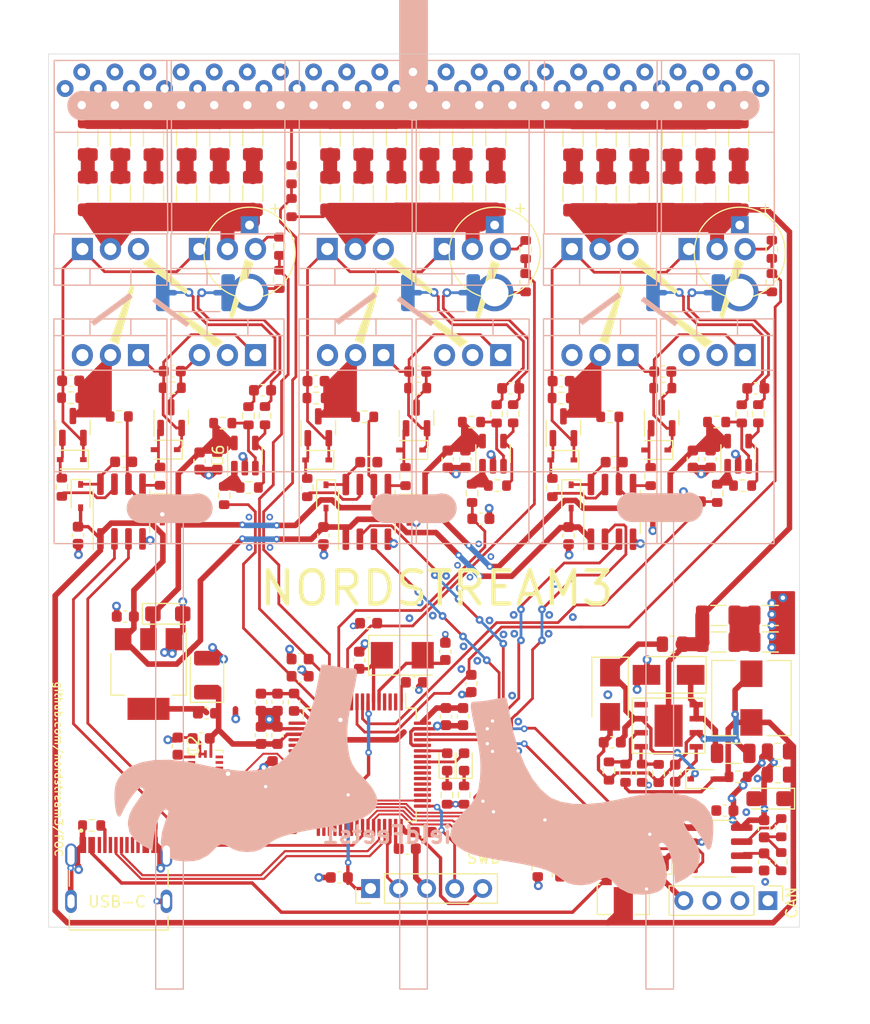
<source format=kicad_pcb>
(kicad_pcb (version 20211014) (generator pcbnew)
  (layers (0 "F.Cu" signal "TOP_signal") (31 "B.Cu" signal "BOTTOM_signal") (34 "B.Paste" user) (35 "F.Paste" user) (36 "B.SilkS" user "B.Silkscreen") (37 "F.SilkS" user "F.Silkscreen") (38 "B.Mask" user) (39 "F.Mask" user) (44 "Edge.Cuts" user))
  (net 0 "")
  (net 1 "/mcu/NRST")
  (net 2 "GND")
  (net 3 "+5V")
  (net 4 "VCC")
  (net 5 "+12V")
  (net 6 "/mcu/CURRENT_1")
  (net 7 "/mcu/CURRENT_2")
  (net 8 "/driver/HS1")
  (net 9 "/mcu/ADC_TEMP")
  (net 10 "V_IN")
  (net 11 "/mcu/CURRENT_3")
  (net 12 "/driver/HS2")
  (net 13 "/driver/HS3")
  (net 14 "/mcu/3.3VA")
  (net 15 "/mcu/PH0")
  (net 16 "/mcu/PH1")
  (net 17 "/driver/L2")
  (net 18 "/mcu/USB_D+")
  (net 19 "/mcu/LED_RED")
  (net 20 "/mcu/USB_D-")
  (net 21 "/mcu/LED_GREEN")
  (net 22 "/mcu/HALL_3")
  (net 23 "/mcu/HALL_2")
  (net 24 "/mcu/HALL_1")
  (net 25 "/mcu/TEMP_MOTOR")
  (net 26 "/mcu/SERVO")
  (net 27 "/mcu/SWDIO")
  (net 28 "/mcu/SWCLK")
  (net 29 "/mcu/CAN_RX")
  (net 30 "/mcu/PB2")
  (net 31 "/mcu/PA15")
  (net 32 "/driver/SENS_1")
  (net 33 "/driver/SENS_2")
  (net 34 "/driver/SENS_3")
  (net 35 "/driver/SENS_SUPPLY")
  (net 36 "/driver/HO1")
  (net 37 "/driver/LO1")
  (net 38 "Net-(R14-Pad2)")
  (net 39 "/driver/HO2")
  (net 40 "/driver/LO2")
  (net 41 "/driver/HO3")
  (net 42 "/driver/LO3")
  (net 43 "/mcu/CAN_TX")
  (net 44 "/driver/H1")
  (net 45 "/driver/L1")
  (net 46 "/driver/H2")
  (net 47 "/driver/H3")
  (net 48 "/driver/L3")
  (net 49 "Net-(C5-Pad1)")
  (net 50 "Net-(C36-Pad1)")
  (net 51 "Net-(C47-Pad1)")
  (net 52 "Net-(C5-Pad2)")
  (net 53 "Net-(D9-Pad1)")
  (net 54 "Net-(D13-Pad2)")
  (net 55 "Net-(D14-Pad2)")
  (net 56 "Net-(D10-Pad2)")
  (net 57 "Net-(D11-Pad2)")
  (net 58 "Net-(D12-Pad2)")
  (net 59 "Net-(D15-Pad2)")
  (net 60 "Net-(D16-Pad1)")
  (net 61 "Net-(D17-Pad1)")
  (net 62 "Net-(D18-Pad1)")
  (net 63 "Net-(J2-PadA5)")
  (net 65 "Net-(J2-PadB5)")
  (net 67 "Net-(R17-Pad2)")
  (net 68 "Net-(R21-Pad1)")
  (net 69 "Net-(R24-Pad1)")
  (net 70 "Net-(R31-Pad1)")
  (net 71 "Net-(R25-Pad1)")
  (net 72 "Net-(R35-Pad1)")
  (net 73 "Net-(R37-Pad1)")
  (net 74 "Net-(R43-Pad1)")
  (net 75 "Net-(R46-Pad1)")
  (net 76 "Net-(R47-Pad1)")
  (net 83 "Net-(C48-Pad2)")
  (net 84 "Net-(C49-Pad1)")
  (net 85 "Net-(C49-Pad2)")
  (net 86 "Net-(C60-Pad1)")
  (net 87 "Net-(C67-Pad2)")
  (net 88 "Net-(C66-Pad1)")
  (net 89 "Net-(C68-Pad1)")
  (net 90 "Net-(C71-Pad1)")
  (net 91 "Net-(C79-Pad1)")
  (net 92 "Net-(C82-Pad1)")
  (net 93 "Net-(C86-Pad1)")
  (net 94 "Net-(C89-Pad1)")
  (net 95 "Net-(C90-Pad1)")
  (net 103 "Net-(C8-Pad1)")
  (net 104 "Net-(C8-Pad2)")
  (net 105 "Net-(C10-Pad2)")
  (net 106 "Net-(C48-Pad1)")
  (net 107 "Net-(C11-Pad2)")
  (net 109 "Net-(C18-Pad2)")
  (net 110 "Net-(C38-Pad1)")
  (net 111 "Net-(C18-Pad1)")
  (net 112 "Net-(C19-Pad1)")
  (net 113 "Net-(C19-Pad2)")
  (net 114 "Net-(C20-Pad2)")
  (net 115 "Net-(C68-Pad2)")
  (net 116 "Net-(C67-Pad1)")
  (net 117 "Net-(C27-Pad1)")
  (net 118 "Net-(C28-Pad1)")
  (net 119 "Net-(C28-Pad2)")
  (net 120 "Net-(C29-Pad1)")
  (net 121 "Net-(C29-Pad2)")
  (net 122 "Net-(C30-Pad1)")
  (net 123 "Net-(C32-Pad1)")
  (net 124 "Net-(C34-Pad1)")
  (net 125 "Net-(C40-Pad1)")
  (net 130 "Net-(C50-Pad1)")
  (net 131 "Net-(C52-Pad1)")
  (net 132 "Net-(C54-Pad1)")
  (net 133 "Net-(C56-Pad1)")
  (net 134 "Net-(C58-Pad1)")
  (net 138 "Net-(C73-Pad1)")
  (net 139 "Net-(C69-Pad1)")
  (net 141 "Net-(C75-Pad1)")
  (net 142 "Net-(C77-Pad1)")
  (net 146 "Net-(C87-Pad1)")
  (footprint "Resistor_SMD:R_0603_1608Metric" (layer "F.Cu") (at 83.425 111.23 90)
    (fp_text reference "R33" hide)
    (fp_text value "4.7R")
  )
  (footprint "Capacitor_SMD:C_1206_3216Metric" (layer "F.Cu") (at 122.5 79.63 -90)
    (fp_text reference "C80" hide)
    (fp_text value "10u @ 50V")
  )
  (footprint "Capacitor_SMD:C_0603_1608Metric" (layer "F.Cu") (at 106.425 101.6)
    (fp_text reference "C66" hide)
    (fp_text value "2.2nF")
  )
  (footprint "Capacitor_SMD:C_0603_1608Metric" (layer "F.Cu") (at 66.95 122.9)
    (fp_text reference "C103" hide)
    (fp_text value "100n")
  )
  (footprint "Capacitor_SMD:C_0603_1608Metric" (layer "F.Cu") (at 88.981125 123.5 180)
    (fp_text reference "C84" hide)
    (fp_text value "100n")
  )
  (footprint "Resistor_SMD:R_0603_1608Metric" (layer "F.Cu") (at 125.5 92.7 -90)
    (fp_text reference "R13" hide)
    (fp_text value "2k")
  )
  (footprint "Diode_SMD:D_SOD-323" (layer "F.Cu") (at 70.6 107.8 180)
    (fp_text reference "D11" hide)
    (fp_text value "1N4148WS")
  )
  (footprint "Diode_SMD:D_SOD-323" (layer "F.Cu") (at 70.3 113.3 -90)
    (fp_text reference "D2" hide)
    (fp_text value "1N4148WS")
  )
  (footprint "Capacitor_SMD:C_1206_3216Metric" (layer "F.Cu") (at 94.5 84.605 -90)
    (fp_text reference "C56" hide)
    (fp_text value "10u @ 50V")
  )
  (footprint "Package_QFP:LQFP-64_10x10mm_P0.5mm" (layer "F.Cu") (at 88.181375 136.3 -90)
    (fp_text reference "U11" hide)
    (fp_text value "STM32F405RGT6")
  )
  (footprint "Capacitor_SMD:C_1206_3216Metric" (layer "F.Cu") (at 113.5 84.63 -90)
    (fp_text reference "C73" hide)
    (fp_text value "10u @ 50V")
  )
  (footprint "Capacitor_SMD:C_0603_1608Metric" (layer "F.Cu") (at 80.281125 136.75 90)
    (fp_text reference "C90" hide)
    (fp_text value "2.2u")
  )
  (footprint "Capacitor_SMD:C_0603_1608Metric" (layer "F.Cu") (at 121.25 140.45)
    (fp_text reference "C86" hide)
    (fp_text value "100p")
  )
  (footprint "Diode_SMD:D_SOD-323" (layer "F.Cu") (at 119.2 137.6)
    (fp_text reference "D5" hide)
    (fp_text value "1N4148WS")
  )
  (footprint "Resistor_SMD:R_0603_1608Metric" (layer "F.Cu") (at 115.625 102.23 180)
    (fp_text reference "R49" hide)
    (fp_text value "4.7k @ 75v")
  )
  (footprint "Resistor_SMD:R_0603_1608Metric" (layer "F.Cu") (at 70.1 110.2 90)
    (fp_text reference "R23" hide)
    (fp_text value "4.7R")
  )
  (footprint "Diode_SMD:D_SOD-323" (layer "F.Cu") (at 114.725 113.33 -90)
    (fp_text reference "D8" hide)
    (fp_text value "1N4148WS")
  )
  (footprint "Capacitor_SMD:C_1206_3216Metric" (layer "F.Cu") (at 69.5 79.645 -90)
    (fp_text reference "C35" hide)
    (fp_text value "10u @ 50V")
  )
  (footprint "Capacitor_Tantalum_SMD:CP_EIA-3216-10_Kemet-I" (layer "F.Cu") (at 125.25 139.375 180)
    (fp_text reference "C23" hide)
    (fp_text value "10u")
  )
  (footprint "Capacitor_SMD:C_1206_3216Metric" (layer "F.Cu") (at 78.5 84.62 -90)
    (fp_text reference "C40" hide)
    (fp_text value "10u @ 50V")
  )
  (footprint "Resistor_SMD:R_0603_1608Metric" (layer "F.Cu") (at 74.22 138.773411 180)
    (fp_text reference "R1" hide)
    (fp_text value "1k")
  )
  (footprint "Resistor_SMD:R_0603_1608Metric" (layer "F.Cu") (at 105.625 111.23 90)
    (fp_text reference "R44" hide)
    (fp_text value "4.7R")
  )
  (footprint "LED_SMD:LED_0603_1608Metric" (layer "F.Cu") (at 97.631125 136.05 90)
    (fp_text reference "D17" hide)
    (fp_text value "GRN")
  )
  (footprint "LED_SMD:LED_0603_1608Metric" (layer "F.Cu") (at 106.35 145.65 -90)
    (fp_text reference "D18" hide)
    (fp_text value "BLU")
  )
  (footprint "Capacitor_Tantalum_SMD:CP_EIA-3216-10_Kemet-I" (layer "F.Cu") (at 70.8 122.65)
    (fp_text reference "C107" hide)
    (fp_text value "10u")
  )
  (footprint "Capacitor_SMD:C_0805_2012Metric" (layer "F.Cu") (at 126.05 135.1 180)
    (fp_text reference "C21" hide)
    (fp_text value "22u")
  )
  (footprint "Capacitor_SMD:C_1206_3216Metric" (layer "F.Cu") (at 63.55 79.63 -90)
    (fp_text reference "C31" hide)
    (fp_text value "10u @ 50V")
  )
  (footprint "Resistor_SMD:R_0603_1608Metric" (layer "F.Cu") (at 79.6 104.725 -90)
    (fp_text reference "R29" hide)
    (fp_text value "1k")
  )
  (footprint "Custom:TX4130L_ESOP-8" (layer "F.Cu") (at 116.15 132.775 -90)
    (fp_text reference "U5" hide)
    (fp_text value "TX4130L/PW2902")
  )
  (footprint "Custom:CP_Radial_D8.0mm_P5.00mm" (layer "F.Cu") (at 78.2 87.484849 -90)
    (fp_text reference "C42" hide)
    (fp_text value "470u 80V")
  )
  (footprint "Capacitor_SMD:C_0603_1608Metric" (layer "F.Cu") (at 79.375 102.425 180)
    (fp_text reference "C29" hide)
    (fp_text value "100p")
  )
  (footprint "Capacitor_SMD:C_0603_1608Metric" (layer "F.Cu") (at 80.731125 133.65 90)
    (fp_text reference "C94" hide)
    (fp_text value "100n")
  )
  (footprint "Capacitor_SMD:C_0603_1608Metric" (layer "F.Cu") (at 89 108.93)
    (fp_text reference "C8" hide)
    (fp_text value "100n")
  )
  (footprint "Resistor_SMD:R_0603_1608Metric" (layer "F.Cu") (at 100.65 111.0525 180)
    (fp_text reference "R35" hide)
    (fp_text value "30k")
  )
  (footprint "Capacitor_SMD:C_0603_1608Metric" (layer "F.Cu") (at 107.09 115.575 -90)
    (fp_text reference "C17" hide)
    (fp_text value "2.2u")
  )
  (footprint "Diode_SMD:D_SOD-323" (layer "F.Cu") (at 85.125 112.03 -90)
    (fp_text reference "D3" hide)
    (fp_text value "1N4148WS")
  )
  (footprint "Capacitor_SMD:C_0603_1608Metric" (layer "F.Cu") (at 92.481125 143.9)
    (fp_text reference "C89" hide)
    (fp_text value "2.2u")
  )
  (footprint "Capacitor_Tantalum_SMD:CP_EIA-3528-21_Kemet-B" (layer "F.Cu") (at 74.35 128.2 90)
    (fp_text reference "C6" hide)
    (fp_text value "100u")
  )
  (footprint "Capacitor_SMD:C_1206_3216Metric" (layer "F.Cu") (at 110.5 84.68 -90)
    (fp_text reference "C71" hide)
    (fp_text value "10u @ 50V")
  )
  (footprint "Capacitor_SMD:C_1206_3216Metric" (layer "F.Cu") (at 88.5 84.63 -90)
    (fp_text reference "C52" hide)
    (fp_text value "10u @ 50V")
  )
  (footprint "Resistor_SMD:R_0603_1608Metric" (layer "F.Cu") (at 98.35 111.7525 -90)
    (fp_text reference "R31" hide)
    (fp_text value "30k")
  )
  (footprint "Capacitor_SMD:C_1206_3216Metric" (layer "F.Cu") (at 63.55 84.625 -90)
    (fp_text reference "C30" hide)
    (fp_text value "10u @ 50V")
  )
  (footprint "Resistor_SMD:R_0603_1608Metric" (layer "F.Cu") (at 93.425 102.23 180)
    (fp_text reference "R39" hide)
    (fp_text value "4.7k @ 75v")
  )
  (footprint "Capacitor_SMD:C_0603_1608Metric" (layer "F.Cu") (at 71.2 100.7)
    (fp_text reference "C28" hide)
    (fp_text value "2.2nF")
  )
  (footprint "Resistor_SMD:R_0603_1608Metric" (layer "F.Cu") (at 106.425 103.13 180)
    (fp_text reference "R48" hide)
    (fp_text value "4.7k @ 75v")
  )
  (footprint "Capacitor_SMD:C_0603_1608Metric" (layer "F.Cu") (at 118.35 108.6525 -90)
    (fp_text reference "C64" hide)
    (fp_text value "2.2u")
  )
  (footprint "Capacitor_SMD:C_0603_1608Metric" (layer "F.Cu") (at 79.231125 130.65 -90)
    (fp_text reference "C96" hide)
    (fp_text value "1u")
  )
  (footprint "Capacitor_SMD:C_1206_3216Metric" (layer "F.Cu") (at 100.5 84.605 -90)
    (fp_text reference "C60" hide)
    (fp_text value "10u @ 50V")
  )
  (footprint "Capacitor_SMD:C_0603_1608Metric" (layer "F.Cu") (at 101.85 102.2525 180)
    (fp_text reference "C49" hide)
    (fp_text value "100p")
  )
  (footprint "Resistor_SMD:R_0805_2012Metric" (layer "F.Cu") (at 116.5 125.4)
    (fp_text reference "R11" hide)
    (fp_text value "82k @ 150V")
  )
  (footprint "Capacitor_SMD:C_0603_1608Metric" (layer "F.Cu") (at 79.231125 133.65 90)
    (fp_text reference "C91" hide)
    (fp_text value "2.2u")
  )
  (footprint "Resistor_SMD:R_0603_1608Metric" (layer "F.Cu") (at 115.25 137.1 90)
    (fp_text reference "R18" hide)
    (fp_text value "1k8")
  )
  (footprint "Resistor_SMD:R_0603_1608Metric" (layer "F.Cu") (at 92.325 110.23 90)
    (fp_text reference "R34" hide)
    (fp_text value "4.7R")
  )
  (footprint "Capacitor_SMD:C_0603_1608Metric" (layer "F.Cu") (at 116.75 137.075 -90)
    (fp_text reference "C20" hide)
    (fp_text value "2.2u")
  )
  (footprint "Resistor_SMD:R_0603_1608Metric" (layer "F.Cu") (at 126.35 145.075 90)
    (fp_text reference "R54" hide)
    (fp_text value "100Ω")
  )
  (footprint "Capacitor_SMD:C_1206_3216Metric" (layer "F.Cu") (at 119.5 84.63 -90)
    (fp_text reference "C77" hide)
    (fp_text value "10u @ 50V")
  )
  (footprint "Resistor_SMD:R_0603_1608Metric" (layer "F.Cu") (at 110.825 104.83 180)
    (fp_text reference "R15" hide)
    (fp_text value "2R")
  )
  (footprint "Capacitor_SMD:C_0603_1608Metric" (layer "F.Cu") (at 95.981125 131.95 90)
    (fp_text reference "C105" hide)
    (fp_text value "2.2u")
  )
  (footprint "Resistor_SMD:R_0603_1608Metric" (layer "F.Cu") (at 114.525 110.23 90)
    (fp_text reference "R45" hide)
    (fp_text value "4.7R")
  )
  (footprint "Capacitor_SMD:C_1206_3216Metric" (layer "F.Cu") (at 72.5 84.63 -90)
    (fp_text reference "C36" hide)
    (fp_text value "10u @ 50V")
  )
  (footprint "Diode_SMD:D_SOD-323" (layer "F.Cu") (at 107.325 112.03 -90)
    (fp_text reference "D7" hide)
    (fp_text value "1N4148WS")
  )
  (footprint "Capacitor_SMD:C_0603_1608Metric" (layer "F.Cu") (at 124.8 145.1 -90)
    (fp_text reference "C87" hide)
    (fp_text value "100p")
  )
  (footprint "Capacitor_SMD:C_0603_1608Metric" (layer "F.Cu") (at 99.15 114.0525 180)
    (fp_text reference "C45" hide)
    (fp_text value "1n")
  )
  (footprint "Resistor_SMD:R_0603_1608Metric" (layer "F.Cu") (at 122.45 137.4 180)
    (fp_text reference "R20" hide)
    (fp_text value "2k")
  )
  (footprint "Capacitor_SMD:C_1206_3216Metric" (layer "F.Cu") (at 69.5 84.63 -90)
    (fp_text reference "C34" hide)
    (fp_text value "10u @ 50V")
  )
  (footprint "Resistor_SMD:R_0603_1608Metric" (layer "F.Cu") (at 122.85 111.0525 180)
    (fp_text reference "R46" hide)
    (fp_text value "30k")
  )
  (footprint "Capacitor_SMD:C_1206_3216Metric" (layer "F.Cu") (at 120.675 122.8 180)
    (fp_text reference "C9" hide)
    (fp_text value "10u @ 50V")
  )
  (footprint "Capacitor_SMD:C_0603_1608Metric" (layer "F.Cu") (at 93.425 100.73)
    (fp_text reference "C48" hide)
    (fp_text value "2.2nF")
  )
  (footprint "Capacitor_SMD:C_0603_1608Metric" (layer "F.Cu") (at 119.95 108.6525 -90)
    (fp_text reference "C63" hide)
    (fp_text value "100n")
  )
  (footprint "Resistor_SMD:R_1206_3216Metric" (layer "F.Cu") (at 122 135.275 180)
    (fp_text reference "R19" hide)
    (fp_text value "0.1R")
  )
  (footprint "Resistor_SMD:R_0603_1608Metric" (layer "F.Cu") (at 125.5 89.675 90)
    (fp_text reference "R12" hide)
    (fp_text value "56k @ 75V")
  )
  (footprint "Capacitor_SMD:C_0603_1608Metric" (layer "F.Cu") (at 98.281125 128.95 -90)
    (fp_text reference "C85" hide)
    (fp_text value "100n")
  )
  (footprint "Capacitor_SMD:C_1206_3216Metric" (layer "F.Cu") (at 107.5 84.655 -90)
    (fp_text reference "C69" hide)
    (fp_text value "10u @ 50V")
  )
  (footprint "Package_TO_SOT_SMD:SOT-223-3_TabPin2" (layer "F.Cu") (at 69.05 128.1 -90)
    (fp_text reference "U12" hide)
    (fp_text value "AMS1117-3.3")
  )
  (footprint "Capacitor_SMD:C_1206_3216Metric" (layer "F.Cu") (at 78.5 79.615 -90)
    (fp_text reference "C41" hide)
    (fp_text value "10u @ 50V")
  )
  (footprint "Capacitor_SMD:C_1206_3216Metric" (layer "F.Cu") (at 66.5 79.635 -90)
    (fp_text reference "C33" hide)
    (fp_text value "10u @ 50V")
  )
  (footprint "Capacitor_SMD:C_1206_3216Metric" (layer "F.Cu") (at 91.5 84.605 -90)
    (fp_text reference "C54" hide)
    (fp_text value "10u @ 50V")
  )
  (footprint "Capacitor_SMD:C_0603_1608Metric" (layer "F.Cu") (at 124.05 102.2525 180)
    (fp_text reference "C68" hide)
    (fp_text value "100p")
  )
  (footprint "Resistor_SMD:R_0603_1608Metric" (layer "F.Cu") (at 104.3 145.6 90)
    (fp_text reference "R59" hide)
    (fp_text value "20k")
  )
  (footprint "Resistor_SMD:R_0603_1608Metric" (layer "F.Cu") (at 110.75 136.875 90)
    (fp_text reference "R14" hide)
    (fp_text value "1k8")
  )
  (footprint "Diode_SMD:D_SMA" (layer "F.Cu") (at 116.15 128.175 180)
    (fp_text reference "D9" hide)
    (fp_text value "SS210")
  )
  (footprint "Resistor_SMD:R_0603_1608Metric" (layer "F.Cu") (at 113.75 137.075 90)
    (fp_text reference "R17" hide)
    (fp_text value "56k")
  )
  (footprint "Package_TO_SOT_SMD:SOT-89-3" (layer "F.Cu") (at 112.05 148.2 -90)
    (fp_text reference "U10" hide)
    (fp_text value "HT7550")
  )
  (footprint "Package_TO_SOT_SMD:SOT-23" (layer "F.Cu") (at 84.425 105.825 90)
    (fp_text reference "Q7" hide)
    (fp_text value "MMBT5401")
  )
  (footprint "Capacitor_SMD:C_0603_1608Metric" (layer "F.Cu") (at 75.275 108.825 90)
    (fp_text reference "C25" hide)
    (fp_text value "100n")
  )
  (footprint "Capacitor_SMD:C_1206_3216Metric" (layer "F.Cu") (at 116.5 79.68 -90)
    (fp_text reference "C76" hide)
    (fp_text value "10u @ 50V")
  )
  (footprint "Capacitor_SMD:C_1206_3216Metric" (layer "F.Cu") (at 113.5 79.68 -90)
    (fp_text reference "C74" hide)
    (fp_text value "10u @ 50V")
  )
  (footprint "Capacitor_SMD:C_0603_1608Metric" (layer "F.Cu") (at 73.675 108.825 90)
    (fp_text reference "C24" hide)
    (fp_text value "2.2u")
  )
  (footprint "Package_LGA:Bosch_LGA-14_3x2.5mm_P0.5mm" (layer "F.Cu") (at 74.2 136.35 180)
    (fp_text reference "U1" hide)
    (fp_text value "BMI160")
  )
  (footprint "Package_SO:SOIC-8_3.9x4.9mm_P1.27mm" (layer "F.Cu") (at 88.825 113.43 90)
    (fp_text reference "U3" hide)
    (fp_text value "IRS21867S")
  )
  (footprint "Diode_SMD:D_SOD-323" (layer "F.Cu") (at 115.025 107.83 180)
    (fp_text reference "D15" hide)
    (fp_text value "1N4148WS")
  )
  (footprint "Crystal:Crystal_SMD_5032-2Pin_5.0x3.2mm" (layer "F.Cu") (at 92.031125 126.4)
    (fp_text reference "Y1" hide)
    (fp_text value "8MHz Crystal Resonator, X50328MSB2GI")
  )
  (footprint "Resistor_SMD:R_0603_1608Metric" (layer "F.Cu") (at 103.2 92.7 -90)
    (fp_text reference "R9" hide)
    (fp_text value "2k")
  )
  (footprint "Capacitor_SMD:C_0603_1608Metric" (layer "F.Cu") (at 62 101.57)
    (fp_text reference "C27" hide)
    (fp_text value "2.2nF")
  )
  (footprint "TYPE-C-31-M-12:HRO_TYPE-C-31-M-12" (layer "F.Cu") (at 66.35 146.1625)
    (fp_text reference "J2" hide)
    (fp_text value "TYPE-C-31-M-12")
  )
  (footprint "Capacitor_SMD:C_0603_1608Metric" (layer "F.Cu") (at 62.665 115.545 -90)
    (fp_text reference "C3" hide)
    (fp_text value "2.2u")
  )
  (footprint "Package_TO_SOT_SMD:TSOT-23-5" (layer "F.Cu") (at 77.775 108.335 90)
    (fp_text reference "U6")
    (fp_text value "MS8311")
  )
  (footprint "Capacitor_SMD:C_0603_1608Metric" (layer "F.Cu") (at 111.225 108.93)
    (fp_text reference "C19" hide)
    (fp_text value "100n")
  )
  (footprint "Resistor_SMD:R_0603_1608Metric" (layer "F.Cu") (at 82 85.9 -90)
    (fp_text reference "R6" hide)
    (fp_text value "56k @ 75V")
  )
  (footprint "Package_SO:SOIC-8_3.9x4.9mm_P1.27mm" (layer "F.Cu") (at 111.025 113.43 90)
    (fp_text reference "U4" hide)
    (fp_text value "IRS21867S")
  )
  (footprint "Capacitor_SMD:C_1206_3216Metric" (layer "F.Cu") (at 100.5 79.605 -90)
    (fp_text reference "C61" hide)
    (fp_text value "10u @ 50V")
  )
  (footprint "Package_TO_SOT_SMD:SOT-23" (layer "F.Cu") (at 115.525 104.93 90)
    (fp_text reference "Q14" hide)
    (fp_text value "MMBT5401")
  )
  (footprint "Capacitor_SMD:C_1206_3216Metric" (layer "F.Cu") (at 66.51 84.625 -90)
    (fp_text reference "C32" hide)
    (fp_text value "10u @ 50V")
  )
  (footprint "Capacitor_SMD:C_0603_1608Metric" (layer "F.Cu") (at 118.3 112.5)
    (fp_text reference "C65" hide)
    (fp_text value "1n")
  )
  (footprint "Package_TO_SOT_SMD:SOT-23" (layer "F.Cu") (at 106.625 105.825 90)
    (fp_text reference "Q13" hide)
    (fp_text value "MMBT5401")
  )
  (footprint "Capacitor_SMD:C_0603_1608Metric" (layer "F.Cu") (at 78.781125 138.05 90)
    (fp_text reference "C92" hide)
    (fp_text value "2.2u")
  )
  (footprint "Capacitor_SMD:C_0603_1608Metric" (layer "F.Cu") (at 95.931125 126.05 90)
    (fp_text reference "C102" hide)
    (fp_text value "15p")
  )
  (footprint "Capacitor_SMD:C_0603_1608Metric" (layer "F.Cu") (at 80.281125 139.8 90)
    (fp_text reference "C97" hide)
    (fp_text value "100n")
  )
  (footprint "Capacitor_SMD:C_1206_3216Metric" (layer "F.Cu") (at 85.5 79.63 -90)
    (fp_text reference "C51" hide)
    (fp_text value "10u @ 50V")
  )
  (footprint "Resistor_SMD:R_0603_1608Metric" (layer "F.Cu") (at 126.35 142 90)
    (fp_text reference "R53" hide)
    (fp_text value "100Ω")
  )
  (footprint "Resistor_SMD:R_0603_1608Metric" (layer "F.Cu") (at 82 82.925 90)
    (fp_text reference "R7" hide)
    (fp_text value "2k")
  )
  (footprint "Capacitor_SMD:C_1206_3216Metric" (layer "F.Cu") (at 97.5 84.605 -90)
    (fp_text reference "C58" hide)
    (fp_text value "10u @ 50V")
  )
  (footprint "Capacitor_SMD:C_1206_3216Metric" (layer "F.Cu") (at 85.5 84.63 -90)
    (fp_text reference "C50" hide)
    (fp_text value "10u @ 50V")
  )
  (footprint "Capacitor_SMD:C_1206_3216Metric" (layer "F.Cu") (at 75.5 79.625 -90)
    (fp_text reference "C39" hide)
    (fp_text value "10u @ 50V")
  )
  (footprint "Resistor_SMD:R_0603_1608Metric" (layer "F.Cu") (at 122.775 104.5625 -90)
    (fp_text reference "R50" hide)
    (fp_text value "1k")
  )
  (footprint "Package_TO_SOT_SMD:SOT-23" (layer "F.Cu") (at 93.325 104.93 90)
    (fp_text reference "Q8" hide)
    (fp_text value "MMBT5401")
  )
  (footprint "Package_TO_SOT_SMD:TSOT-23-5" (layer "F.Cu") (at 122.45 108.1625 90)
    (fp_text reference "U8" hide)
    (fp_text value "MS8311")
  )
  (footprint "Custom:CP_Radial_D8.0mm_P5.00mm" (layer "F.Cu") (at 122.6 87.484849 -90)
    (fp_text reference "C81" hide)
    (fp_text value "470u 80V")
  )
  (footprint "Resistor_SMD:R_0603_1608Metric" (layer "F.Cu") (at 63.9 141.8 180)
    (fp_text reference "R55" hide)
    (fp_text value "5.1k")
  )
  (footprint "Capacitor_SMD:C_1206_3216Metric" (layer "F.Cu") (at 122.5 84.63 -90)
    (fp_text reference "C79" hide)
    (fp_text value "10u @ 50V")
  )
  (footprint "Resistor_SMD:R_0603_1608Metric" (layer "F.Cu") (at 84.225 103.13 180)
    (fp_text reference "R38" hide)
    (fp_text value "4.7k @ 75v")
  )
  (footprint "Resistor_SMD:R_0603_1608Metric" (layer "F.Cu") (at 112.25 137.075 90)
    (fp_text reference "R16" hide)
    (fp_text value "56k")
  )
  (footprint "Capacitor_SMD:C_0603_1608Metric" (layer "F.Cu") (at 84.89 115.575 -90)
    (fp_text reference "C7" hide)
    (fp_text value "2.2u")
  )
  (footprint "Package_SO:SOIC-8_3.9x4.9mm_P1.27mm" (layer "F.Cu") (at 120.3 143.9)
    (fp_text reference "U9" hide)
    (fp_text value " TJA1050T/CM,118")
  )
  (footprint "Capacitor_SMD:C_0603_1608Metric" (layer "F.Cu") (at 82.781125 128.3 180)
    (fp_text reference "C26" hide)
    (fp_text value "1n")
  )
  (footprint "Capacitor_SMD:C_1206_3216Metric" (layer "F.Cu") (at 91.5 79.605 -90)
    (fp_text reference "C55" hide)
    (fp_text value "10u @ 50V")
  )
  (footprint "Capacitor_SMD:C_0603_1608Metric" (layer "F.Cu") (at 66.8 108.9)
    (fp_text reference "C5" hide)
    (fp_text value "100n")
  )
  (footprint "Capacitor_SMD:C_0603_1608Metric" (layer "F.Cu") (at 97.75 108.6525 90)
    (fp_text reference "C44" hide)
    (fp_text value "100n")
  )
  (footprint "Capacitor_SMD:C_0603_1608Metric" (layer "F.Cu") (at 93.931125 142.4 180)
    (fp_text reference "C104" hide)
    (fp_text value "2.2u")
  )
  (footprint "Capacitor_SMD:C_0603_1608Metric" (layer "F.Cu") (at 124.8 142.1 90)
    (fp_text reference "C82" hide)
    (fp_text value "4.7n")
  )
  (footprint "Capacitor_SMD:C_0603_1608Metric" (layer "F.Cu") (at 97.531125 131.95 -90)
    (fp_text reference "C101" hide)
    (fp_text value "100n")
  )
  (footprint "LED_SMD:LED_0603_1608Metric" (layer "F.Cu") (at 96.096375 136.05 90)
    (fp_text reference "D16" hide)
    (fp_text value "RED")
  )
  (footprint "Diode_SMD:D_SOD-323" (layer "F.Cu") (at 62.9 112 -90)
    (fp_text reference "D1" hide)
    (fp_text value "1N4148WS")
  )
  (footprint "Capacitor_SMD:C_0603_1608Metric" (layer "F.Cu") (at 73.82 133.92)
    (fp_text reference "C1" hide)
    (fp_text value "100n")
  )
  (footprint "Capacitor_Tantalum_SMD:CP_EIA-3216-10_Kemet-I" (layer "F.Cu") (at 115.5 143.9 90)
    (fp_text reference "C88" hide)
    (fp_text value "10u")
  )
  (footprint "Capacitor_SMD:C_1206_3216Metric" (layer "F.Cu") (at 72.5 79.635 -90)
    (fp_text reference "C37" hide)
    (fp_text value "10u @ 50V")
  )
  (footprint "Resistor_SMD:R_0603_1608Metric" (layer "F.Cu") (at 80.9 89.4 90)
    (fp_text reference "R3" hide)
    (fp_text value "56k @ 75V")
  )
  (footprint "Capacitor_SMD:C_1206_3216Metric" (layer "F.Cu") (at 94.5 79.605 -90)
    (fp_text reference "C57" hide)
    (fp_text value "10u @ 50V")
  )
  (footprint "Resistor_SMD:R_0603_1608Metric" (layer "F.Cu") (at 120.5 105.3 180)
    (fp_text reference "R47" hide)
    (fp_text value "62k")
  )
  (footprint "Resistor_SMD:R_0603_1608Metric" (layer "F.Cu") (at 78.1 104.735 -90)
    (fp_text reference "R28" hide)
    (fp_text value "1k")
  )
  (footprint "Resistor_SMD:R_0603_1608Metric" (layer "F.Cu") (at 96.081125 139.05 90)
    (fp_text reference "R57" hide)
    (fp_text value "20k")
  )
  (footprint "Capacitor_SMD:C_0805_2012Metric" (layer "F.Cu") (at 126.05 137.2 180)
    (fp_text reference "C22" hide)
    (fp_text value "22u")
  )
  (footprint "Resistor_SMD:R_0603_1608Metric" (layer "F.Cu") (at 97.631125 139.05 90)
    (fp_text reference "R58" hide)
    (fp_text value "20k")
  )
  (footprint "Capacitor_SMD:C_0603_1608Metric" (layer "F.Cu") (at 111.05 134.275)
    (fp_text reference "C18" hide)
    (fp_text value "2.2u")
  )
  (footprint "Resistor_SMD:R_0603_1608Metric" (layer "F.Cu") (at 68.65 141.8)
    (fp_text reference "R56" hide)
    (fp_text value "5.1k")
  )
  (footprint "Resistor_SMD:R_0603_1608Metric" (layer "F.Cu") (at 103.2 89.7 90)
    (fp_text reference "R8" hide)
    (fp_text value "56k @ 75V")
  )
  (footprint "Resistor_SMD:R_0603_1608Metric" (layer "F.Cu") (at 71.2 102.2 180)
    (fp_text reference "R27" hide)
    (fp_text value "4.7k @ 75v")
  )
  (footprint "Capacitor_SMD:C_1206_3216Metric" (layer "F.Cu") (at 116.5 84.655 -90)
    (fp_text reference "C75" hide)
    (fp_text value "10u @ 50V")
  )
  (footprint "Capacitor_SMD:C_0603_1608Metric" (layer "F.Cu") (at 88.131125 126.85 90)
    (fp_text reference "C99" hide)
    (fp_text value "15p")
  )
  (footprint "Resistor_SMD:R_0603_1608Metric" (layer "F.Cu") (at 100.575 104.5625 -90)
    (fp_text reference "R40" hide)
    (fp_text value "1k")
  )
  (footprint "Resistor_SMD:R_0603_1608Metric" (layer "F.Cu") (at 124.275 104.5525 -90)
    (fp_text reference "R51" hide)
    (fp_text value "1k")
  )
  (footprint "Package_TO_SOT_SMD:SOT-23" (layer "F.Cu") (at 62.2 105.795 90)
    (fp_text reference "Q1" hide)
    (fp_text value "MMBT5401")
  )
  (footprint "Package_TO_SOT_SMD:SOT-23" (layer "F.Cu") (at 71.1 104.9 90)
    (fp_text reference "Q2" hide)
    (fp_text value "MMBT5401")
  )
  (footprint "Capacitor_SMD:C_1206_3216Metric" (layer "F.Cu") (at 125.375 122.8 180)
    (fp_text reference "C10" hide)
    (fp_text value "10u @ 50V")
  )
  (footprint "Capacitor_SMD:C_1206_3216Metric" (layer "F.Cu") (at 97.5 79.605 -90)
    (fp_text reference "C59" hide)
    (fp_text value "10u @ 50V")
  )
  (footprint "Custom:L_6.6x7.2_H5.0_CYA0650_68UH" (layer "F.Cu") (at 123.65 130.275 -90)
    (fp_text reference "CYA0650-68UH1" hide)
    (fp_text value "68uH")
  )
  (footprint "Resistor_SMD:R_0603_1608Metric" (layer "F.Cu") (at 61.2 111.2 90)
    (fp_text reference "R22" hide)
    (fp_text value "4.7R")
  )
  (footprint "Resistor_SMD:R_0603_1608Metric" (layer "F.Cu") (at 62 103.1 180)
    (fp_text reference "R26" hide)
    (fp_text value "4.7k @ 75v")
  )
  (footprint "Connector_PinHeader_2.54mm:PinHeader_1x05_P2.54mm_Vertical" (layer "F.Cu") (at 89.156125 147.504489 90)
    (fp_text reference "P1" hide)
    (fp_text value "SWD")
  )
  (footprint "Resistor_SMD:R_0603_1608Metric" (layer "F.Cu") (at 102.075 104.5525 -90)
    (fp_text reference "R41" hide)
    (fp_text value "1k")
  )
  (footprint "Resistor_SMD:R_0603_1608Metric" (layer "F.Cu") (at 88.625 104.83 180)
    (fp_text reference "R10" hide)
    (fp_text value "2R")
  )
  (footprint "Capacitor_SMD:C_1206_3216Metric" (layer "F.Cu") (at 75.49 84.63 -90)
    (fp_text reference "C38" hide)
    (fp_text value "10u @ 50V")
  )
  (footprint "Package_SO:SOIC-8_3.9x4.9mm_P1.27mm" (layer "F.Cu") (at 66.6 113.4 90)
    (fp_text reference "U2" hide)
    (fp_text value "IRS21867S")
  )
  (footprint "Capacitor_SMD:C_1206_3216Metric" (layer "F.Cu") (at 119.5 79.63 -90)
    (fp_text reference "C78" hide)
    (fp_text value "10u @ 50V")
  )
  (footprint "Package_TO_SOT_SMD:TSOT-23-5" (layer "F.Cu") (at 100.25 108.1625 90)
    (fp_text reference "U7" hide)
    (fp_text value "MS8311")
  )
  (footprint "Diode_SMD:D_SOD-323" (layer "F.Cu") (at 106.525 108.73 180)
    (fp_text reference "D14" hide)
    (fp_text value "1N4148WS")
  )
  (footprint "Resistor_SMD:R_0603_1608Metric" (layer "F.Cu") (at 120.55 111.7525 -90)
    (fp_text reference "R43" hide)
    (fp_text value "30k")
  )
  (footprint "Capacitor_SMD:C_1206_3216Metric" (layer "F.Cu") (at 110.5 79.68 -90)
    (fp_text reference "C72" hide)
    (fp_text value "10u @ 50V")
  )
  (footprint "Capacitor_SMD:C_1206_3216Metric" (layer "F.Cu") (at 107.5 79.655 -90)
    (fp_text reference "C70" hide)
    (fp_text value "10u @ 50V")
  )
  (footprint "Capacitor_SMD:C_1206_3216Metric" (layer "F.Cu") (at 120.675 125.2)
    (fp_text reference "C11" hide)
    (fp_text value "10u @ 50V")
  )
  (footprint "Capacitor_SMD:C_0603_1608Metric" (layer "F.Cu") (at 74.3 131.65)
    (fp_text reference "C4" hide)
    (fp_text value "2.2u")
  )
  (footprint "Capacitor_SMD:C_0603_1608Metric" (layer "F.Cu") (at 115.625 100.73)
    (fp_text reference "C67" hide)
    (fp_text value "2.2nF")
  )
  (footprint "Connector_PinHeader_2.54mm:PinHeader_1x04_P2.54mm_Vertical" (layer "F.Cu") (at 125.15 148.6 -90)
    (fp_text reference "J1" hide)
    (fp_text value "Conn_01x04_Male")
  )
  (footprint "Capacitor_SMD:C_0603_1608Metric" (layer "F.Cu") (at 84.225 101.6)
    (fp_text reference "C47" hide)
    (fp_text value "2.2nF")
  )
  (footprint "Resistor_SMD:R_0603_1608Metric" (layer "F.Cu") (at 75.775 105.4 180)
    (fp_text reference "R25" hide)
    (fp_text value "62k")
  )
  (footprint "Capacitor_SMD:C_0603_1608Metric" (layer "F.Cu") (at 82.781125 126.75 180)
    (fp_text reference "C83" hide)
    (fp_text value "100n")
  )
  (footprint "Resistor_SMD:R_0603_1608Metric" (layer "F.Cu") (at 80.9 92.4 -90)
    (fp_text reference "R4" hide)
    (fp_text value "2k")
  )
  (footprint "Resistor_SMD:R_0603_1608Metric" (layer "F.Cu") (at 66.4 104.8 180)
    (fp_text reference "R5" hide)
    (fp_text value "2R")
  )
  (footprint "Capacitor_SMD:C_0603_1608Metric" (layer "F.Cu") (at 93.131125 128.85 180)
    (fp_text reference "C106" hide)
    (fp_text value "2.2u")
  )
  (footprint "Capacitor_SMD:C_1206_3216Metric" (layer "F.Cu") (at 125.375 125.2)
    (fp_text reference "C12" hide)
    (fp_text value "10u @ 50V")
  )
  (footprint "Custom:CP_Radial_D8.0mm_P5.00mm" (layer "F.Cu") (at 100.4 87.484849 -90)
    (fp_text reference "C62" hide)
    (fp_text value "470u 80V")
  )
  (footprint "Diode_SMD:D_SOD-323" (layer "F.Cu") (at 84.325 108.73 180)
    (fp_text reference "D12" hide)
    (fp_text value "1N4148WS")
  )
  (footprint "Inductor_SMD:L_0603_1608Metric" (layer "F.Cu") (at 82.231125 130.65 90)
    (fp_text reference "L1" hide)
    (fp_text value "30n")
  )
  (footprint "Resistor_SMD:R_0603_1608Metric" (layer "F.Cu") (at 74.25 140.280456)
    (fp_text reference "R2" hide)
    (fp_text value "1k")
  )
  (footprint "Diode_SMD:D_SMA" (layer "F.Cu") (at 110.85 129.975 -90)
    (fp_text reference "D6" hide)
    (fp_text value "SS210")
  )
  (footprint "Capacitor_SMD:C_1206_3216Metric" (layer "F.Cu") (at 88.5 79.63 -90)
    (fp_text reference "C53" hide)
    (fp_text value "10u @ 50V")
  )
  (footprint "Capacitor_SMD:C_0603_1608Metric" (layer "F.Cu") (at 96.15 108.6525 90)
    (fp_text reference "C43" hide)
    (fp_text value "2.2u")
  )
  (footprint "Diode_SMD:D_SOD-323" (layer "F.Cu") (at 92.825 107.83 180)
    (fp_text reference "D13" hide)
    (fp_text value "1N4148WS")
  )
  (footprint "Capacitor_SMD:C_0603_1608Metric" (layer "F.Cu") (at 71.7 134.62 -90)
    (fp_text reference "C2")
    (fp_text value "100n")
  )
  (footprint "Diode_SMD:D_SOD-323" (layer "F.Cu") (at 92.65 113.33 -90)
    (fp_text reference "D4" hide)
    (fp_text value "1N4148WS")
  )
  (footprint "Capacitor_SMD:C_0603_1608Metric" (layer "F.Cu") (at 86.331125 146.504489)
    (fp_text reference "C93" hide)
    (fp_text value "100n")
  )
  (footprint "Capacitor_SMD:C_0603_1608Metric" (layer "F.Cu") (at 80.731125 130.65 -90)
    (fp_text reference "C98" hide)
    (fp_text value "10n")
  )
  (footprint "Resistor_SMD:R_0603_1608Metric" (layer "F.Cu") (at 78.175 111.225 180)
    (fp_text reference "R24" hide)
    (fp_text value "30k")
  )
  (footprint "Resistor_SMD:R_0603_1608Metric" (layer "F.Cu") (at 98.3 105.3 180)
    (fp_text reference "R37" hide)
    (fp_text value "62k")
  )
  (footprint "Diode_SMD:D_SOD-323" (layer "F.Cu") (at 62.1 108.7 180)
    (fp_text reference "D10" hide)
    (fp_text value "1N4148WS")
  )
  (footprint "Resistor_SMD:R_0603_1608Metric" (layer "F.Cu") (at 75.9 111.95 -90)
    (fp_text reference "R21" hide)
    (fp_text value "30k")
  )
  (footprint "Resistor_SMD:R_2512_6332Metric" (layer "B.Cu") (at 73.3 93.6)
    (fp_text reference "R30" hide)
    (fp_text value "ASR-M-3-0.25F 0.25mR")
  )
  (footprint "Package_TO_SOT_THT:TO-220-3_Vertical" (layer "B.Cu") (at 107.4 89.655)
    (fp_text reference "Q15" hide)
    (fp_text value "CSD19536KCS")
  )
  (footprint "Package_TO_SOT_THT:TO-220-3_Vertical" (layer "B.Cu") (at 78.74 99.245 180)
    (fp_text reference "Q4" hide)
    (fp_text value "CSD19536KCS")
  )
  (footprint "Package_TO_SOT_THT:TO-220-3_Vertical" (layer "B.Cu") (at 68.14 99.245 180)
    (fp_text reference "Q6" hide)
    (fp_text value "CSD19536KCS")
  )
  (footprint "Package_TO_SOT_THT:TO-220-3_Vertical" (layer "B.Cu") (at 63.06 89.65)
    (fp_text reference "Q5" hide)
    (fp_text value "CSD19536KCS")
  )
  (footprint "NetTie:NetTie-2_SMD_Pad0.5mm" (layer "B.Cu") (at 115.3 93.6 180)
    (fp_text reference "NT5" hide)
    (fp_text value "NetTie_2")
  )
  (footprint "Package_TO_SOT_THT:TO-220-3_Vertical" (layer "B.Cu") (at 85.24 89.65)
    (fp_text reference "Q9" hide)
    (fp_text value "CSD19536KCS")
  )
  (footprint "Resistor_SMD:R_2512_6332Metric" (layer "B.Cu") (at 117.7 93.6)
    (fp_text reference "R52" hide)
    (fp_text value "ASR-M-3-0.25F 0.25mR")
  )
  (footprint "Custom:field" (layer "B.Cu") (at 92.45 140.5 180)
    (fp_text reference "FieldFeets1")
    (fp_text value "R" hide)
  )
  (footprint "NetTie:NetTie-2_SMD_Pad0.5mm" (layer "B.Cu") (at 120.02875 93.6)
    (fp_text reference "NT6" hide)
    (fp_text value "NetTie_2")
  )
  (footprint "Package_TO_SOT_THT:TO-220-3_Vertical" (layer "B.Cu") (at 95.84 89.65)
    (fp_text reference "Q11" hide)
    (fp_text value "CSD19536KCS")
  )
  (footprint "Package_TO_SOT_THT:TO-220-3_Vertical" (layer "B.Cu") (at 100.94 99.245 180)
    (fp_text reference "Q12" hide)
    (fp_text value "CSD19536KCS")
  )
  (footprint "Package_TO_SOT_THT:TO-220-3_Vertical" (layer "B.Cu") (at 112.48 99.24 180)
    (fp_text reference "Q18" hide)
    (fp_text value "CSD19536KCS")
  )
  (footprint "NetTie:NetTie-2_SMD_Pad0.5mm" (layer "B.Cu") (at 70.9 93.6 180)
    (fp_text reference "NT1" hide)
    (fp_text value "NetTie_2")
  )
  (footprint "Package_TO_SOT_THT:TO-220-3_Vertical" (layer "B.Cu") (at 123.08 99.24 180)
    (fp_text reference "Q16" hide)
    (fp_text value "CSD19536KCS")
  )
  (footprint "NetTie:NetTie-2_SMD_Pad0.5mm" (layer "B.Cu") (at 97.82875 93.6)
    (fp_text reference "NT4" hide)
    (fp_text value "NetTie_2")
  )
  (footprint "Resistor_SMD:R_2512_6332Metric" (layer "B.Cu") (at 95.5 93.6)
    (fp_text reference "R42" hide)
    (fp_text value "ASR-M-3-0.25F 0.25mR")
  )
  (footprint "Package_TO_SOT_THT:TO-220-3_Vertical" (layer "B.Cu") (at 90.34 99.245 180)
    (fp_text reference "Q10" hide)
    (fp_text value "CSD19536KCS")
  )
  (footprint "Package_TO_SOT_THT:TO-220-3_Vertical" (layer "B.Cu") (at 118 89.655)
    (fp_text reference "Q17" hide)
    (fp_text value "CSD19536KCS")
  )
  (footprint "NetTie:NetTie-2_SMD_Pad0.5mm" (layer "B.Cu") (at 93.1 93.6 180)
    (fp_text reference "NT3" hide)
    (fp_text value "NetTie_2")
  )
  (footprint "NetTie:NetTie-2_SMD_Pad0.5mm" (layer "B.Cu") (at 75.62875 93.6)
    (fp_text reference "NT2" hide)
    (fp_text value "NetTie_2")
  )
  (footprint "Package_TO_SOT_THT:TO-220-3_Vertical" (layer "B.Cu") (at 73.66 89.65)
    (fp_text reference "Q3" hide)
    (fp_text value "NCEP60T20")
  )
  (gr_poly (pts (xy 100.1 111.15) (xy 98.6 111.1) (xy 98.15 110.65) (xy 99.35 109.8)) (layer "F.Cu") (width 0.2) (fill solid))
  (gr_poly (pts (xy 99.2 107) (xy 98.5 107.8) (xy 96.2 107.8) (xy 97.5 106.5) (xy 97.5 105.3)) (layer "F.Cu") (width 0.2) (fill solid))
  (gr_poly (pts (xy 80.731125 132.85) (xy 79.281125 132.85) (xy 79.281125 131.45) (xy 80.731125 131.45)) (layer "F.Cu") (width 0.2) (fill solid))
  (gr_poly (pts (xy 65.6 100.1) (xy 65.6 104.7) (xy 62.4 104.7) (xy 62.4 104.6) (xy 62.9 104.1) (xy 62.8 101.8) (xy 63.1 101.8) (xy 65.2 99.8)) (layer "F.Cu") (width 0.2) (fill solid))
  (gr_poly (pts (xy 97.9 86.13) (xy 97.8 88.03) (xy 89.8 88.03) (xy 88.5 89.33) (xy 87 89.23) (xy 85 86.53) (xy 85 86.03)) (layer "F.Cu") (width 0.2) (fill solid))
  (gr_poly (pts (xy 127.5 126.2) (xy 125.5 126.2) (xy 125.5 120.7) (xy 126 120.7) (xy 127.5 120.7)) (layer "F.Cu") (width 0.2) (fill solid))
  (gr_poly (pts (xy 121.95 110.8) (xy 120.7 110.7) (xy 121.55 109.7)) (layer "F.Cu") (width 0.2) (fill solid))
  (gr_poly (pts (xy 76.8 107.2) (xy 76 108) (xy 73.9 108) (xy 75 106.8) (xy 75 105.4)) (layer "F.Cu") (width 0.2) (fill solid))
  (gr_poly (pts (xy 77.45 110.85) (xy 77.2 111.5) (xy 76.2 111.35) (xy 75.7 110.8) (xy 76.9 109.95)) (layer "F.Cu") (width 0.2) (fill solid))
  (gr_poly (pts (xy 109.9 100.2) (xy 109.9 104.7) (xy 106.7 104.7) (xy 107.3 104.1) (xy 107.3 101.8) (xy 108.7 100.5) (xy 109.3 99.9)) (layer "F.Cu") (width 0.2) (fill solid))
  (gr_rect (start 124.275 125.9) (end 121.775 122.1) (layer "F.Cu") (width 0.2) (fill solid))
  (gr_poly (pts (xy 75.6 87.93) (xy 67.5 87.93) (xy 66.4 89.43) (xy 65 89.43) (xy 62.8 86.13) (xy 74.7 86.13)) (layer "F.Cu") (width 0.2) (fill solid))
  (gr_poly (pts (xy 119.9 105.5) (xy 121.4 107) (xy 120.7 107.8) (xy 118.5 107.8) (xy 119.7 106.5) (xy 119.7 105.4)) (layer "F.Cu") (width 0.2) (fill solid))
  (gr_poly (pts (xy 87.8 100.2) (xy 87.8 104.7) (xy 85.7 104.7) (xy 84.55 104.75) (xy 85.05 104.25) (xy 85.2 101.9) (xy 86.7 100.5) (xy 87.3 99.9)) (layer "F.Cu") (width 0.2) (fill solid))
  (gr_poly (pts (xy 122.1 86.43) (xy 119.8 88.03) (xy 112.4 88.03) (xy 110.6 89.13) (xy 109.3 89.13) (xy 106.8 86.13) (xy 115 85.93)) (layer "F.Cu") (width 0.2) (fill solid))
  (gr_line (start 60.5 116.3) (end 125.7 116.3) (layer "B.SilkS") (width 0.12))
  (gr_line (start 71.15 88.277) (end 71.11 72.588) (layer "B.SilkS") (width 0.12))
  (gr_circle (center 73.514504 113.1) (end 74.8 113.1) (layer "B.SilkS") (width 0.12) (fill solid))
  (gr_line (start 71.08 100.616) (end 71.1 116.3) (layer "B.SilkS") (width 0.12))
  (gr_line (start 82.69 88.272) (end 82.71 72.588) (layer "B.SilkS") (width 0.12))
  (gr_poly (pts (xy 113.923227 94.026864) (xy 116.923227 96.316864) (xy 116.713227 96.576864) (xy 113.693227 94.306864)) (layer "B.SilkS") (width 0.12) (fill solid))
  (gr_line (start 81.39 88.277) (end 81.41 72.588) (layer "B.SilkS") (width 0.12))
  (gr_rect (start 68.414504 111.9) (end 73.6 114.385496) (layer "B.SilkS") (width 0.12) (fill solid))
  (gr_line (start 70.72 100.616) (end 70.7 116.3) (layer "B.SilkS") (width 0.12))
  (gr_line (start 60.5 109.8) (end 125.7 109.8) (layer "B.SilkS") (width 0.12))
  (gr_line (start 104.82 100.611) (end 104.8 116.3) (layer "B.SilkS") (width 0.12))
  (gr_line (start 115.13 88.272) (end 115.11 72.588) (layer "B.SilkS") (width 0.12))
  (gr_line (start 93.29 88.272) (end 93.31 72.588) (layer "B.SilkS") (width 0.12))
  (gr_poly (pts (xy 111.763227 93.946864) (xy 108.363227 96.456864) (xy 108.103227 96.166864) (xy 111.523227 93.636864)) (layer "B.SilkS") (width 0.12) (fill solid))
  (gr_line (start 103.52 100.616) (end 103.5 116.3) (layer "B.SilkS") (width 0.12))
  (gr_circle (center 68.414504 113.1) (end 69.7 113.1) (layer "B.SilkS") (width 0.12) (fill solid))
  (gr_rect (start 91.8 113.1) (end 94.3 156.6) (layer "B.SilkS") (width 0.12) (fill none))
  (gr_poly (pts (xy 69.69 94.09) (xy 72.69 96.38) (xy 72.48 96.64) (xy 69.46 94.37)) (layer "B.SilkS") (width 0.12) (fill solid))
  (gr_line (start 92.93 88.272) (end 92.91 72.588) (layer "B.SilkS") (width 0.12))
  (gr_line (start 125.73 88.272) (end 125.71 79.088) (layer "B.SilkS") (width 0.12))
  (gr_line (start 81.32 100.616) (end 81.3 116.3) (layer "B.SilkS") (width 0.12))
  (gr_line (start 60.51 79.088) (end 60.51 72.588) (layer "B.SilkS") (width 0.12))
  (gr_line (start 115.42 100.611) (end 115.5 116.3) (layer "B.SilkS") (width 0.12))
  (gr_circle (center 63.035496 76.68) (end 64.320992 76.68) (layer "B.SilkS") (width 0.12) (fill solid))
  (gr_line (start 60.48 100.616) (end 60.5 116.3) (layer "B.SilkS") (width 0.12))
  (gr_rect (start 112.814504 111.8) (end 118 114.285496) (layer "B.SilkS") (width 0.12) (fill solid))
  (gr_circle (center 95.614504 113.1) (end 96.9 113.1) (layer "B.SilkS") (width 0.12) (fill solid))
  (gr_poly (pts (xy 91.823227 94.006864) (xy 94.823227 96.296864) (xy 94.613227 96.556864) (xy 91.593227 94.286864)) (layer "B.SilkS") (width 0.12) (fill solid))
  (gr_circle (center 117.914504 113) (end 119.2 113) (layer "B.SilkS") (width 0.12) (fill solid))
  (gr_circle (center 112.814504 113) (end 114.1 113) (layer "B.SilkS") (width 0.12) (fill solid))
  (gr_circle (center 93.05 76.694504) (end 91.8 76.394504) (layer "B.SilkS") (width 0.12) (fill none))
  (gr_line (start 115.49 88.272) (end 115.51 72.588) (layer "B.SilkS") (width 0.12))
  (gr_line (start 103.53 88.272) (end 103.51 72.688) (layer "B.SilkS") (width 0.12))
  (gr_line (start 125.71 79.088) (end 60.51 79.088) (layer "B.SilkS") (width 0.12))
  (gr_line (start 82.68 100.616) (end 82.7 116.2) (layer "B.SilkS") (width 0.12))
  (gr_poly (pts (xy 67.53 94.01) (xy 64.13 96.52) (xy 63.87 96.23) (xy 67.29 93.7)) (layer "B.SilkS") (width 0.12) (fill solid))
  (gr_line (start 60.55 88.277) (end 60.51 79.088) (layer "B.SilkS") (width 0.12))
  (gr_rect (start 90.514504 111.9) (end 95.7 114.385496) (layer "B.SilkS") (width 0.12) (fill solid))
  (gr_line (start 125.66 100.611) (end 125.7 109.8) (layer "B.SilkS") (width 0.12))
  (gr_line (start 92.92 100.616) (end 92.9 116.3) (layer "B.SilkS") (width 0.12))
  (gr_circle (center 90.514504 113.1) (end 91.8 113.1) (layer "B.SilkS") (width 0.12) (fill solid))
  (gr_line (start 125.73 88.272) (end 125.71 72.588) (layer "B.SilkS") (width 0.12))
  (gr_line (start 93.28 100.616) (end 93.3 116.3) (layer "B.SilkS") (width 0.12))
  (gr_poly (pts (xy 89.663227 93.926864) (xy 86.263227 96.436864) (xy 86.003227 96.146864) (xy 89.423227 93.616864)) (layer "B.SilkS") (width 0.12) (fill solid))
  (gr_line (start 115.06 100.611) (end 115.1 116.3) (layer "B.SilkS") (width 0.12))
  (gr_line (start 125.7 109.8) (end 125.7 116.3) (layer "B.SilkS") (width 0.12))
  (gr_line (start 125.71 72.588) (end 60.51 72.588) (layer "B.SilkS") (width 0.12))
  (gr_line (start 70.79 88.277) (end 70.71 72.588) (layer "B.SilkS") (width 0.12))
  (gr_line (start 104.89 88.272) (end 104.91 72.588) (layer "B.SilkS") (width 0.12))
  (gr_rect (start 63.05 77.93) (end 123.05 75.43) (layer "B.SilkS") (width 0.12) (fill solid))
  (gr_line (start 60.48 100.616) (end 60.5 109.8) (layer "B.SilkS") (width 0.12))
  (gr_circle (center 123.05 76.68) (end 124.335496 76.68) (layer "B.SilkS") (width 0.12) (fill solid))
  (gr_rect (start 114.1 113.1) (end 116.6 156.6) (layer "B.SilkS") (width 0.12) (fill none))
  (gr_rect (start 94.3 76.68) (end 91.8 67.18) (layer "B.SilkS") (width 0.12) (fill solid))
  (gr_rect (start 69.7 113.1) (end 72.2 156.6) (layer "B.SilkS") (width 0.12) (fill none))
  (gr_poly (pts (xy 109.95 97.91) (xy 111.79 92.98) (xy 112.04 93.12) (xy 110.63 98.2)) (layer "F.SilkS") (width 0.12) (fill solid))
  (gr_poly (pts (xy 122.9 90.93) (xy 121.06 95.86) (xy 120.81 95.72) (xy 122.22 90.64)) (layer "F.SilkS") (width 0.12) (fill solid))
  (gr_poly (pts (xy 87.79 97.9) (xy 89.63 92.97) (xy 89.88 93.11) (xy 88.47 98.19)) (layer "F.SilkS") (width 0.12) (fill solid))
  (gr_poly (pts (xy 78.5 90.93) (xy 76.66 95.86) (xy 76.41 95.72) (xy 77.82 90.64)) (layer "F.SilkS") (width 0.12) (fill solid))
  (gr_poly (pts (xy 65.62 97.91) (xy 67.46 92.98) (xy 67.71 93.12) (xy 66.3 98.2)) (layer "F.SilkS") (width 0.12) (fill solid))
  (gr_poly (pts (xy 91.365979 90.493744) (xy 94.77 93.41) (xy 94.57 93.63) (xy 90.74 90.94)) (layer "F.SilkS") (width 0.12) (fill solid))
  (gr_poly (pts (xy 119.428128 98.497941) (xy 116.024107 95.581685) (xy 116.224107 95.361685) (xy 120.054107 98.051685)) (layer "F.SilkS") (width 0.12) (fill solid))
  (gr_poly (pts (xy 75.098128 98.497941) (xy 71.694107 95.581685) (xy 71.894107 95.361685) (xy 75.724107 98.051685)) (layer "F.SilkS") (width 0.12) (fill solid))
  (gr_poly (pts (xy 69.195979 90.503744) (xy 72.6 93.42) (xy 72.4 93.64) (xy 68.57 90.95)) (layer "F.SilkS") (width 0.12) (fill solid))
  (gr_poly (pts (xy 113.525979 90.503744) (xy 116.93 93.42) (xy 116.73 93.64) (xy 112.9 90.95)) (layer "F.SilkS") (width 0.12) (fill solid))
  (gr_poly (pts (xy 100.8 91.03) (xy 98.96 95.96) (xy 98.71 95.82) (xy 100.12 90.74)) (layer "F.SilkS") (width 0.12) (fill solid))
  (gr_poly (pts (xy 97.268128 98.487941) (xy 93.864107 95.571685) (xy 94.064107 95.351685) (xy 97.894107 98.041685)) (layer "F.SilkS") (width 0.12) (fill solid))
  (gr_rect (start 60 72) (end 128 151) (layer "Edge.Cuts") (width 0.05) (fill none))
  (gr_text "CAN" (at 127.3 148.8 90) (layer "F.SilkS") (effects (font (size 1 1))))
  (gr_text "USB-C" (at 66.2 148.7) (layer "F.SilkS") (effects (font (size 1 1))))
  (gr_text "github.com/nordstream3/FOC" (at 60.9 136.7 -90) (layer "F.SilkS") (effects (font (size 0.7 0.7) (thickness 0.12))))
  (gr_text "NORDSTREAM3" (at 95.15 120.35) (layer "F.SilkS") (effects (font (size 3 3) (thickness 0.4))))
  (segment (start 86.811125 146.504489) (end 86.811125 146.462204) (width 0.3) (layer "F.Cu") (net 1))
  (segment (start 87.811125 147.504489) (end 89.156125 147.504489) (width 0.3) (layer "F.Cu") (net 1))
  (segment (start 87.106125 145.175) (end 87.131125 145.15) (width 0.3048) (layer "F.Cu") (net 1))
  (segment (start 88.931375 131.647) (end 88.931375 130.625) (width 0.3048) (layer "F.Cu") (net 1))
  (segment (start 88.981125 135.2) (end 88.981125 137.18028) (width 0.3048) (layer "F.Cu") (net 1))
  (segment (start 88.981125 137.18028) (end 87.131125 139.03028) (width 0.3048) (layer "F.Cu") (net 1))
  (segment (start 88.982875 131.6985) (end 88.931375 131.647) (width 0.3048) (layer "F.Cu") (net 1))
  (segment (start 86.811125 146.504489) (end 87.811125 147.504489) (width 0.3) (layer "F.Cu") (net 1))
  (segment (start 87.106125 147.04) (end 87.106125 145.175) (width 0.3048) (layer "F.Cu") (net 1))
  (via (at 88.982875 131.6985) (size 0.6) (drill 0.3) (layers "F.Cu" "B.Cu") (net 1))
  (via (at 87.131125 139.03028) (size 0.6) (drill 0.3) (layers "F.Cu" "B.Cu") (net 1))
  (via (at 88.981125 135.2) (size 0.6) (drill 0.3) (layers "F.Cu" "B.Cu") (net 1))
  (via (at 87.131125 145.15) (size 0.6) (drill 0.3) (layers "F.Cu" "B.Cu") (net 1))
  (segment (start 88.981125 135.2) (end 88.981125 131.70025) (width 0.3048) (layer "B.Cu") (net 1))
  (segment (start 88.981125 131.70025) (end 88.982875 131.6985) (width 0.3048) (layer "B.Cu") (net 1))
  (segment (start 87.131125 145.15) (end 87.131125 139.03028) (width 0.3048) (layer "B.Cu") (net 1))
  (segment (start 76.925 132.125) (end 76.95 132.15) (width 0.508) (layer "F.Cu") (net 2))
  (segment (start 82.506375 133.05) (end 80.906125 133.05) (width 0.3048) (layer "F.Cu") (net 2))
  (segment (start 113.3 129.025) (end 114.15 128.175) (width 0.508) (layer "F.Cu") (net 2))
  (segment (start 97.5 78.13) (end 100.5 78.13) (width 1.27) (layer "F.Cu") (net 2))
  (segment (start 113.5 78.205) (end 116.5 78.205) (width 1.27) (layer "F.Cu") (net 2))
  (segment (start 122.9 138.15) (end 122.9 137.775) (width 0.508) (layer "F.Cu") (net 2))
  (segment (start 121.95 141.3) (end 121.95 140.525) (width 0.508) (layer "F.Cu") (net 2))
  (segment (start 78.5 78.14) (end 82.26 78.14) (width 1.27) (layer "F.Cu") (net 2))
  (segment (start 124.6 135.6) (end 125.1 135.1) (width 0.508) (layer "F.Cu") (net 2))
  (segment (start 103.2 93.525) (end 103.140151 93.584849) (width 0.25) (layer "F.Cu") (net 2))
  (segment (start 114.2 126.8) (end 114.2 128.125) (width 0.508) (layer "F.Cu") (net 2))
  (segment (start 83.131125 128) (end 83.156125 128) (width 0.508) (layer "F.Cu") (net 2))
  (segment (start 96.7225 110) (end 96.15 109.4275) (width 0.5) (layer "F.Cu") (net 2))
  (segment (start 96.9 110) (end 96.7225 110) (width 0.5) (layer "F.Cu") (net 2))
  (segment (start 80.731125 132.875) (end 80.656125 132.875) (width 0.508) (layer "F.Cu") (net 2))
  (segment (start 107.5 78.18) (end 110.475 78.18) (width 1.27) (layer "F.Cu") (net 2))
  (segment (start 72.15 122.65) (end 72.15 121.55) (width 0.508) (layer "F.Cu") (net 2))
  (segment (start 125.5 121.7) (end 125.5 122.7) (width 0.508) (layer "F.Cu") (net 2))
  (segment (start 70.67 148.6625) (end 70.572489 148.564989) (width 0.5) (layer "F.Cu") (net 2))
  (segment (start 70.15 145.552784) (end 70.452784 145.25) (width 0.3) (layer "F.Cu") (net 2))
  (segment (start 79.481125 136.575) (end 78.781125 137.275) (width 0.508) (layer "F.Cu") (net 2))
  (segment (start 119.5 78.155) (end 122.5 78.155) (width 1.27) (layer "F.Cu") (net 2))
  (segment (start 122.775 141.995) (end 122.645 141.995) (width 0.508) (layer "F.Cu") (net 2))
  (segment (start 84.481125 146.504489) (end 85.556125 146.504489) (width 0.508) (layer "F.Cu") (net 2))
  (segment (start 125.5 93.525) (end 125.440151 93.584849) (width 0.25) (layer "F.Cu") (net 2))
  (segment (start 94.236125 147.504489) (end 93.256125 146.524489) (width 0.508) (layer "F.Cu") (net 2))
  (segment (start 78.49 78.15) (end 78.5 78.14) (width 1.27) (layer "F.Cu") (net 2))
  (segment (start 107.275 116.35) (end 107.09 116.35) (width 0.5) (layer "F.Cu") (net 2))
  (segment (start 79.481125 136.55) (end 79.481125 136.575) (width 0.508) (layer "F.Cu") (net 2))
  (segment (start 97.75 109.4275) (end 97.4725 109.4275) (width 0.508) (layer "F.Cu") (net 2))
  (segment (start 103.140151 93.584849) (end 100.4 93.584849) (width 0.25) (layer "F.Cu") (net 2))
  (segment (start 85.5 78.155) (end 88.5 78.155) (width 1.27) (layer "F.Cu") (net 2))
  (segment (start 119.1 110) (end 119.3775 110) (width 0.508) (layer "F.Cu") (net 2))
  (segment (start 75.275 109.6) (end 73.675 109.6) (width 0.5) (layer "F.Cu") (net 2))
  (segment (start 69.2 116) (end 68.63 116) (width 0.5) (layer "F.Cu") (net 2))
  (segment (start 70.35 114.35) (end 70.3 114.35) (width 0.25) (layer "F.Cu") (net 2))
  (segment (start 73.265 133.845) (end 71.7 133.845) (width 0.25) (layer "F.Cu") (net 2))
  (segment (start 66.5 78.16) (end 69.49 78.16) (width 1.27) (layer "F.Cu") (net 2))
  (segment (start 80.656125 132.875) (end 79.981125 132.2) (width 0.508) (layer "F.Cu") (net 2))
  (segment (start 63.075 141.8) (end 63.075 143.5425) (width 0.508) (layer "F.Cu") (net 2))
  (segment (start 76.925 131.25) (end 76.925 132.125) (width 0.508) (layer "F.Cu") (net 2))
  (segment (start 100.25 109.3) (end 100.25 108.433129) (width 0.5) (layer "F.Cu") (net 2))
  (segment (start 90.73 115.765) (end 90.73 115.905) (width 0.5) (layer "F.Cu") (net 2))
  (segment (start 125.75 121.7) (end 126.85 122.8) (width 0.508) (layer "F.Cu") (net 2))
  (segment (start 97.4725 109.4275) (end 96.9 110) (width 0.508) (layer "F.Cu") (net 2))
  (segment (start 74.775 110.1) (end 75.275 109.6) (width 0.508) (layer "F.Cu") (net 2))
  (segment (start 68.505 115.735) (end 68.505 115.875) (width 0.5) (layer "F.Cu") (net 2))
  (segment (start 119.1 110) (end 118.9225 110) (width 0.5) (layer "F.Cu") (net 2))
  (segment (start 126 121.2) (end 125.5 121.7) (width 0.508) (layer "F.Cu") (net 2))
  (segment (start 112.93 116.135) (end 112.93 115.905) (width 0.25) (layer "F.Cu") (net 2))
  (segment (start 126.5 121.2) (end 126.5 122.45) (width 0.508) (layer "F.Cu") (net 2))
  (segment (start 76.252059 137.118756) (end 76.233303 137.1) (width 0.25) (layer "F.Cu") (net 2))
  (segment (start 114.002213 138.152213) (end 113.75 137.9) (width 0.3048) (layer "F.Cu") (net 2))
  (segment (start 91.5 78.13) (end 94.5 78.13) (width 1.27) (layer "F.Cu") (net 2))
  (segment (start 69.5 78.17) (end 72.49 78.17) (width 1.27) (layer "F.Cu") (net 2))
  (segment (start 70.5 126.15) (end 71.35 125.3) (width 0.508) (layer "F.Cu") (net 2))
  (segment (start 85.485 78.14) (end 85.5 78.155) (width 1.27) (layer "F.Cu") (net 2))
  (segment (start 62.610479 145.364384) (end 62.610479 144.057021) (width 0.5) (layer "F.Cu") (net 2))
  (segment (start 74.175 110.1) (end 73.675 109.6) (width 0.5) (layer "F.Cu") (net 2))
  (segment (start 79.481125 136.55) (end 80.056125 135.975) (width 0.508) (layer "F.Cu") (net 2))
  (segment (start 81.931125 126.775) (end 82.106125 126.95) (width 0.508) (layer "F.Cu") (net 2))
  (segment (start 87.956125 123.75) (end 88.206125 123.5) (width 0.508) (layer "F.Cu") (net 2))
  (segment (start 73.7 135.3375) (end 73.7 134.28) (width 0.25) (layer "F.Cu") (net 2))
  (segment (start 68.505 116.105) (end 68.505 115.875) (width 0.25) (layer "F.Cu") (net 2))
  (segment (start 125.1 135.1) (end 125.1 135.5) (width 0.508) (layer "F.Cu") (net 2))
  (segment (start 62 145.65) (end 62 148.6325) (width 0.508) (layer "F.Cu") (net 2))
  (segment (start 82.956125 127.7) (end 83.556125 128.3) (width 0.508) (layer "F.Cu") (net 2))
  (segment (start 70.15 145.6735) (end 70.089521 145.613021) (width 0.5) (layer "F.Cu") (net 2))
  (segment (start 62.707849 116.362849) (end 62.665 116.32) (width 0.5) (layer "F.Cu") (net 2))
  (segment (start 84.932849 117.33) (end 84.932849 116.392849) (width 0.5) (layer "F.Cu") (net 2))
  (segment (start 69.755 143.5675) (end 70.67 144.4825) (width 0.5) (layer "F.Cu") (net 2))
  (segment (start 70.8 134.05) (end 71.495 134.05) (width 0.508) (layer "F.Cu") (net 2))
  (segment (start 75.5 78.15) (end 78.49 78.15) (width 1.27) (layer "F.Cu") (net 2))
  (segment (start 69.6 143.5675) (end 69.755 143.5675) (width 0.5) (layer "F.Cu") (net 2))
  (segment (start 68.63 116) (end 68.505 115.875) (width 0.5) (layer "F.Cu") (net 2))
  (segment (start 93.856375 133.05) (end 94.958143 133.05) (width 0.3) (layer "F.Cu") (net 2))
  (segment (start 113.325 116.3) (end 112.93 115.905) (width 0.508) (layer "F.Cu") (net 2))
  (segment (start 79.231125 131.425) (end 80.731125 131.425) (width 0.508) (layer "F.Cu") (net 2))
  (segment (start 123.445 141.325) (end 122.775 141.995) (width 0.508) (layer "F.Cu") (net 2))
  (segment (start 125.7 136.1) (end 124.8 137) (width 0.508) (layer "F.Cu") (net 2))
  (segment (start 93.256125 143.9) (end 93.256125 143.85) (width 0.5) (layer "F.Cu") (net 2))
  (segment (start 70.572489 144.580011) (end 70.67 144.4825) (width 0.5) (layer "F.Cu") (net 2))
  (segment (start 121.85 139.2) (end 122.9 138.15) (width 0.508) (layer "F.Cu") (net 2))
  (segment (start 117.525 112.5) (end 117.525 111.625) (width 0.5) (layer "F.Cu") (net 2))
  (segment (start 71.2 126.25) (end 71.35 126.1) (width 0.508) (layer "F.Cu") (net 2))
  (segment (start 125.5 124.7) (end 125.5 125.7) (width 0.508) (layer "F.Cu") (net 2))
  (segment (start 119.3775 110) (end 119.95 109.4275) (width 0.508) (layer "F.Cu") (net 2))
  (segment (start 76.233303 137.1) (end 75.4625 137.1) (width 0.25) (layer "F.Cu") (net 2))
  (segment (start 125.5 122.7) (end 125.5 123.7) (width 0.508) (layer "F.Cu") (net 2))
  (segment (start 124.8 137) (end 124.8 141.325) (width 0.508) (layer "F.Cu") (net 2))
  (segment (start 113.3 129.5) (end 113.3 129.025) (width 0.508) (layer "F.Cu") (net 2))
  (segment (start 66.495 78.155) (end 66.5 78.16) (width 1.27) (layer "F.Cu") (net 2))
  (segment (start 119.15 143.3) (end 117.86 143.3) (width 0.508) (layer "F.Cu") (net 2))
  (segment (start 78.781125 137.275) (end 78.781125 137.525) (width 0.3048) (layer "F.Cu") (net 2))
  (segment (start 80.281125 139.025) (end 80.281125 138.907341) (width 0.3048) (layer "F.Cu") (net 2))
  (segment (start 71.006 148.6625) (end 70.67 148.6625) (width 0.3) (layer "F.Cu") (net 2))
  (segment (start 94.5 78.13) (end 97.5 78.13) (width 1.27) (layer "F.Cu") (net 2))
  (segment (start 72.15 124.15) (end 71.35 124.95) (width 0.508) (layer "F.Cu") (net 2))
  (segment (start 115.45 142.6) (end 115.5 142.55) (width 0.508) (layer "F.Cu") (net 2))
  (segment (start 82.26 78.14) (end 85.485 78.14) (width 1.27) (layer "F.Cu") (net 2))
  (segment (start 70.67 144.4825) (end 70.515 144.4825) (width 0.5) (layer "F.Cu") (net 2))
  (segment (start 80.906125 133.05) (end 80.731125 132.875) (width 0.3048) (layer "F.Cu") (net 2))
  (segment (start 104.3 146.425) (end 104.3 147.2) (width 0.508) (layer "F.Cu") (net 2))
  (segment (start 99.925 114.0525) (end 99.925 113.125) (width 0.5) (layer "F.Cu") (net 2))
  (segment (start 62.720861 145.474766) (end 62.610479 145.364384) (width 0.5) (layer "F.Cu") (net 2))
  (segment (start 93.5308 129.549675) (end 93.5308 129.225325) (width 0.508) (layer "F.Cu") (net 2))
  (segment (start 116.5 78.205) (end 119.45 78.205) (width 1.27) (layer "F.Cu") (net 2))
  (segment (start 74.5 110.1) (end 74.775 110.1) (width 0.508) (layer "F.Cu") (net 2))
  (segment (start 126.5 122.45) (end 126.85 122.8) (width 0.508) (layer "F.Cu") (net 2))
  (segment (start 85.075 116.35) (end 84.89 116.35) (width 0.5) (layer "F.Cu") (net 2))
  (segment (start 93.5308 129.225325) (end 93.906125 128.85) (width 0.508) (layer "F.Cu") (net 2))
  (segment (start 81.831125 125.85) (end 81.831125 126.575) (width 0.508) (layer "F.Cu") (net 2))
  (segment (start 95.931125 125.275) (end 95.931125 124.5) (width 0.508) (layer "F.Cu") (net 2))
  (segment (start 125.5 123.7) (end 125.5 124.7) (width 0.508) (layer "F.Cu") (net 2))
  (segment (start 98.256125 129.95) (end 98.481125 129.725) (width 0.508) (layer "F.Cu") (net 2))
  (segment (start 125.440151 93.584849) (end 122.6 93.584849) (width 0.25) (layer "F.Cu") (net 2))
  (segment (start 92.804855 133.329396) (end 92.804855 134.373841) (width 0.3) (layer "F.Cu") (net 2))
  (segment (start 88.654623 125.35) (end 88.654623 125.551502) (width 0.508) (layer "F.Cu") (net 2))
  (segment (start 77.775 108.605651) (end 77.584581 108.415232) (width 0.5) (layer "F.Cu") (net 2))
  (segment (start 125.5 123.85) (end 126.85 125.2) (width 0.508) (layer "F.Cu") (net 2))
  (segment (start 80.281125 138.907341) (end 79.657514 138.28373) (width 0.3048) (layer "F.Cu") (net 2))
  (segment (start 70.3 113.65) (end 70.3 114.35) (width 0.5) (layer "F.Cu") (net 2))
  (segment (start 78.781125 137) (end 78.781125 137.275) (width 0.25) (layer "F.Cu") (net 2))
  (segment (start 69.8125 148.6625) (end 69.8 148.65) (width 0.508) (layer "F.Cu") (net 2))
  (segment (start 70.15 145.6735) (end 70.15 145.552784) (width 0.3) (layer "F.Cu") (net 2))
  (segment (start 74.5 110.1) (end 74.175 110.1) (width 0.5) (layer "F.Cu") (net 2))
  (segment (start 125.5 121.7) (end 125.75 121.7) (width 0.508) (layer "F.Cu") (net 2))
  (segment (start 74.85 125.7) (end 74.85 125.75) (width 0.508) (layer "F.Cu") (net 2))
  (segment (start 80.731125 131.425) (end 80.731125 132.875) (width 0.508) (layer "F.Cu") (net 2))
  (segment (start 66.175 122.9) (end 66.175 121.975) (width 0.508) (layer "F.Cu") (net 2))
  (segment (start 86.431375 132.24975) (end 86.431375 130.625) (width 0.3048) (layer "F.Cu") (net 2))
  (segment (start 93.28 114.38) (end 92.65 114.38) (width 0.5) (layer "F.Cu") (net 2))
  (segment (start 62.03 144.4825) (end 62.185 144.4825) (width 0.5) (layer "F.Cu") (net 2))
  (segment (start 95.233143 132.775) (end 95.207643 132.8005) (width 0.5) (layer "F.Cu") (net 2))
  (segment (start 75.49 78.16) (end 75.5 78.15) (width 1.27) (layer "F.Cu") (net 2))
  (segment (start 100.25 108.433129) (end 100.058057 108.241186) (width 0.5) (layer "F.Cu") (net 2))
  (segment (start 96.856125 139.875) (end 97.631125 139.875) (width 0.508) (layer "F.Cu") (net 2))
  (segment (start 90.855 115.905) (end 90.73 115.905) (width 0.5) (layer "F.Cu") (net 2))
  (segment (start 82 78.4) (end 82.26 78.14) (width 0.25) (layer "F.Cu") (net 2))
  (segment (start 117.525 111.625) (end 117.5 111.6) (width 0.5) (layer "F.Cu") (net 2))
  (segment (start 114.45 142.6) (end 115.45 142.6) (width 0.508) (layer "F.Cu") (net 2))
  (segment (start 71.35 126.1) (end 71.35 124.95) (width 0.508) (layer "F.Cu") (net 2))
  (segment (start 62.185 144.4825) (end 63.1 143.5675) (width 0.5) (layer "F.Cu") (net 2))
  (segment (start 122.025 139.525) (end 121.85 139.35) (width 0.508) (layer "F.Cu") (net 2))
  (segment (start 122.45 109.3) (end 122.45 108.45) (width 0.5) (layer "F.Cu") (net 2))
  (segment (start 126 125.2) (end 125.5 124.7) (width 0.508) (layer "F.Cu") (net 2))
  (segment (start 80.056125 135.975) (end 80.281125 135.975) (width 0.508) (layer "F.Cu") (net 2))
  (segment (start 87.581125 123.75) (end 87.956125 123.75) (width 0.508) (layer "F.Cu") (net 2))
  (segment (start 69.49 78.16) (end 69.5 78.17) (width 1.27) (layer "F.Cu") (net 2))
  (segment (start 126.85 122.8) (end 126.85 125.2) (width 1.27) (layer "F.Cu") (net 2))
  (segment (start 110.475 78.18) (end 110.5 78.205) (width 1.27) (layer "F.Cu") (net 2))
  (segment (start 71.495 134.05) (end 71.7 133.845) (width 0.508) (layer "F.Cu") (net 2))
  (segment (start 119.45 78.205) (end 119.5 78.155) (width 1.27) (layer "F.Cu") (net 2))
  (segment (start 91.475 78.155) (end 91.5 78.13) (width 1.27) (layer "F.Cu") (net 2))
  (segment (start 79.981125 132.2) (end 79.956125 132.2) (width 0.25) (layer "F.Cu") (net 2))
  (segment (start 84.932849 116.392849) (end 84.89 116.35) (width 0.5) (layer "F.Cu") (net 2))
  (segment (start 121.85 139.35) (end 121.85 139.2) (width 0.508) (layer "F.Cu") (net 2))
  (segment (start 78.559849 93.225) (end 78.2 93.584849) (width 0.25) (layer "F.Cu") (net 2))
  (segment (start 74.85 125.75) (end 75.85 126.75) (width 0.508) (layer "F.Cu") (net 2))
  (segment (start 104.3 147.2) (end 104.35 147.25) (width 0.508) (layer "F.Cu") (net 2))
  (segment (start 92.981014 134.55) (end 93.856375 134.55) (width 0.3) (layer "F.Cu") (net 2))
  (segment (start 125.5 122.7) (end 126.75 122.7) (width 0.508) (layer "F.Cu") (net 2))
  (segment (start 124.8 141.325) (end 123.445 141.325) (width 0.508) (layer "F.Cu") (net 2))
  (segment (start 118.35 109.4275) (end 119.95 109.4275) (width 0.5) (layer "F.Cu") (net 2))
  (segment (start 80.731125 132.875) (end 79.231125 132.875) (width 0.508) (layer "F.Cu") (net 2))
  (segment (start 97.431125 129.95) (end 98.256125 129.95) (width 0.508) (layer "F.Cu") (net 2))
  (segment (start 62.85 116.32) (end 62.665 116.32) (width 0.5) (layer "F.Cu") (net 2))
  (segment (start 69.575 141.8) (end 69.575 141.775) (width 0.3048) (layer "F.Cu") (net 2))
  (segment (start 66.175 121.975) (end 66.15 121.95) (width 0.508) (layer "F.Cu") (net 2))
  (segment (start 114.15 147.15) (end 113.55 146.55) (width 0.508) (layer "F.Cu") (net 2))
  (segment (start 62.707849 117.3) (end 62.707849 116.362849) (width 0.5) (layer "F.Cu") (net 2))
  (segment (start 96.15 109.4275) (end 97.75 109.4275) (width 0.5) (layer "F.Cu") (net 2))
  (segment (start 77.775 109.4725) (end 77.775 108.605651) (width 0.5) (layer "F.Cu") (net 2))
  (segment (start 72.15 122.65) (end 72.15 124.15) (width 0.508) (layer "F.Cu") (net 2))
  (segment (start 107.45 78.13) (end 107.5 78.18) (width 1.27) (layer "F.Cu") (net 2))
  (segment (start 118.9225 110) (end 118.35 109.4275) (width 0.5) (layer "F.Cu") (net 2))
  (segment (start 63.075 143.5425) (end 63.1 143.5675) (width 0.508) (layer "F.Cu") (net 2))
  (segment (start 122.45 108.45) (end 122.2 108.2) (width 0.5) (layer "F.Cu") (net 2))
  (segment (start 93.256125 146.524489) (end 93.256125 143.9) (width 0.508) (layer "F.Cu") (net 2))
  (segment (start 114.2 128.125) (end 114.15 128.175) (width 0.508) (layer "F.Cu") (net 2))
  (segment (start 70.089521 145.613021) (end 70.089521 144.057021) (width 0.5) (layer "F.Cu") (net 2))
  (segment (start 122.025 140.45) (end 122.025 139.525) (width 0.508) (layer "F.Cu") (net 2))
  (segment (start 117.86 143.3) (end 117.825 143.265) (width 0.508) (layer "F.Cu") (net 2))
  (segment (start 100.5 78.13) (end 107.45 78.13) (width 1.27) (layer "F.Cu") (net 2))
  (segment (start 88.654623 125.551502) (end 88.131125 126.075) (width 0.508) (layer "F.Cu") (net 2))
  (segment (start 107.09 117.287151) (end 107.132849 117.33) (width 0.5) (layer "F.Cu") (net 2))
  (segment (start 70.67 148.6625) (end 69.8125 148.6625) (width 0.508) (layer "F.Cu") (net 2))
  (segment (start 125.1 135.5) (end 125.7 136.1) (width 0.508) (layer "F.Cu") (net 2))
  (segment (start 69.6 141.825) (end 69.6 143.5675) (width 0.5) (layer "F.Cu") (net 2))
  (segment (start 91.25 116.3) (end 90.855 115.905) (width 0.5) (layer "F.Cu") (net 2))
  (segment (start 107.09 116.35) (end 107.09 117.287151) (width 0.5) (layer "F.Cu") (net 2))
  (segment (start 122.9 137.775) (end 123.275 137.4) (width 0.508) (layer "F.Cu") (net 2))
  (segment (start 123.35 137.4) (end 124.6 136.15) (width 0.508) (layer "F.Cu") (net 2))
  (segment (start 124.145979 139.375) (end 123.9 139.375) (width 0.508) (layer "F.Cu") (net 2))
  (segment (start 97.231125 132.775) (end 95.233143 132.775) (width 0.5) (layer "F.Cu") (net 2))
  (segment (start 114.725 114.38) (end 114.725 115.13) (width 0.5) (layer "F.Cu") (net 2))
  (segment (start 124.6 136.15) (end 124.6 135.6) (width 0.508) (layer "F.Cu") (net 2))
  (segment (start 113.6 116.3) (end 113.325 116.3) (width 0.508) (layer "F.Cu") (net 2))
  (segment (start 78.981125 137.396085) (end 78.981125 137.275) (width 0.5) (layer "F.Cu") (net 2))
  (segment (start 113.765137 137.9) (end 113.75 137.9) (width 0.5) (layer "F.Cu") (net 2))
  (segment (start 71.35 125.3) (end 71.35 124.95) (width 0.508) (layer "F.Cu") (net 2))
  (segment (start 112.93 115.765) (end 112.93 115.905) (width 0.5) (layer "F.Cu") (net 2))
  (segment (start 69.575 141.8) (end 69.6 141.825) (width 0.5) (layer "F.Cu") (net 2))
  (segment (start 80.9 93.225) (end 78.559849 93.225) (width 0.25) (layer "F.Cu") (net 2))
  (segment (start 122.645 141.995) (end 121.95 141.3) (width 0.508) (layer "F.Cu") (net 2))
  (segment (start 126.5 121.2) (end 126 121.2) (width 0.508) (layer "F.Cu") (net 2))
  (segment (start 125.5 123.7) (end 125.5 123.85) (width 0.508) (layer "F.Cu") (net 2))
  (segment (start 86.431125 132.25) (end 86.431375 132.24975) (width 0.3048) (layer "F.Cu") (net 2))
  (segment (start 62.720861 145.793673) (end 62.720861 145.474766) (width 0.5) (layer "F.Cu") (net 2))
  (segment (start 79.231125 132.875) (end 79.231125 131.425) (width 0.508) (layer "F.Cu") (net 2))
  (segment (start 114.349091 138.152213) (end 114.002213 138.152213) (width 0.3048) (layer "F.Cu") (net 2))
  (segment (start 63.55 78.155) (end 66.495 78.155) (width 1.27) (layer "F.Cu") (net 2))
  (segment (start 94.706125 142.4) (end 94.831125 142.4) (width 0.3) (layer "F.Cu") (net 2))
  (segment (start 92.804855 134.373841) (end 92.981014 134.55) (width 0.3) (layer "F.Cu") (net 2))
  (segment (start 72.49 78.17) (end 72.5 78.16) (width 1.27) (layer "F.Cu") (net 2))
  (segment (start 114.15 147.55) (end 114.15 147.15) (width 0.508) (layer "F.Cu") (net 2))
  (segment (start 73.7 134.28) (end 73.265 133.845) (width 0.25) (layer "F.Cu") (net 2))
  (segment (start 96.081125 139.875) (end 96.856125 139.875) (width 0.508) (layer "F.Cu") (net 2))
  (segment (start 82 82.1) (end 82 78.4) (width 0.25) (layer "F.Cu") (net 2))
  (segment (start 126.75 122.7) (end 126.85 122.8) (width 0.508) (layer "F.Cu") (net 2))
  (segment (start 110.5 78.205) (end 113.5 78.205) (width 1.27) (layer "F.Cu") (net 2))
  (segment (start 93.084251 133.05) (end 92.804855 133.329396) (width 0.3) (layer "F.Cu") (net 2))
  (segment (start 74.2 135.3375) (end 73.7 135.3375) (width 0.25) (layer "F.Cu") (net 2))
  (segment (start 63.1 143.5675) (end 62.610479 144.057021) (width 0.5) (layer "F.Cu") (net 2))
  (segment (start 123.275 137.4) (end 123.35 137.4) (width 0.508) (layer "F.Cu") (net 2))
  (segment (start 93.3 114.4) (end 93.28 114.38) (width 0.5) (layer "F.Cu") (net 2))
  (segment (start 72.5 78.16) (end 75.49 78.16) (width 1.27) (layer "F.Cu") (net 2))
  (segment (start 70.089521 144.057021) (end 69.6 143.5675) (width 0.5) (layer "F.Cu") (net 2))
  (segment (start 94.958143 133.05) (end 95.207643 132.8005) (width 0.3) (layer "F.Cu") (net 2))
  (segment (start 62 148.6325) (end 62.03 148.6625) (width 0.508) (layer "F.Cu") (net 2))
  (segment (start 93.856375 133.05) (end 93.084251 133.05) (width 0.3) (layer "F.Cu") (net 2))
  (segment (start 88.5 78.155) (end 91.475 78.155) (width 1.27) (layer "F.Cu") (net 2))
  (segment (start 99.925 113.125) (end 99.9 113.1) (width 0.5) (layer "F.Cu") (net 2))
  (segment (start 121.95 140.525) (end 122.025 140.45) (width 0.508) (layer "F.Cu") (net 2))
  (via (at 99 76.63) (size 1.524) (drill 0.762) (layers "F.Cu" "B.Cu") (net 2))
  (via (at 114.349091 138.152213) (size 0.6) (drill 0.3) (layers "F.Cu" "B.Cu") (net 2))
  (via (at 82.931125 127.7) (size 0.8) (drill 0.4) (layers "F.Cu" "B.Cu") (net 2))
  (via (at 102.535665 132.4) (size 0.7) (drill 0.3) (layers "F.Cu" "B.Cu") (net 2))
  (via (at 118.5 75.13) (size 1.524) (drill 0.762) (layers "F.Cu" "B.Cu") (net 2))
  (via (at 123.186594 140.598428) (size 0.7) (drill 0.3) (layers "F.Cu" "B.Cu") (net 2))
  (via (at 126.5 121.2) (size 0.8) (drill 0.4) (layers "F.Cu" "B.Cu") (net 2))
  (via (at 124.838443 140.299522) (size 0.7) (drill 0.3) (layers "F.Cu" "B.Cu") (net 2))
  (via (at 125.5 123.7) (size 0.8) (drill 0.4) (layers "F.Cu" "B.Cu") (net 2))
  (via (at 79.481125 136.55) (size 0.8) (drill 0.4) (layers "F.Cu" "B.Cu") (net 2))
  (via (at 69.8 148.65) (size 0.6) (drill 0.3) (layers "F.Cu" "B.Cu") (net 2))
  (via (at 125.7 136.1) (size 0.7) (drill 0.3) (layers "F.Cu" "B.Cu") (net 2))
  (via (at 117.5 111.6) (size 0.8) (drill 0.4) (layers "F.Cu" "B.Cu") (net 2))
  (via (at 100.203105 132.35) (size 0.7) (drill 0.3) (layers "F.Cu" "B.Cu") (net 2))
  (via (at 105 73.63) (size 1.524) (drill 0.762) (layers "F.Cu" "B.Cu") (net 2))
  (via (at 123 76.63) (size 1.524) (drill 0.762) (layers "F.Cu" "B.Cu") (net 2))
  (via (at 79.5 75.13) (size 1.524) (drill 0.762) (layers "F.Cu" "B.Cu") (net 2))
  (via (at 111 73.63) (size 1.524) (drill 0.762) (layers "F.Cu" "B.Cu") (net 2))
  (via (at 90 73.63) (size 1.524) (drill 0.762) (layers "F.Cu" "B.Cu") (net 2))
  (via (at 122.9 138.15) (size 0.8) (drill 0.4) (layers "F.Cu" "B.Cu") (net 2))
  (via (at 100.058057 108.241186) (size 0.8) (drill 0.4) (layers "F.Cu" "B.Cu") (net 2))
  (via (at 97.431125 129.95) (size 0.7) (drill 0.3) (layers "F.Cu" "B.Cu") (net 2))
  (via (at 97.381125 127.65) (size 0.7) (drill 0.3) (layers "F.Cu" "B.Cu") (net 2))
  (via (at 74.85 125.7) (size 0.8) (drill 0.4) (layers "F.Cu" "B.Cu") (net 2))
  (via (at 102 76.63) (size 1.524) (drill 0.762) (layers "F.Cu" "B.Cu") (net 2))
  (via (at 93.605475 121.625) (size 0.7) (drill 0.3) (layers "F.Cu" "B.Cu") (net 2))
  (via (at 70.3 113.65) (size 0.8) (drill 0.4) (layers "F.Cu" "B.Cu") (net 2))
  (via (at 86.431125 132.25) (size 0.8) (drill 0.4) (layers "F.Cu" "B.Cu") (net 2))
  (via (at 93 76.63) (size 1.524) (drill 0.762) (layers "F.Cu" "B.Cu") (net 2))
  (via (at 97.224309 120.343184) (size 0.7) (drill 0.3) (layers "F.Cu" "B.Cu") (net 2))
  (via (at 69 76.63) (size 1.524) (drill 0.762) (layers "F.Cu" "B.Cu") (net 2))
  (via (at 77.584581 108.415232) (size 0.8) (drill 0.4) (layers "F.Cu" "B.Cu") (net 2))
  (via (at 61.5 75.13) (size 1.524) (drill 0.762) (layers "F.Cu" "B.Cu") (net 2))
  (via (at 96.9 110) (size 0.8) (drill 0.4) (layers "F.Cu" "B.Cu") (net 2))
  (via (at 66 76.63) (size 1.524) (drill 0.762) (layers "F.Cu" "B.Cu") (net 2))
  (via (at 78 76.63) (size 1.524) (drill 0.762) (layers "F.Cu" "B.Cu") (net 2))
  (via (at 70.8 134.05) (size 0.8) (drill 0.4) (layers "F.Cu" "B.Cu") (net 2))
  (via (at 114 73.63) (size 1.524) (drill 0.762) (layers "F.Cu" "B.Cu") (net 2))
  (via (at 113.3 129.5) (size 0.8) (drill 0.4) (layers "F.Cu" "B.Cu") (net 2))
  (via (at 76.95 132.15) (size 0.8) (drill 0.4) (layers "F.Cu" "B.Cu") (net 2))
  (via (at 70.5 75.13) (size 1.524) (drill 0.762) (layers "F.Cu" "B.Cu") (net 2))
  (via (at 63 73.63) (size 1.524) (drill 0.762) (layers "F.Cu" "B.Cu") (net 2))
  (via (at 112.5 75.13) (size 1.524) (drill 0.762) (layers "F.Cu" "B.Cu") (net 2))
  (via (at 97.041155 118.26003) (size 0.6) (drill 0.3) (layers "F.Cu" "B.Cu") (net 2))
  (via (at 93.3 114.4) (size 0.8) (drill 0.4) (layers "F.Cu" "B.Cu") (net 2))
  (via (at 98.163954 119.332829) (size 0.6) (drill 0.3) (layers "F.Cu" "B.Cu") (net 2))
  (via (at 100.056125 117.475) (size 0.6) (drill 0.3) (layers "F.Cu" "B.Cu") (net 2))
  (via (at 69 73.63) (size 1.524) (drill 0.762) (layers "F.Cu" "B.Cu") (net 2))
  (via (at 69.2 116) (size 0.8) (drill 0.4) (layers "F.Cu" "B.Cu") (net 2))
  (via (at 99.931125 123.24935) (size 0.7) (drill 0.3) (layers "F.Cu" "B.Cu") (net 2))
  (via (at 71.2 126.25) (size 0.8) (drill 0.4) (layers "F.Cu" "B.Cu") (net 2))
  (via (at 78 73.63) (size 1.524) (drill 0.762) (layers "F.Cu" "B.Cu") (net 2))
  (via (at 121.95 141.3) (size 0.7) (drill 0.3) (layers "F.Cu" "B.Cu") (net 2))
  (via (at 79.981125 132.2) (size 0.8) (drill 0.4) (layers "F.Cu" "B.Cu") (net 2))
  (via (at 99.9 113.1) (size 0.8) (drill 0.4) (layers "F.Cu" "B.Cu") (net 2))
  (via (at 87 76.63) (size 1.524) (drill 0.762) (layers "F.Cu" "B.Cu") (net 2))
  (via (at 95.207643 132.8005) (size 0.8) (drill 0.4) (layers "F.Cu" "B.Cu") (net 2))
  (via (at 75.85 126.75) (size 0.8) (drill 0.4) (layers "F.Cu" "B.Cu") (net 2))
  (via (at 81.831125 125.85) (size 0.8) (drill 0.4) (layers "F.Cu" "B.Cu") (net 2))
  (via (at 81 73.63) (size 1.524) (drill 0.762) (layers "F.Cu" "B.Cu") (net 2))
  (via (at 76.252059 137.118756) (size 0.8) (drill 0.4) (layers "F.Cu" "B.Cu") (net 2))
  (via (at 99 73.63) (size 1.524) (drill 0.762) (layers "F.Cu" "B.Cu") (net 2))
  (via (at 100.203105 135.1) (size 0.7) (drill 0.3) (layers "F.Cu" "B.Cu") (net 2))
  (via (at 96.0058 119.224675) (size 0.7) (drill 0.3) (layers "F.Cu" "B.Cu") (net 2))
  (via (at 125.5 122.7) (size 0.8) (drill 0.4) (layers "F.Cu" "B.Cu") (net 2))
  (via (at 84.932849 117.33) (size 0.8) (drill 0.4) (layers "F.Cu" "B.Cu") (net 2))
  (via (at 94.5 75.13) (size 1.524) (drill 0.762) (layers "F.Cu" "B.Cu") (net 2))
  (via (at 85.5 75.13) (size 1.524) (drill 0.762) (layers "F.Cu" "B.Cu") (net 2))
  (via (at 122.2 108.2) (size 0.8) (drill 0.4) (layers "F.Cu" "B.Cu") (net 2))
  (via (at 115.5 75.13) (size 1.524) (drill 0.762) (layers "F.Cu" "B.Cu") (net 2))
  (via (at 91.25 116.3) (size 0.8) (drill 0.4) (layers "F.Cu" "B.Cu") (net 2))
  (via (at 62.707849 117.3) (size 0.8) (drill 0.4) (layers "F.Cu" "B.Cu") (net 2))
  (via (at 104.95 141.3) (size 0.7) (drill 0.3) (layers "F.Cu" "B.Cu") (net 2))
  (via (at 98.831125 126.9) (size 0.7) (drill 0.3) (layers "F.Cu" "B.Cu") (net 2))
  (via (at 102.535665 135.05) (size 0.7) (drill 0.3) (layers "F.Cu" "B.Cu") (net 2))
  (via (at 102.121882 122.7485) (size 0.7) (drill 0.3) (layers "F.Cu" "B.Cu") (net 2))
  (via (at 121.85 139.35) (size 0.7) (drill 0.3) (layers "F.Cu" "B.Cu") (net 2))
  (via (at 97.5 75.13) (size 1.524) (drill 0.762) (layers "F.Cu" "B.Cu") (net 2))
  (via (at 114.45 142.6) (size 0.7) (drill 0.3) (layers "F.Cu" "B.Cu") (net 2))
  (via (at 102.179625 124.4515) (size 0.7) (drill 0.3) (layers "F.Cu" "B.Cu") (net 2))
  (via (at 120 73.63) (size 1.524) (drill 0.762) (layers "F.Cu" "B.Cu") (net 2))
  (via (at 79.657514 138.28373) (size 0.6) (drill 0.3) (layers "F.Cu" "B.Cu") (net 2))
  (via (at 105.282625 124.4515) (size 0.7) (drill 0.3) (layers "F.Cu" "B.Cu") (net 2))
  (via (at 119.15 143.3) (size 0.7) (drill 0.3) (layers "F.Cu" "B.Cu") (net 2))
  (via (at 121.5 75.13) (size 1.524) (drill 0.762) (layers "F.Cu" "B.Cu") (net 2))
  (via (at 87 73.63) (size 1.524) (drill 0.762) (layers "F.Cu" "B.Cu") (net 2))
  (via (at 104.35 147.25) (size 0.8) (drill 0.4) (layers "F.Cu" "B.Cu") (net 2))
  (via (at 80.05 116.65) (size 0.6) (drill 0.3) (layers "F.Cu" "B.Cu") (net 2))
  (via (at 81 76.63) (size 1.524) (drill 0.762) (layers "F.Cu" "B.Cu") (net 2))
  (via (at 74.5 110.1) (size 0.8) (drill 0.4) (layers "F.Cu" "B.Cu") (net 2))
  (via (at 92.681125 123.05) (size 0.7) (drill 0.3) (layers "F.Cu" "B.Cu") (net 2))
  (via (at 125.5 124.7) (size 0.8) (drill 0.4) (layers "F.Cu" "B.Cu") (net 2))
  (via (at 108 76.63) (size 1.524) (drill 0.762) (layers "F.Cu" "B.Cu") (net 2))
  (via (at 101.981125 130.05) (size 0.7) (drill 0.3) (layers "F.Cu" "B.Cu") (net 2))
  (via (at 114.15 147.55) (size 0.7) (drill 0.3) (layers "F.Cu" "B.Cu") (net 2))
  (via (at 70.15 145.6735) (size 0.8) (drill 0.4) (layers "F.Cu" "B.Cu") (net 2))
  (via (at 105.340367 122.7485) (size 0.7) (drill 0.3) (layers "F.Cu" "B.Cu") (net 2))
  (via (at 110.65 129.975) (size 0.8) (drill 0.4) (layers "F.Cu" "B.Cu") (net 2))
  (via (at 114.725 115.13) (size 0.8) (drill 0.4) (layers "F.Cu" "B.Cu") (net 2))
  (via (at 72.15 121.55) (size 0.8) (drill 0.4) (layers "F.Cu" "B.Cu") (net 2))
  (via (at 107.132849 117.33) (size 0.8) (drill 0.4) (layers "F.Cu" "B.Cu") (net 2))
  (via (at 78.15 113.9) (size 0.6) (drill 0.3) (layers "F.Cu" "B.Cu") (net 2))
  (via (at 87.581125 123.75) (size 0.6) (drill 0.3) (layers "F.Cu" "B.Cu") (net 2))
  (via (at 114.2 126.8) (size 0.8) (drill 0.4) (layers "F.Cu" "B.Cu") (net 2))
  (via (at 125.5 125.7) (size 0.8) (drill 0.4) (layers "F.Cu" "B.Cu") (net 2))
  (via (at 125.5 121.7) (size 0.8) (drill 0.4) (layers "F.Cu" "B.Cu") (net 2))
  (via (at 100.5 75.13) (size 1.524) (drill 0.762) (layers "F.Cu" "B.Cu") (net 2))
  (via (at 66 73.63) (size 1.524) (drill 0.762) (layers "F.Cu" "B.Cu") (net 2))
  (via (at 84.481125 146.504489) (size 0.8) (drill 0.4) (layers "F.Cu" "B.Cu") (net 2))
  (via (at 73.5 75.13) (size 1.524) (drill 0.762) (layers "F.Cu" "B.Cu") (net 2))
  (via (at 105.881125 119.95) (size 0.7) (drill 0.3) (layers "F.Cu" "B.Cu") (net 2))
  (via (at 88.5 75.13) (size 1.524) (drill 0.762) (layers "F.Cu" "B.Cu") (net 2))
  (via (at 97.580475 125.6) (size 0.7) (drill 0.3) (layers "F.Cu" "B.Cu") (net 2))
  (via (at 124.6 136.15) (size 0.7) (drill 0.3) (layers "F.Cu" "B.Cu") (net 2))
  (via (at 91.5 75.13) (size 1.524) (drill 0.762) (layers "F.Cu" "B.Cu") (net 2))
  (via (at 70.5 126.15) (size 0.8) (drill 0.4) (layers "F.Cu" "B.Cu") (net 2))
  (via (at 88.654623 125.35) (size 0.8) (drill 0.4) (layers "F.Cu" "B.Cu") (net 2))
  (via (at 96 73.63) (size 1.524) (drill 0.762) (layers "F.Cu" "B.Cu") (net 2))
  (via (at 120 76.63) (size 1.524) (drill 0.762) (layers "F.Cu" "B.Cu") (net 2))
  (via (at 66.15 121.95) (size 0.8) (drill 0.4) (layers "F.Cu" "B.Cu") (net 2))
  (via (at 109.5 75.13) (size 1.524) (drill 0.762) (layers "F.Cu" "B.Cu") (net 2))
  (via (at 124.5 75.13) (size 1.524) (drill 0.762) (layers "F.Cu" "B.Cu") (net 2))
  (via (at 117 73.63) (size 1.524) (drill 0.762) (layers "F.Cu" "B.Cu") (net 2))
  (via (at 64.5 75.13) (size 1.524) (drill 0.762) (layers "F.Cu" "B.Cu") (net 2))
  (via (at 72 73.63) (size 1.524) (drill 0.762) (layers "F.Cu" "B.Cu") (net 2))
  (via (at 119.1 110) (size 0.8) (drill 0.4) (layers "F.Cu" "B.Cu") (net 2))
  (via (at 75 73.63) (size 1.524) (drill 0.762) (layers "F.Cu" "B.Cu") (net 2))
  (via (at 75 76.63) (size 1.524) (drill 0.762) (layers "F.Cu" "B.Cu") (net 2))
  (via (at 95.931125 124.5) (size 0.6) (drill 0.3) (layers "F.Cu" "B.Cu") (net 2))
  (via (at 107.481125 122.95) (size 0.7) (drill 0.3) (layers "F.Cu" "B.Cu") (net 2))
  (via (at 96.856125 139.875) (size 0.6) (drill 0.3) (layers "F.Cu" "B.Cu") (net 2))
  (via (at 108 73.63) (size 1.524) (drill 0.762) (layers "F.Cu" "B.Cu") (net 2))
  (via (at 93.5308 129.549675) (size 0.7) (drill 0.3) (layers "F.Cu" "B.Cu") (net 2))
  (via (at 94.794483 122.814008) (size 0.7) (drill 0.3) (layers "F.Cu" "B.Cu") (net 2))
  (via (at 103.5 75.13) (size 1.524) (drill 0.762) (layers "F.Cu" "B.Cu") (net 2))
  (via (at 72 76.63) (size 1.524) (drill 0.762) (layers "F.Cu" "B.Cu") (net 2))
  (via (at 106.5 75.13) (size 1.524) (drill 0.762) (layers "F.Cu" "B.Cu") (net 2))
  (via (at 62.720861 145.793673) (size 0.8) (drill 0.4) (layers "F.Cu" "B.Cu") (net 2))
  (via (at 102 73.63) (size 1.524) (drill 0.762) (layers "F.Cu" "B.Cu") (net 2))
  (via (at 101.199626 124.517851) (size 0.7) (drill 0.3) (layers "F.Cu" "B.Cu") (net 2))
  (via (at 62 145.65) (size 0.6) (drill 0.3) (layers "F.Cu" "B.Cu") (net 2))
  (via (at 117 76.63) (size 1.524) (drill 0.762) (layers "F.Cu" "B.Cu") (net 2))
  (via (at 84 73.63) (size 1.524) (drill 0.762) (layers "F.Cu" "B.Cu") (net 2))
  (via (at 124.9 146.9) (size 0.7) (drill 0.3) (layers "F.Cu" "B.Cu") (net 2))
  (via (at 96 76.63) (size 1.524) (drill 0.762) (layers "F.Cu" "B.Cu") (net 2))
  (via (at 98.956125 116.325) (size 0.6) (drill 0.3) (layers "F.Cu" "B.Cu") (net 2))
  (via (at 123 73.63) (size 1.524) (drill 0.762) (layers "F.Cu" "B.Cu") (net 2))
  (via (at 93 73.63) (size 1.524) (drill 0.762) (layers "F.Cu" "B.Cu") (net 2))
  (via (at 124.2 137.55) (size 0.7) (drill 0.3) (layers "F.Cu" "B.Cu") (net 2))
  (via (at 76.5 75.13) (size 1.524) (drill 0.762) (layers "F.Cu" "B.Cu") (net 2))
  (via (at 67.5 75.13) (size 1.524) (drill 0.762) (layers "F.Cu" "B.Cu") (net 2))
  (via (at 114 76.63) (size 1.524) (drill 0.762) (layers "F.Cu" "B.Cu") (net 2))
  (via (at 105 76.63) (size 1.524) (drill 0.762) (layers "F.Cu" "B.Cu") (net 2))
  (via (at 90 76.63) (size 1.524) (drill 0.762) (layers "F.Cu" "B.Cu") (net 2))
  (via (at 111 76.63) (size 1.524) (drill 0.762) (layers "F.Cu" "B.Cu") (net 2))
  (via (at 63 76.63) (size 1.524) (drill 0.762) (layers "F.Cu" "B.Cu") (net 2))
  (via (at 84 76.63) (size 1.524) (drill 0.762) (layers "F.Cu" "B.Cu") (net 2))
  (via (at 82.5 75.13) (size 1.524) (drill 0.762) (layers "F.Cu" "B.Cu") (net 2))
  (via (at 80.02802 113.9) (size 0.6) (drill 0.3) (layers "F.Cu" "B.Cu") (net 2))
  (via (at 113.6 116.3) (size 0.8) (drill 0.4) (layers "F.Cu" "B.Cu") (net 2))
  (via (at 78.17198 116.65) (size 0.6) (drill 0.3) (layers "F.Cu" "B.Cu") (net 2))
  (segment (start 106.4625 146.55) (end 106.35 146.4375) (width 0.3048) (layer "F.Cu") (net 3))
  (segment (start 111.1 145.25) (end 115.5 145.25) (width 0.508) (layer "F.Cu") (net 3))
  (segment (start 110.55 145.8) (end 111.1 145.25) (width 0.508) (layer "F.Cu") (net 3))
  (segment (start 66.605129 147.005451) (end 78.436576 147.005451) (width 0.3048) (layer "F.Cu") (net 3))
  (segment (start 78.436576 147.005451) (end 81.081125 149.65) (width 0.3048) (layer "F.Cu") (net 3))
  (segment (start 110.55 146.55) (end 110.55 145.8) (width 0.508) (layer "F.Cu") (net 3))
  (segment (start 63.9 143.5675) (end 63.9 144.300322) (width 0.3048) (layer "F.Cu") (net 3))
  (segment (start 63.9 144.300322) (end 66.605129 147.005451) (width 0.3048) (layer "F.Cu") (net 3))
  (segment (start 107.45 149.65) (end 110.55 146.55) (width 0.3048) (layer "F.Cu") (net 3))
  (segment (start 115.5 145.25) (end 116.215 144.535) (width 0.508) (layer "F.Cu") (net 3))
  (segment (start 115.5 146.57) (end 117.53 148.6) (width 0.508) (layer "F.Cu") (net 3))
  (segment (start 110.55 146.55) (end 106.4625 146.55) (width 0.3048) (layer "F.Cu") (net 3))
  (segment (start 116.215 144.535) (end 117.825 144.535) (width 0.508) (layer "F.Cu") (net 3))
  (segment (start 81.081125 149.65) (end 107.45 149.65) (width 0.3048) (layer "F.Cu") (net 3))
  (segment (start 115.5 145.25) (end 115.5 146.57) (width 0.508) (layer "F.Cu") (net 3))
  (segment (start 82.35 114.65) (end 84.65 112.35) (width 0.508) (layer "F.Cu") (net 4))
  (segment (start 97.181125 131.175) (end 97.231125 131.225) (width 0.508) (layer "F.Cu") (net 4))
  (segment (start 95.981125 131.175) (end 95.131855 131.175) (width 0.5) (layer "F.Cu") (net 4))
  (segment (start 74.35 133.87) (end 74.3 133.92) (width 0.25) (layer "F.Cu") (net 4))
  (segment (start 75.0275 105.4) (end 74.95 105.4) (width 0.25) (layer "F.Cu") (net 4))
  (segment (start 116.3 112.1) (end 116.3 109.9275) (width 0.508) (layer "F.Cu") (net 4))
  (segment (start 73.7 137.3625) (end 73.7 138.468411) (width 0.25) (layer "F.Cu") (net 4))
  (segment (start 75.4 129.4375) (end 75.4 133.115) (width 0.508) (layer "F.Cu") (net 4))
  (segment (start 84.65 112.35) (end 85.681022 112.35) (width 0.508) (layer "F.Cu") (net 4))
  (segment (start 99.3 107.025) (end 97.575 105.3) (width 0.25) (layer "F.Cu") (net 4))
  (segment (start 107.727311 112.399489) (end 108.427822 113.1) (width 0.508) (layer "F.Cu") (net 4))
  (segment (start 69.45 122.65) (end 71.75 120.35) (width 0.508) (layer "F.Cu") (net 4))
  (segment (start 121.5 107.025) (end 119.775 105.3) (width 0.25) (layer "F.Cu") (net 4))
  (segment (start 74.95 105.4) (end 74.95 106.775) (width 0.25) (layer "F.Cu") (net 4))
  (segment (start 93.25 113.05) (end 94.1 112.2) (width 0.508) (layer "F.Cu") (net 4))
  (segment (start 75.275 108.05) (end 75.9725 108.05) (width 0.25) (layer "F.Cu") (net 4))
  (segment (start 93.156125 142.4) (end 92.356375 142.4) (width 0.5) (layer "F.Cu") (net 4))
  (segment (start 75.9725 108.05) (end 76.825 107.1975) (width 0.25) (layer "F.Cu") (net 4))
  (segment (start 74.7 135.3375) (end 74.7 134.025) (width 0.25) (layer "F.Cu") (net 4))
  (segment (start 71.8 114.6) (end 71.75 114.55) (width 0.508) (layer "F.Cu") (net 4))
  (segment (start 119.775 105.3) (end 119.675 105.3) (width 0.25) (layer "F.Cu") (net 4))
  (segment (start 83.981125 132.55) (end 83.981125 133.3) (width 0.3048) (layer "F.Cu") (net 4))
  (segment (start 91.481125 134.05) (end 92.181125 133.35) (width 0.508) (layer "F.Cu") (net 4))
  (segment (start 98.056125 116.475) (end 94 112.418875) (width 0.508) (layer "F.Cu") (net 4))
  (segment (start 73.9625 131.25) (end 74.3 131.5875) (width 0.508) (layer "F.Cu") (net 4))
  (segment (start 74.7 134.025) (end 74.595 133.92) (width 0.3) (layer "F.Cu") (net 4))
  (segment (start 69.05 131.25) (end 73.9625 131.25) (width 0.508) (layer "F.Cu") (net 4))
  (segment (start 118.35 107.8775) (end 119.95 107.8775) (width 0.25) (layer "F.Cu") (net 4))
  (segment (start 71.75 109.975) (end 73.675 108.05) (width 0.508) (layer "F.Cu") (net 4))
  (segment (start 81.981375 140.575) (end 82.506375 140.05) (width 0.3048) (layer "F.Cu") (net 4))
  (segment (start 99.956125 118.375) (end 100.775 118.375) (width 0.508) (layer "F.Cu") (net 4))
  (segment (start 78.781125 139.075) (end 80.281125 140.575) (width 0.3048) (layer "F.Cu") (net 4))
  (segment (start 92.356125 128.85) (end 91.931375 129.27475) (width 0.3048) (layer "F.Cu") (net 4))
  (segment (start 73.7 138.468411) (end 73.395 138.773411) (width 0.25) (layer "F.Cu") (net 4))
  (segment (start 80.75 114.65) (end 82.35 114.65) (width 0.508) (layer "F.Cu") (net 4))
  (segment (start 73.395 138.773411) (end 73.395 140.250456) (width 0.25) (layer "F.Cu") (net 4))
  (segment (start 98.4475 107.8775) (end 99.3 107.025) (width 0.25) (layer "F.Cu") (net 4))
  (segment (start 108.427822 113.1) (end 115.3 113.1) (width 0.508) (layer "F.Cu") (net 4))
  (segment (start 79.481125 134.425) (end 79.381125 134.325) (width 0.25) (layer "F.Cu") (net 4))
  (segment (start 71.905 135.6) (end 72.9375 135.6) (width 0.25) (layer "F.Cu") (net 4))
  (segment (start 95.981125 131.175) (end 97.181125 131.175) (width 0.508) (layer "F.Cu") (net 4))
  (segment (start 83.981125 133.3) (end 83.681125 133.6) (width 0.3048) (layer "F.Cu") (net 4))
  (segment (start 80.281125 140.575) (end 81.981375 140.575) (width 0.3048) (layer "F.Cu") (net 4))
  (segment (start 97.475 105.3) (end 97.475 106.5525) (width 0.25) (layer "F.Cu") (net 4))
  (segment (start 82.506375 133.55) (end 81.606125 133.55) (width 0.3048) (layer "F.Cu") (net 4))
  (segment (start 84.131125 134.05) (end 91.481125 134.05) (width 0.508) (layer "F.Cu") (net 4))
  (segment (start 97.970614 148.85) (end 99.316125 147.504489) (width 0.3048) (layer "F.Cu") (net 4))
  (segment (start 79.576125 134.13) (end 79.381125 134.325) (width 0.3) (layer "F.Cu") (net 4))
  (segment (start 77.55 114.6) (end 71.8 114.6) (width 0.508) (layer "F.Cu") (net 4))
  (segment (start 93.156125 142.4) (end 95.5 144.743875) (width 0.3048) (layer "F.Cu") (net 4))
  (segment (start 80.281125 140.575) (end 80.281125 140.325) (width 0.25) (layer "F.Cu") (net 4))
  (segment (start 78.781125 138.825) (end 78.781125 139.075) (width 0.3048) (layer "F.Cu") (net 4))
  (segment (start 73.395 140.250456) (end 73.425 140.280456) (width 0.25) (layer "F.Cu") (net 4))
  (segment (start 119.675 105.3) (end 119.675 106.5525) (width 0.25) (layer "F.Cu") (net 4))
  (segment (start 85.681022 112.35) (end 86.381022 113.05) (width 0.508) (layer "F.Cu") (net 4))
  (segment (start 119.95 107.8775) (end 120.6475 107.8775) (width 0.25) (layer "F.Cu") (net 4))
  (segment (start 86.381022 113.05) (end 93.25 113.05) (width 0.508) (layer "F.Cu") (net 4))
  (segment (start 71.75 114.55) (end 71.75 109.975) (width 0.508) (layer "F.Cu") (net 4))
  (segment (start 97.75 107.8775) (end 98.4475 107.8775) (width 0.25) (layer "F.Cu") (net 4))
  (segment (start 92.356375 142.4) (end 92.030895 142.07452) (width 0.5) (layer "F.Cu") (net 4))
  (segment (start 82.868625 131.4375) (end 83.981125 132.55) (width 0.3048) (layer "F.Cu") (net 4))
  (segment (start 96.15 107.8775) (end 97.75 107.8775) (width 0.25) (layer "F.Cu") (net 4))
  (segment (start 95.5 144.743875) (end 95.5 148.15) (width 0.3048) (layer "F.Cu") (net 4))
  (segment (start 82.231125 131.4375) (end 82.868625 131.4375) (width 0.3048) (layer "F.Cu") (net 4))
  (segment (start 116.3 109.9275) (end 118.35 107.8775) (width 0.508) (layer "F.Cu") (net 4))
  (segment (start 81.606125 133.55) (end 80.731125 134.425) (width 0.3048) (layer "F.Cu") (net 4))
  (segment (start 69.45 124.55) (end 69.05 124.95) (width 0.508) (layer "F.Cu") (net 4))
  (segment (start 92.030895 142.07452) (end 92.030895 141.975) (width 0.5) (layer "F.Cu") (net 4))
  (segment (start 75.4 133.15) (end 76.675 134.425) (width 0.508) (layer "F.Cu") (net 4))
  (segment (start 74.95 106.775) (end 73.675 108.05) (width 0.25) (layer "F.Cu") (net 4))
  (segment (start 91.931375 129.27475) (end 91.931375 130.625) (width 0.3048) (layer "F.Cu") (net 4))
  (segment (start 79.231125 134.425) (end 79.202315 134.425) (width 0.508) (layer "F.Cu") (net 4))
  (segment (start 75.4 133.115) (end 75.4 133.15) (width 0.508) (layer "F.Cu") (net 4))
  (segment (start 95.5 148.15) (end 96.2 148.85) (width 0.3048) (layer "F.Cu") (net 4))
  (segment (start 71.75 120.35) (end 71.75 114.55) (width 0.508) (layer "F.Cu") (net 4))
  (segment (start 97.475 106.5525) (end 96.15 107.8775) (width 0.25) (layer "F.Cu") (net 4))
  (segment (start 96.2 148.85) (end 97.970614 148.85) (width 0.3048) (layer "F.Cu") (net 4))
  (segment (start 69.45 122.65) (end 69.45 124.55) (width 0.508) (layer "F.Cu") (net 4))
  (segment (start 83.631125 133.55) (end 82.506375 133.55) (width 0.3048) (layer "F.Cu") (net 4))
  (segment (start 115.3 113.1) (end 116.3 112.1) (width 0.508) (layer "F.Cu") (net 4))
  (segment (start 73.675 108.05) (end 75.275 108.05) (width 0.25) (layer "F.Cu") (net 4))
  (segment (start 106.750511 112.399489) (end 107.727311 112.399489) (width 0.508) (layer "F.Cu") (net 4))
  (segment (start 75.4 133.115) (end 74.595 133.92) (width 0.508) (layer "F.Cu") (net 4))
  (segment (start 79.231125 134.425) (end 80.731125 134.425) (width 0.508) (layer "F.Cu") (net 4))
  (segment (start 94.1 109.9275) (end 96.15 107.8775) (width 0.508) (layer "F.Cu") (net 4))
  (segment (start 80.65 114.75) (end 80.75 114.65) (width 0.3048) (layer "F.Cu") (net 4))
  (segment (start 78.981125 138.872285) (end 78.981125 138.825) (width 0.3) (layer "F.Cu") (net 4))
  (segment (start 76.675 134.425) (end 79.231125 134.425) (width 0.508) (layer "F.Cu") (net 4))
  (segment (start 119.675 106.5525) (end 118.35 107.8775) (width 0.25) (layer "F.Cu") (net 4))
  (segment (start 120.6475 107.8775) (end 121.5 107.025) (width 0.25) (layer "F.Cu") (net 4))
  (segment (start 94.1 112.2) (end 94.1 109.9275) (width 0.508) (layer "F.Cu") (net 4))
  (segment (start 71.7 135.395) (end 71.905 135.6) (width 0.25) (layer "F.Cu") (net 4))
  (segment (start 94 112.418875) (end 94 112.35) (width 0.3048) (layer "F.Cu") (net 4))
  (segment (start 83.681125 133.6) (end 84.131125 134.05) (width 0.508) (layer "F.Cu") (net 4))
  (segment (start 97.575 105.3) (end 97.475 105.3) (width 0.25) (layer "F.Cu") (net 4))
  (segment (start 100.775 118.375) (end 106.750511 112.399489) (width 0.508) (layer "F.Cu") (net 4))
  (segment (start 83.681125 133.6) (end 83.631125 133.55) (width 0.3048) (layer "F.Cu") (net 4))
  (segment (start 95.131855 131.175) (end 93.856375 132.45048) (width 0.5) (layer "F.Cu") (net 4))
  (segment (start 76.825 107.1975) (end 75.0275 105.4) (width 0.25) (layer "F.Cu") (net 4))
  (via (at 98.056125 116.475) (size 0.6) (drill 0.3) (layers "F.Cu" "B.Cu") (net 4))
  (via (at 99.956125 118.375) (size 0.6) (drill 0.3) (layers "F.Cu" "B.Cu") (net 4))
  (via (at 80.65 114.65) (size 0.6) (drill 0.3) (layers "F.Cu" "B.Cu") (net 4))
  (via (at 77.55 114.6) (size 0.6) (drill 0.3) (layers "F.Cu" "B.Cu") (net 4))
  (segment (start 77.8 114.65) (end 80.4 114.65) (width 0.508) (layer "B.Cu") (net 4))
  (segment (start 98.156125 116.575) (end 99.906125 118.325) (width 0.508) (layer "B.Cu") (net 4))
  (segment (start 67.725 120.525) (end 67.725 122.9) (width 0.508) (layer "F.Cu") (net 5))
  (segment (start 86.92 115.905) (end 86.92 115.593416) (width 0.3048) (layer "F.Cu") (net 5))
  (segment (start 110.65 150.6) (end 125.611022 150.6) (width 0.508) (layer "F.Cu") (net 5))
  (segment (start 67.725 122.9) (end 67.725 123.975) (width 0.508) (layer "F.Cu") (net 5))
  (segment (start 62.9 113.05) (end 62.9 114.535) (width 0.3048) (layer "F.Cu") (net 5))
  (segment (start 64.695 116.905) (end 64.695 115.875) (width 0.508) (layer "F.Cu") (net 5))
  (segment (start 121.55 133.075) (end 121.55 137.325) (width 0.5) (layer "F.Cu") (net 5))
  (segment (start 80.75 115.9) (end 83.79 115.9) (width 0.508) (layer "F.Cu") (net 5))
  (segment (start 72.79448 125.988831) (end 73.163831 125.61948) (width 0.508) (layer "F.Cu") (net 5))
  (segment (start 121.425 137.6) (end 120.25 137.6) (width 0.5) (layer "F.Cu") (net 5))
  (segment (start 60.6 121) (end 64.695 116.905) (width 0.508) (layer "F.Cu") (net 5))
  (segment (start 73.75 119.65) (end 77.55 115.85) (width 0.508) (layer "F.Cu") (net 5))
  (segment (start 73.163831 125.61948) (end 73.18052 125.61948) (width 0.508) (layer "F.Cu") (net 5))
  (segment (start 112.25 138.4) (end 112.25 137.9) (width 0.3048) (layer "F.Cu") (net 5))
  (segment (start 69.3 114.45) (end 70.35 115.5) (width 0.508) (layer "F.Cu") (net 5))
  (segment (start 125.611022 150.6) (end 127.45 148.761022) (width 0.508) (layer "F.Cu") (net 5))
  (segment (start 70.35 117.9) (end 67.725 120.525) (width 0.508) (layer "F.Cu") (net 5))
  (segment (start 60.6 149.5) (end 60.6 121) (width 0.508) (layer "F.Cu") (net 5))
  (segment (start 106.35 114.85) (end 107.731125 114.85) (width 0.508) (layer "F.Cu") (net 5))
  (segment (start 92.45 115.3) (end 95.081125 115.3) (width 0.508) (layer "F.Cu") (net 5))
  (segment (start 122.15 132.475) (end 121.55 133.075) (width 0.5) (layer "F.Cu") (net 5))
  (segment (start 91.25 114.1) (end 92.45 115.3) (width 0.508) (layer "F.Cu") (net 5))
  (segment (start 80.65 115.8) (end 80.75 115.9) (width 0.3048) (layer "F.Cu") (net 5))
  (segment (start 127.45 148.761022) (end 127.45 134.65) (width 0.508) (layer "F.Cu") (net 5))
  (segment (start 112.05 146.6375) (end 112.05 149.2) (width 0.508) (layer "F.Cu") (net 5))
  (segment (start 99.031125 119.25) (end 101.95 119.25) (width 0.508) (layer "F.Cu") (net 5))
  (segment (start 73.18052 125.61948) (end 73.75 125.05) (width 0.508) (layer "F.Cu") (net 5))
  (segment (start 62.665 114.77) (end 63.59 114.77) (width 0.3048) (layer "F.Cu") (net 5))
  (segment (start 110.65 150.6) (end 61.7 150.6) (width 0.508) (layer "F.Cu") (net 5))
  (segment (start 64.695 115.875) (end 64.695 115.419732) (width 0.508) (layer "F.Cu") (net 5))
  (segment (start 67.725 123.975) (end 66.75 124.95) (width 0.508) (layer "F.Cu") (net 5))
  (segment (start 62.8 114.635) (end 62.665 114.77) (width 0.25) (layer "F.Cu") (net 5))
  (segment (start 70.35 115.5) (end 70.35 117.9) (width 0.508) (layer "F.Cu") (net 5))
  (segment (start 65.664732 114.45) (end 69.3 114.45) (width 0.508) (layer "F.Cu") (net 5))
  (segment (start 64.695 115.419732) (end 65.664732 114.45) (width 0.508) (layer "F.Cu") (net 5))
  (segment (start 126.525 139.45) (end 126.6 139.375) (width 0.508) (layer "F.Cu") (net 5))
  (segment (start 61.7 150.6) (end 60.6 149.5) (width 0.508) (layer "F.Cu") (net 5))
  (segment (start 73.75 125.05) (end 73.75 119.65) (width 0.508) (layer "F.Cu") (net 5))
  (segment (start 83.79 115.9) (end 84.89 114.8) (width 0.508) (layer "F.Cu") (net 5))
  (segment (start 107.325 113.08) (end 107.325 114.565) (width 0.3048) (layer "F.Cu") (net 5))
  (segment (start 85.125 114.565) (end 84.89 114.8) (width 0.25) (layer "F.Cu") (net 5))
  (segment (start 127.45 134.65) (end 125.275 132.475) (width 0.508) (layer "F.Cu") (net 5))
  (segment (start 125.275 132.475) (end 123.65 132.475) (width 0.508) (layer "F.Cu") (net 5))
  (segment (start 112.6 138.75) (end 112.25 138.4) (width 0.3048) (layer "F.Cu") (net 5))
  (segment (start 107.325 114.565) (end 107.09 114.8) (width 0.3048) (layer "F.Cu") (net 5))
  (segment (start 120.25 137.6) (end 119.1 138.75) (width 0.3048) (layer "F.Cu") (net 5))
  (segment (start 101.95 119.25) (end 106.35 114.85) (width 0.508) (layer "F.Cu") (net 5))
  (segment (start 121.55 137.325) (end 121.625 137.4) (width 0.5) (layer "F.Cu") (net 5))
  (segment (start 107.09 114.8) (end 108.015 114.8) (width 0.508) (layer "F.Cu") (net 5))
  (segment (start 95.081125 115.3) (end 97.131125 117.35) (width 0.508) (layer "F.Cu") (net 5))
  (segment (start 88 114.1) (end 91.25 114.1) (width 0.508) (layer "F.Cu") (net 5))
  (segment (start 97.231125 117.314874) (end 97.231125 117.45) (width 0.3048) (layer "F.Cu") (net 5))
  (segment (start 63.59 114.77) (end 64.695 115.875) (width 0.3048) (layer "F.Cu") (net 5))
  (segment (start 66.75 124.95) (end 69 127.2) (width 0.508) (layer "F.Cu") (net 5))
  (segment (start 87.3 114.8) (end 88 114.1) (width 0.508) (layer "F.Cu") (net 5))
  (segment (start 108.015 114.8) (end 109.12 115.905) (width 0.508) (layer "F.Cu") (net 5))
  (segment (start 112.05 149.2) (end 110.65 150.6) (width 0.508) (layer "F.Cu") (net 5))
  (segment (start 107.225 114.665) (end 107.09 114.8) (width 0.25) (layer "F.Cu") (net 5))
  (segment (start 85.125 113.08) (end 85.125 114.565) (width 0.25) (layer "F.Cu") (net 5))
  (segment (start 123.65 132.475) (end 122.15 132.475) (width 0.5) (layer "F.Cu") (net 5))
  (segment (start 77.4 115.9) (end 77.55 115.75) (width 0.3048) (layer "F.Cu") (net 5))
  (segment (start 71.6 127.2) (end 72.79448 126.00552) (width 0.508) (layer "F.Cu") (net 5))
  (segment (start 69 127.2) (end 71.6 127.2) (width 0.508) (layer "F.Cu") (net 5))
  (segment (start 72.79448 126.00552) (end 72.79448 125.988831) (width 0.508) (layer "F.Cu") (net 5))
  (segment (start 84.89 114.8) (end 87.3 114.8) (width 0.508) (layer "F.Cu") (net 5))
  (segment (start 127 138.975) (end 126.6 139.375) (width 0.5) (layer "F.Cu") (net 5))
  (segment (start 119.1 138.75) (end 112.6 138.75) (width 0.3048) (layer "F.Cu") (net 5))
  (segment (start 62.9 114.535) (end 62.665 114.77) (width 0.3048) (layer "F.Cu") (net 5))
  (segment (start 121.625 137.4) (end 121.425 137.6) (width 0.5) (layer "F.Cu") (net 5))
  (via (at 97.131125 117.35) (size 0.6) (drill 0.3) (layers "F.Cu" "B.Cu") (net 5))
  (via (at 80.65 115.9) (size 0.6) (drill 0.3) (layers "F.Cu" "B.Cu") (net 5))
  (via (at 99.031125 119.25) (size 0.6) (drill 0.3) (layers "F.Cu" "B.Cu") (net 5))
  (via (at 77.55 115.85) (size 0.6) (drill 0.3) (layers "F.Cu" "B.Cu") (net 5))
  (segment (start 77.8 115.9) (end 80.4 115.9) (width 0.508) (layer "B.Cu") (net 5))
  (segment (start 98.981125 119.2) (end 97.231125 117.45) (width 0.508) (layer "B.Cu") (net 5))
  (segment (start 84.331125 130.625) (end 84.431375 130.625) (width 0.25) (layer "F.Cu") (net 6))
  (segment (start 75.9 112.775) (end 78.075 112.775) (width 0.25) (layer "F.Cu") (net 6))
  (segment (start 78.72348 113.42348) (end 78.72348 117.07652) (width 0.25) (layer "F.Cu") (net 6))
  (segment (start 84.431375 130.60025) (end 84.431375 130.625) (width 0.25) (layer "F.Cu") (net 6))
  (segment (start 78.72348 117.07652) (end 77.65 118.15) (width 0.25) (layer "F.Cu") (net 6))
  (segment (start 78.075 112.775) (end 78.72348 113.42348) (width 0.25) (layer "F.Cu") (net 6))
  (segment (start 77.65 123.943875) (end 84.331125 130.625) (width 0.25) (layer "F.Cu") (net 6))
  (segment (start 77.65 118.15) (end 77.65 123.943875) (width 0.25) (layer "F.Cu") (net 6))
  (segment (start 98.375 114.0525) (end 99.507636 115.185136) (width 0.25) (layer "F.Cu") (net 7))
  (segment (start 87.781125 122.35) (end 86.281125 123.85) (width 0.25) (layer "F.Cu") (net 7))
  (segment (start 93.731125 122.35) (end 87.781125 122.35) (width 0.25) (layer "F.Cu") (net 7))
  (segment (start 98.375 112.6025) (end 98.35 112.5775) (width 0.25) (layer "F.Cu") (net 7))
  (segment (start 99.507636 115.185136) (end 99.507636 116.606646) (width 0.25) (layer "F.Cu") (net 7))
  (segment (start 98.375 114.0525) (end 98.375 114.175) (width 0.25) (layer "F.Cu") (net 7))
  (segment (start 86.281125 129.237981) (end 86.931375 129.888231) (width 0.25) (layer "F.Cu") (net 7))
  (segment (start 86.931375 129.888231) (end 86.931375 130.625) (width 0.25) (layer "F.Cu") (net 7))
  (segment (start 98.375 114.0525) (end 98.375 112.6025) (width 0.25) (layer "F.Cu") (net 7))
  (segment (start 99.507636 116.606646) (end 93.764282 122.35) (width 0.25) (layer "F.Cu") (net 7))
  (segment (start 86.281125 123.85) (end 86.281125 129.237981) (width 0.25) (layer "F.Cu") (net 7))
  (segment (start 62.775 101.57) (end 62.775 103.05) (width 0.25) (layer "F.Cu") (net 8))
  (segment (start 62.2 104.7575) (end 65.4325 104.7575) (width 0.25) (layer "F.Cu") (net 8))
  (segment (start 65.475 104.8) (end 65.555 104.72) (width 0.25) (layer "F.Cu") (net 8))
  (segment (start 63.275 101.57) (end 62.775 101.57) (width 0.25) (layer "F.Cu") (net 8))
  (segment (start 62.825 104.1325) (end 62.2 104.7575) (width 0.25) (layer "F.Cu") (net 8))
  (segment (start 80.9 88.575) (end 79.815 88.575) (width 0.25) (layer "F.Cu") (net 8))
  (segment (start 65.4325 104.7575) (end 65.475 104.8) (width 0.25) (layer "F.Cu") (net 8))
  (segment (start 65.53 99.315) (end 65.6 99.245) (width 0.5) (layer "F.Cu") (net 8))
  (segment (start 65.6 104.675) (end 65.6 99.245) (width 0.25) (layer "F.Cu") (net 8))
  (segment (start 65.6 99.245) (end 63.275 101.57) (width 0.25) (layer "F.Cu") (net 8))
  (segment (start 62.775 103.05) (end 62.825 103.1) (width 0.25) (layer "F.Cu") (net 8))
  (segment (start 65.475 104.8) (end 65.6 104.675) (width 0.25) (layer "F.Cu") (net 8))
  (segment (start 62.825 103.1) (end 62.825 104.1325) (width 0.25) (layer "F.Cu") (net 8))
  (segment (start 79.815 88.575) (end 78.74 89.65) (width 0.25) (layer "F.Cu") (net 8))
  (segment (start 76.1 87.427349) (end 74.872651 86.2) (width 1.27) (layer "F.Cu") (net 10))
  (segment (start 97.5 86.08) (end 100.5 86.08) (width 1.27) (layer "F.Cu") (net 10))
  (segment (start 119.5 87.025) (end 120.54 88.065) (width 1.27) (layer "F.Cu") (net 10))
  (segment (start 76.2 87.427349) (end 77.167651 87.427349) (width 1.27) (layer "F.Cu") (net 10))
  (segment (start 107.5 86.13) (end 110.475 86.13) (width 1.27) (layer "F.Cu") (net 10))
  (segment (start 99.15 87.43) (end 100.5 86.08) (width 1.27) (layer "F.Cu") (net 10))
  (segment (start 110.5 86.155) (end 113.45 86.155) (width 1.27) (layer "F.Cu") (net 10))
  (segment (start 122.5 86.105) (end 125.105 86.105) (width 0.5) (layer "F.Cu") (net 10))
  (segment (start 98.4 87.43) (end 97.5 86.53) (width 1.27) (layer "F.Cu") (net 10))
  (segment (start 76.2 89.65) (end 76.2 87.427349) (width 1.27) (layer "F.Cu") (net 10))
  (segment (start 98.4 87.43) (end 99.15 87.43) (width 1.27) (layer "F.Cu") (net 10))
  (segment (start 69.495 86.1) (end 69.5 86.105) (width 1.27) (layer "F.Cu") (net 10))
  (segment (start 116.5 86.13) (end 119.475 86.13) (width 1.27) (layer "F.Cu") (net 10))
  (segment (start 125.105 86.105) (end 127.1 88.1) (width 0.5) (layer "F.Cu") (net 10))
  (segment (start 113.5 86.105) (end 116.475 86.105) (width 1.27) (layer "F.Cu") (net 10))
  (segment (start 110.475 86.13) (end 110.5 86.155) (width 1.27) (layer "F.Cu") (net 10))
  (segment (start 65.61 89.64) (end 65.6 89.65) (width 1.27) (layer "F.Cu") (net 10))
  (segment (start 113.45 86.155) (end 113.5 86.105) (width 1.27) (layer "F.Cu") (net 10))
  (segment (start 78.49 86.105) (end 78.5 86.095) (width 1.27) (layer "F.Cu") (net 10))
  (segment (start 119.5 86.105) (end 119.5 87.025) (width 1.27) (layer "F.Cu") (net 10))
  (segment (start 98.4 87.43) (end 98.4 86.98) (width 1.27) (layer "F.Cu") (net 10))
  (segment (start 91.475 86.105) (end 91.5 86.08) (width 1.27) (layer "F.Cu") (net 10))
  (segment (start 74.872651 86.2) (end 72.595 86.2) (width 1.27) (layer "F.Cu") (net 10))
  (segment (start 98.4 89.63) (end 98.38 89.65) (width 1.27) (layer "F.Cu") (net 10))
  (segment (start 98.41 87.42) (end 98.4 87.43) (width 1.27) (layer "F.Cu") (net 10))
  (segment (start 119.225 125.225) (end 119.2 125.2) (width 1.27) (layer "F.Cu") (net 10))
  (segment (start 88.5 86.105) (end 91.475 86.105) (width 1.27) (layer "F.Cu") (net 10))
  (segment (start 87.79 89.64) (end 87.78 89.65) (width 1.27) (layer "F.Cu") (net 10))
  (segment (start 119.2 122.2) (end 119.2 122.8) (width 0.5) (layer "F.Cu") (net 10))
  (segment (start 120.54 88.065) (end 122.5 86.105) (width 1.27) (layer "F.Cu") (net 10))
  (segment (start 94.5 86.08) (end 97.5 86.08) (width 1.27) (layer "F.Cu") (net 10))
  (segment (start 119 125.4) (end 117.4125 125.4) (width 1.27) (layer "F.Cu") (net 10))
  (segment (start 98.4 86.98) (end 97.5 86.08) (width 1.27) (layer "F.Cu") (net 10))
  (segment (start 120.54 89.655) (end 120.54 88.065) (width 1.27) (layer "F.Cu") (net 10))
  (segment (start 69.5 86.105) (end 72.5 86.105) (width 1.27) (layer "F.Cu") (net 10))
  (segment (start 82 86.725) (end 84.88 86.725) (width 0.25) (layer "F.Cu") (net 10))
  (segment (start 122.5 86.105) (end 122.5 86.155) (width 0.5) (layer "F.Cu") (net 10))
  (segment (start 66.51 86.1) (end 69.495 86.1) (width 1.27) (layer "F.Cu") (net 10))
  (segment (start 116.15 126.95) (end 116.15 132.775) (width 0.508) (layer "F.Cu") (net 10))
  (segment (start 72.595 86.2) (end 72.5 86.105) (width 1.27) (layer "F.Cu") (net 10))
  (segment (start 120.6 89.595) (end 120.54 89.655) (width 1.27) (layer "F.Cu") (net 10))
  (segment (start 98.4 87.43) (end 98.4 89.63) (width 1.27) (layer "F.Cu") (net 10))
  (segment (start 85.5 86.105) (end 88.5 86.105) (width 1.27) (layer "F.Cu") (net 10))
  (segment (start 127.1 114.9) (end 119.2 122.8) (width 0.5) (layer "F.Cu") (net 10))
  (segment (start 97.5 86.53) (end 97.5 86.08) (width 1.27) (layer "F.Cu") (net 10))
  (segment (start 84.88 86.725) (end 85.5 86.105) (width 0.25) (layer "F.Cu") (net 10))
  (segment (start 119.2 125.2) (end 119 125.4) (width 1.27) (layer "F.Cu") (net 10))
  (segment (start 78.5 86.095) (end 78.5 87.184849) (width 1.27) (layer "F.Cu") (net 10))
  (segment (start 91.5 86.08) (end 94.5 86.08) (width 1.27) (layer "F.Cu") (net 10))
  (segment (start 75.585 86.2) (end 78.395 86.2) (width 1.27) (layer "F.Cu") (net 10))
  (segment (start 127.1 88.1) (end 127.1 114.9) (width 0.5) (layer "F.Cu") (net 10))
  (segment (start 63.55 86.1) (end 66.51 86.1) (width 1.27) (layer "F.Cu") (net 10))
  (segment (start 119.5 86.105) (end 122.5 86.105) (width 1.27) (layer "F.Cu") (net 10))
  (segment (start 117.4125 125.4) (end 117.4125 125.6875) (width 0.508) (layer "F.Cu") (net 10))
  (segment (start 119.475 86.13) (end 119.5 86.105) (width 1.27) (layer "F.Cu") (net 10))
  (segment (start 119.2 122.8) (end 119.2 125.2) (width 1.27) (layer "F.Cu") (net 10))
  (segment (start 117.4125 125.6875) (end 116.15 126.95) (width 0.508) (layer "F.Cu") (net 10))
  (segment (start 116.475 86.105) (end 116.5 86.13) (width 1.27) (layer "F.Cu") (net 10))
  (segment (start 78.5 87.184849) (end 78.2 87.484849) (width 1.27) (layer "F.Cu") (net 10))
  (segment (start 76.2 87.427349) (end 76.1 87.427349) (width 1.27) (layer "F.Cu") (net 10))
  (segment (start 72.5 86.105) (end 78.49 86.105) (width 1.27) (layer "F.Cu") (net 10))
  (segment (start 119.075 113.025) (end 110.25 121.85) (width 0.25) (layer "F.Cu") (net 11))
  (segment (start 88.881125 132.6) (end 88.431375 132.15025) (width 0.25) (layer "F.Cu") (net 11))
  (segment (start 120.4725 112.5) (end 120.55 112.5775) (width 0.25) (layer "F.Cu") (net 11))
  (segment (start 88.431375 132.15025) (end 88.431375 130.625) (width 0.25) (layer "F.Cu") (net 11))
  (segment (start 109.05 121.85) (end 107.730459 121.85) (width 0.25) (layer "F.Cu") (net 11))
  (segment (start 110.25 121.85) (end 109 121.85) (width 0.25) (layer "F.Cu") (net 11))
  (segment (start 119.075 112.5) (end 119.075 113.025) (width 0.25) (layer "F.Cu") (net 11))
  (segment (start 100.581125 123.450016) (end 91.431141 132.6) (width 0.25) (layer "F.Cu") (net 11))
  (segment (start 107.730459 121.85) (end 106.130443 123.450016) (width 0.25) (layer "F.Cu") (net 11))
  (segment (start 106.130443 123.450016) (end 100.581125 123.450016) (width 0.25) (layer "F.Cu") (net 11))
  (segment (start 91.431141 132.6) (end 88.881125 132.6) (width 0.25) (layer "F.Cu") (net 11))
  (segment (start 119.075 112.5) (end 120.4725 112.5) (width 0.25) (layer "F.Cu") (net 11))
  (segment (start 85 103.08) (end 85.05 103.13) (width 0.25) (layer "F.Cu") (net 12))
  (segment (start 102.425 89.65) (end 100.92 89.65) (width 0.25) (layer "F.Cu") (net 12))
  (segment (start 84.425 104.7875) (end 87.6575 104.7875) (width 0.25) (layer "F.Cu") (net 12))
  (segment (start 87.8 99.245) (end 87.8 104.83) (width 0.25) (layer "F.Cu") (net 12))
  (segment (start 85 101.6) (end 85 103.08) (width 0.25) (layer "F.Cu") (net 12))
  (segment (start 85.05 104.1625) (end 84.425 104.7875) (width 0.25) (layer "F.Cu") (net 12))
  (segment (start 87.6575 104.7875) (end 87.7 104.83) (width 0.25) (layer "F.Cu") (net 12))
  (segment (start 103.2 88.875) (end 102.425 89.65) (width 0.25) (layer "F.Cu") (net 12))
  (segment (start 87.8 99.245) (end 85.445 101.6) (width 0.25) (layer "F.Cu") (net 12))
  (segment (start 85.05 103.13) (end 85.05 104.1625) (width 0.25) (layer "F.Cu") (net 12))
  (segment (start 85.445 101.6) (end 85 101.6) (width 0.25) (layer "F.Cu") (net 12))
  (segment (start 87.7 104.83) (end 87.78 104.75) (width 0.25) (layer "F.Cu") (net 12))
  (segment (start 87.7 104.83) (end 87.825 104.705) (width 0.25) (layer "F.Cu") (net 12))
  (segment (start 107.2 101.6) (end 107.2 103.08) (width 0.25) (layer "F.Cu") (net 13))
  (segment (start 123.08 89.655) (end 125.095 89.655) (width 0.25) (layer "F.Cu") (net 13))
  (segment (start 109.9 104.83) (end 109.98 104.75) (width 0.25) (layer "F.Cu") (net 13))
  (segment (start 106.625 104.7875) (end 109.8575 104.7875) (width 0.25) (layer "F.Cu") (net 13))
  (segment (start 123.08 89.655) (end 123.385 89.96) (width 0.5) (layer "F.Cu") (net 13))
  (segment (start 109.9 104.83) (end 110.025 104.705) (width 0.25) (layer "F.Cu") (net 13))
  (segment (start 125.095 89.655) (end 125.5 89.25) (width 0.25) (layer "F.Cu") (net 13))
  (segment (start 109.94 99.24) (end 109.94 104.77) (width 0.25) (layer "F.Cu") (net 13))
  (segment (start 107.25 104.1625) (end 106.625 104.7875) (width 0.25) (layer "F.Cu") (net 13))
  (segment (start 107.58 101.6) (end 107.2 101.6) (width 0.25) (layer "F.Cu") (net 13))
  (segment (start 109.8575 104.7875) (end 109.9 104.83) (width 0.25) (layer "F.Cu") (net 13))
  (segment (start 109.94 104.77) (end 110 104.83) (width 0.25) (layer "F.Cu") (net 13))
  (segment (start 109.94 99.24) (end 107.58 101.6) (width 0.25) (layer "F.Cu") (net 13))
  (segment (start 107.2 103.08) (end 107.25 103.13) (width 0.25) (layer "F.Cu") (net 13))
  (segment (start 107.25 103.13) (end 107.25 104.1625) (width 0.25) (layer "F.Cu") (net 13))
  (segment (start 82.231125 129.8625) (end 84.418625 132.05) (width 0.3048) (layer "F.Cu") (net 14))
  (segment (start 80.731125 129.875) (end 82.218625 129.875) (width 0.3048) (layer "F.Cu") (net 14))
  (segment (start 84.418625 132.05) (end 85.631125 132.05) (width 0.3048) (layer "F.Cu") (net 14))
  (segment (start 85.631125 132.05) (end 85.931375 131.74975) (width 0.3048) (layer "F.Cu") (net 14))
  (segment (start 82.218625 129.875) (end 82.231125 129.8625) (width 0.3048) (layer "F.Cu") (net 14))
  (segment (start 85.931375 131.74975) (end 85.931375 130.625) (width 0.3048) (layer "F.Cu") (net 14))
  (segment (start 79.231125 129.875) (end 80.731125 129.875) (width 0.3048) (layer "F.Cu") (net 14))
  (segment (start 89.431375 130.625) (end 89.431375 127.14975) (width 0.3) (layer "F.Cu") (net 15))
  (segment (start 88.956125 127.625) (end 88.131125 127.625) (width 0.3) (layer "F.Cu") (net 15))
  (segment (start 89.431375 127.14975) (end 88.956125 127.625) (width 0.3) (layer "F.Cu") (net 15))
  (segment (start 89.931375 130.625) (end 89.931375 129.59975) (width 0.3) (layer "F.Cu") (net 16))
  (segment (start 89.931375 129.59975) (end 92.401125 127.13) (width 0.3) (layer "F.Cu") (net 16))
  (segment (start 95.626125 127.13) (end 95.931125 126.825) (width 0.3) (layer "F.Cu") (net 16))
  (segment (start 92.401125 127.13) (end 95.626125 127.13) (width 0.3) (layer "F.Cu") (net 16))
  (segment (start 100.804616 137.026509) (end 100.804616 127.973491) (width 0.25) (layer "F.Cu") (net 17))
  (segment (start 85.431375 141.289285) (end 85.431375 141.975) (width 0.1778) (layer "F.Cu") (net 17))
  (segment (start 93.481125 120.65) (end 89.46 116.628875) (width 0.25) (layer "F.Cu") (net 17))
  (segment (start 92.381125 139.85) (end 86.87066 139.85) (width 0.1778) (layer "F.Cu") (net 17))
  (segment (start 98.581125 139.25) (end 98.581125 140.25) (width 0.1778) (layer "F.Cu") (net 17))
  (segment (start 95.681125 122.85) (end 97.531125 124.7) (width 0.25) (layer "F.Cu") (net 17))
  (segment (start 98.181125 140.65) (end 93.181125 140.65) (width 0.1778) (layer "F.Cu") (net 17))
  (segment (start 93.181125 140.65) (end 92.381125 139.85) (width 0.1778) (layer "F.Cu") (net 17))
  (segment (start 100.804616 127.973491) (end 99.681125 126.85) (width 0.25) (layer "F.Cu") (net 17))
  (segment (start 86.87066 139.85) (end 85.431375 141.289285) (width 0.1778) (layer "F.Cu") (net 17))
  (segment (start 98.581125 140.25) (end 98.181125 140.65) (width 0.1778) (layer "F.Cu") (net 17))
  (segment (start 98.581125 139.25) (end 100.804616 137.026509) (width 0.25) (layer "F.Cu") (net 17))
  (segment (start 89.46 116.628875) (end 89.46 115.905) (width 0.25) (layer "F.Cu") (net 17))
  (via (at 99.681125 126.85) (size 0.7) (drill 0.3) (layers "F.Cu" "B.Cu") (net 17))
  (via (at 93.481125 120.65) (size 0.7) (drill 0.3) (layers "F.Cu" "B.Cu") (net 17))
  (via (at 97.531125 124.7) (size 0.7) (drill 0.3) (layers "F.Cu" "B.Cu") (net 17))
  (via (at 95.681125 122.85) (size 0.7) (drill 0.3) (layers "F.Cu" "B.Cu") (net 17))
  (segment (start 95.681125 122.85) (end 93.481125 120.65) (width 0.25) (layer "B.Cu") (net 17))
  (segment (start 99.681125 126.85) (end 97.531125 124.7) (width 0.25) (layer "B.Cu") (net 17))
  (segment (start 90.431375 143.21795) (end 90.431375 141.975) (width 0.2) (layer "F.Cu") (net 18))
  (segment (start 79.504594 146.626531) (end 81.556125 144.575) (width 0.2) (layer "F.Cu") (net 18))
  (segment (start 68.36924 146.626531) (end 79.504594 146.626531) (width 0.2) (layer "F.Cu") (net 18))
  (segment (start 81.556125 144.575) (end 89.074325 144.575) (width 0.2) (layer "F.Cu") (net 18))
  (segment (start 66.1 144.357291) (end 68.36924 146.626531) (width 0.2) (layer "F.Cu") (net 18))
  (segment (start 66.1 143.5675) (end 66.1 144.357291) (width 0.2) (layer "F.Cu") (net 18))
  (segment (start 89.074325 144.575) (end 90.431375 143.21795) (width 0.2) (layer "F.Cu") (net 18))
  (segment (start 96.096375 135.205) (end 96.096375 135.2625) (width 0.3) (layer "F.Cu") (net 19))
  (segment (start 95.883875 135.05) (end 96.096375 135.2625) (width 0.254) (layer "F.Cu") (net 19))
  (segment (start 93.856375 135.05) (end 95.883875 135.05) (width 0.254) (layer "F.Cu") (net 19))
  (segment (start 96.096375 135.2625) (end 95.883395 135.04952) (width 0.3) (layer "F.Cu") (net 19))
  (segment (start 88.887925 144.125) (end 89.931375 143.08155) (width 0.2) (layer "F.Cu") (net 20))
  (segment (start 66.6 144.395522) (end 68.504489 146.300011) (width 0.2) (layer "F.Cu") (net 20))
  (segment (start 66.6 143.5675) (end 66.6 144.395522) (width 0.2) (layer "F.Cu") (net 20))
  (segment (start 68.504489 146.300011) (end 79.231114 146.300011) (width 0.2) (layer "F.Cu") (net 20))
  (segment (start 81.406125 144.125) (end 88.887925 144.125) (width 0.2) (layer "F.Cu") (net 20))
  (segment (start 79.231114 146.300011) (end 81.406125 144.125) (width 0.2) (layer "F.Cu") (net 20))
  (segment (start 89.931375 143.08155) (end 89.931375 141.975) (width 0.2) (layer "F.Cu") (net 20))
  (segment (start 96.843625 136.05) (end 93.856375 136.05) (width 0.254) (layer "F.Cu") (net 21))
  (segment (start 97.631125 135.2625) (end 96.843625 136.05) (width 0.254) (layer "F.Cu") (net 21))
  (segment (start 90.681125 143.55) (end 90.681125 146.489489) (width 0.254) (layer "F.Cu") (net 27))
  (segment (start 90.931375 141.975) (end 90.931375 143.29975) (width 0.254) (layer "F.Cu") (net 27))
  (segment (start 90.681125 146.489489) (end 91.696125 147.504489) (width 0.254) (layer "F.Cu") (net 27))
  (segment (start 90.931375 143.29975) (end 90.681125 143.55) (width 0.254) (layer "F.Cu") (net 27))
  (segment (start 96.776125 143.41848) (end 96.776125 148.04) (width 0.254) (layer "F.Cu") (net 28))
  (segment (start 95.097866 140.05) (end 93.856375 140.05) (width 0.254) (layer "F.Cu") (net 28))
  (segment (start 95.182466 140.1346) (end 95.097866 140.05) (width 0.254) (layer "F.Cu") (net 28))
  (segment (start 95.582625 142.22498) (end 96.776125 143.41848) (width 0.254) (layer "F.Cu") (net 28))
  (via (at 95.182466 140.1346) (size 0.6) (drill 0.3) (layers "F.Cu" "B.Cu") (net 28))
  (via (at 95.582625 142.22498) (size 0.6) (drill 0.3) (layers "F.Cu" "B.Cu") (net 28))
  (segment (start 95.582625 140.534759) (end 95.582625 142.22498) (width 0.254) (layer "B.Cu") (net 28))
  (segment (start 95.182466 140.1346) (end 95.582625 140.534759) (width 0.254) (layer "B.Cu") (net 28))
  (segment (start 112.581125 143.9) (end 118.767831 143.9) (width 0.254) (layer "F.Cu") (net 29))
  (segment (start 119.25 144.382169) (end 119.25 145.1) (width 0.254) (layer "F.Cu") (net 29))
  (segment (start 118.767831 143.9) (end 119.25 144.382169) (width 0.254) (layer "F.Cu") (net 29))
  (segment (start 99.731125 134.4) (end 99.381125 134.05) (width 0.254) (layer "F.Cu") (net 29))
  (segment (start 118.545 145.805) (end 117.825 145.805) (width 0.254) (layer "F.Cu") (net 29))
  (segment (start 119.25 145.1) (end 118.545 145.805) (width 0.254) (layer "F.Cu") (net 29))
  (segment (start 103.081125 134.4) (end 112.581125 143.9) (width 0.254) (layer "F.Cu") (net 29))
  (segment (start 99.381125 134.05) (end 93.856375 134.05) (width 0.254) (layer "F.Cu") (net 29))
  (via (at 103.081125 134.4) (size 0.6) (drill 0.3) (layers "F.Cu" "B.Cu") (net 29))
  (via (at 99.731125 134.4) (size 0.6) (drill 0.3) (layers "F.Cu" "B.Cu") (net 29))
  (segment (start 99.731125 134.4) (end 103.081125 134.4) (width 0.254) (layer "B.Cu") (net 29))
  (segment (start 75.045 138.773411) (end 75.976589 138.773411) (width 0.1778) (layer "F.Cu") (net 30))
  (segment (start 80.713552 135.30958) (end 81.281125 135.877153) (width 0.1778) (layer "F.Cu") (net 30))
  (segment (start 79.44042 135.30958) (end 80.713552 135.30958) (width 0.1778) (layer "F.Cu") (net 30))
  (segment (start 74.8 138.528411) (end 75.045 138.773411) (width 0.25) (layer "F.Cu") (net 30))
  (segment (start 75.045 138.773411) (end 75.05 138.773411) (width 0.1778) (layer "F.Cu") (net 30))
  (segment (start 81.281125 137.65) (end 81.681125 138.05) (width 0.1778) (layer "F.Cu") (net 30))
  (segment (start 74.7 137.3625) (end 74.8 137.4625) (width 0.25) (layer "F.Cu") (net 30))
  (segment (start 75.976589 138.773411) (end 79.44042 135.30958) (width 0.1778) (layer "F.Cu") (net 30))
  (segment (start 81.281125 135.877153) (end 81.281125 137.65) (width 0.1778) (layer "F.Cu") (net 30))
  (segment (start 74.8 137.4625) (end 74.8 138.528411) (width 0.25) (layer "F.Cu") (net 30))
  (segment (start 81.681125 138.05) (end 82.506375 138.05) (width 0.1778) (layer "F.Cu") (net 30))
  (segment (start 75.075 140.280456) (end 76.294544 141.5) (width 0.1778) (layer "F.Cu") (net 31))
  (segment (start 75.075 140.280456) (end 74.2 139.405456) (width 0.25) (layer "F.Cu") (net 31))
  (segment (start 82.45 141.5) (end 84.40432 139.54568) (width 0.1778) (layer "F.Cu") (net 31))
  (segment (start 84.40432 139.54568) (end 93.852055 139.54568) (width 0.1778) (layer "F.Cu") (net 31))
  (segment (start 76.294544 141.5) (end 82.45 141.5) (width 0.1778) (layer "F.Cu") (net 31))
  (segment (start 74.2 139.405456) (end 74.2 137.3625) (width 0.25) (layer "F.Cu") (net 31))
  (segment (start 93.852055 139.54568) (end 93.856375 139.55) (width 0.1778) (layer "F.Cu") (net 31))
  (segment (start 83.580026 126.75) (end 84.931375 128.101349) (width 0.25) (layer "F.Cu") (net 32))
  (segment (start 83.556125 126.75) (end 83.580026 126.75) (width 0.25) (layer "F.Cu") (net 32))
  (segment (start 82.098489 125.198489) (end 82.100991 125.198489) (width 0.25) (layer "F.Cu") (net 32))
  (segment (start 80.35 110.988545) (end 79.1 112.238545) (width 0.25) (layer "F.Cu") (net 32))
  (segment (start 81.1 101.6) (end 81.1 106.4) (width 0.25) (layer "F.Cu") (net 32))
  (segment (start 80.9 91.575) (end 81.69952 92.37452) (width 0.25) (layer "F.Cu") (net 32))
  (segment (start 83.556125 126.653623) (end 83.556125 126.75) (width 0.25) (layer "F.Cu") (net 32))
  (segment (start 84.931375 128.101349) (end 84.931375 130.625) (width 0.25) (layer "F.Cu") (net 32))
  (segment (start 81.69952 92.37452) (end 81.69952 101.00048) (width 0.25) (layer "F.Cu") (net 32))
  (segment (start 81.1 106.4) (end 80.35 107.15) (width 0.25) (layer "F.Cu") (net 32))
  (segment (start 80.35 107.15) (end 80.35 110.988545) (width 0.25) (layer "F.Cu") (net 32))
  (segment (start 82.100991 125.198489) (end 83.556125 126.653623) (width 0.25) (layer "F.Cu") (net 32))
  (segment (start 80.9 90.225) (end 80.9 91.575) (width 0.25) (layer "F.Cu") (net 32))
  (segment (start 81.69952 101.00048) (end 81.1 101.6) (width 0.25) (layer "F.Cu") (net 32))
  (segment (start 79.1 112.238545) (end 79.1 122.2) (width 0.25) (layer "F.Cu") (net 32))
  (segment (start 79.1 122.2) (end 82.098489 125.198489) (width 0.25) (layer "F.Cu") (net 32))
  (segment (start 87.431375 129.855751) (end 87.431375 130.625) (width 0.25) (layer "F.Cu") (net 33))
  (segment (start 92.966843 123.75) (end 89.181125 123.75) (width 0.25) (layer "F.Cu") (net 33))
  (segment (start 103.2 90.525) (end 103.2 91.875) (width 0.25) (layer "F.Cu") (net 33))
  (segment (start 93 123.716827) (end 93 123.75) (width 0.25) (layer "F.Cu") (net 33))
  (segment (start 104 112.716827) (end 93 123.716827) (width 0.25) (layer "F.Cu") (net 33))
  (segment (start 103.99952 92.67452) (end 103.99952 112.34608) (width 0.25) (layer "F.Cu") (net 33))
  (segment (start 89.181125 123.75) (end 87.081125 125.85) (width 0.25) (layer "F.Cu") (net 33))
  (segment (start 103.2 91.875) (end 103.99952 92.67452) (width 0.25) (layer "F.Cu") (net 33))
  (segment (start 104 112.34656) (end 104 112.716827) (width 0.25) (layer "F.Cu") (net 33))
  (segment (start 87.081125 129.505501) (end 87.431375 129.855751) (width 0.25) (layer "F.Cu") (net 33))
  (segment (start 87.081125 125.85) (end 87.081125 129.505501) (width 0.25) (layer "F.Cu") (net 33))
  (segment (start 103.99952 112.34608) (end 104 112.34656) (width 0.25) (layer "F.Cu") (net 33))
  (segment (start 91.431125 133.35) (end 88.631125 133.35) (width 0.25) (layer "F.Cu") (net 34))
  (segment (start 94.931125 129.85) (end 91.431125 133.35) (width 0.25) (layer "F.Cu") (net 34))
  (segment (start 125.5 90.5) (end 125.5 91.7) (width 0.25) (layer "F.Cu") (net 34))
  (segment (start 126.29952 92.49952) (end 126.29952 94.40048) (width 0.25) (layer "F.Cu") (net 34))
  (segment (start 98.081125 128.15) (end 96.381125 129.85) (width 0.25) (layer "F.Cu") (net 34))
  (segment (start 101.016827 123.85) (end 98.081125 126.785702) (width 0.25) (layer "F.Cu") (net 34))
  (segment (start 125.8 110.6) (end 112.55 123.85) (width 0.25) (layer "F.Cu") (net 34))
  (segment (start 126.29952 94.40048) (end 125.8 94.9) (width 0.25) (layer "F.Cu") (net 34))
  (segment (start 125.8 94.9) (end 125.8 110.6) (width 0.25) (layer "F.Cu") (net 34))
  (segment (start 108.35 123.85) (end 101.016827 123.85) (width 0.25) (layer "F.Cu") (net 34))
  (segment (start 112.55 123.85) (end 108.1 123.85) (width 0.25) (layer "F.Cu") (net 34))
  (segment (start 125.5 91.7) (end 126.29952 92.49952) (width 0.25) (layer "F.Cu") (net 34))
  (segment (start 98.081125 126.785702) (end 98.081125 128.15) (width 0.25) (layer "F.Cu") (net 34))
  (segment (start 87.931375 132.65025) (end 87.931375 130.625) (width 0.25) (layer "F.Cu") (net 34))
  (segment (start 88.631125 133.35) (end 87.931375 132.65025) (width 0.25) (layer "F.Cu") (net 34))
  (segment (start 96.381125 129.85) (end 94.931125 129.85) (width 0.25) (layer "F.Cu") (net 34))
  (segment (start 82.1 110.8) (end 79.476509 113.423491) (width 0.25) (layer "F.Cu") (net 35))
  (segment (start 81 87.2) (end 82.4 88.6) (width 0.25) (layer "F.Cu") (net 35))
  (segment (start 81 86.075) (end 81 87.2) (width 0.25) (layer "F.Cu") (net 35))
  (segment (start 85.431375 126.331375) (end 85.431375 130.625) (width 0.25) (layer "F.Cu") (net 35))
  (segment (start 80.85 118.229955) (end 80.85 121.75) (width 0.25) (layer "F.Cu") (net 35))
  (segment (start 83.75 124.65) (end 85.431375 126.331375) (width 0.25) (layer "F.Cu") (net 35))
  (segment (start 82.4 101.2) (end 82.1 101.5) (width 0.25) (layer "F.Cu") (net 35))
  (segment (start 82.4 88.6) (end 82.4 101.2) (width 0.25) (layer "F.Cu") (net 35))
  (segment (start 82 83.75) (end 82 85.075) (width 0.25) (layer "F.Cu") (net 35))
  (segment (start 82 85.075) (end 81 86.075) (width 0.25) (layer "F.Cu") (net 35))
  (segment (start 79.476509 113.423491) (end 79.476509 116.856464) (width 0.25) (layer "F.Cu") (net 35))
  (segment (start 80.85 121.75) (end 84.3 125.2) (width 0.25) (layer "F.Cu") (net 35))
  (segment (start 82.1 101.5) (end 82.1 110.8) (width 0.25) (layer "F.Cu") (net 35))
  (segment (start 79.476509 116.856464) (end 80.85 118.229955) (width 0.25) (layer "F.Cu") (net 35))
  (segment (start 65.114552 112.15152) (end 65.965 111.301072) (width 0.25) (layer "F.Cu") (net 36))
  (segment (start 63.927165 111.7) (end 64.378685 112.15152) (width 0.25) (layer "F.Cu") (net 36))
  (segment (start 65.965 111.301072) (end 65.965 110.925) (width 0.25) (layer "F.Cu") (net 36))
  (segment (start 64.378685 112.15152) (end 65.114552 112.15152) (width 0.25) (layer "F.Cu") (net 36))
  (segment (start 65.965 110.925) (end 65.965 111.477849) (width 0.5) (layer "F.Cu") (net 36))
  (segment (start 61.055 112.025) (end 61.38 111.7) (width 0.25) (layer "F.Cu") (net 36))
  (segment (start 61.38 111.7) (end 63.927165 111.7) (width 0.25) (layer "F.Cu") (net 36))
  (segment (start 70.1 111.025) (end 68.605 111.025) (width 0.25) (layer "F.Cu") (net 37))
  (segment (start 68.605 111.025) (end 68.505 110.925) (width 0.25) (layer "F.Cu") (net 37))
  (segment (start 112.7 134.01) (end 112.7 135.8) (width 0.3) (layer "F.Cu") (net 38))
  (segment (start 113.3 133.41) (end 112.7 134.01) (width 0.3) (layer "F.Cu") (net 38))
  (segment (start 112.7 135.8) (end 112.25 136.25) (width 0.3) (layer "F.Cu") (net 38))
  (segment (start 110.75 136.05) (end 112.05 136.05) (width 0.3) (layer "F.Cu") (net 38))
  (segment (start 113.65 133.41) (end 113.3 133.41) (width 0.3) (layer "F.Cu") (net 38))
  (segment (start 112.05 136.05) (end 112.25 136.25) (width 0.3) (layer "F.Cu") (net 38))
  (segment (start 86.65 112.3) (end 87.9 112.3) (width 0.25) (layer "F.Cu") (net 39))
  (segment (start 88.19 112.01) (end 88.19 110.955) (width 0.25) (layer "F.Cu") (net 39))
  (segment (start 87.9 112.3) (end 88.19 112.01) (width 0.25) (layer "F.Cu") (net 39))
  (segment (start 83.28 112.055) (end 83.635 111.7) (width 0.25) (layer "F.Cu") (net 39))
  (segment (start 88.19 110.955) (end 88.19 111.507849) (width 0.5) (layer "F.Cu") (net 39))
  (segment (start 86.05 111.7) (end 86.65 112.3) (width 0.25) (layer "F.Cu") (net 39))
  (segment (start 83.635 111.7) (end 86.05 111.7) (width 0.25) (layer "F.Cu") (net 39))
  (segment (start 90.83 111.055) (end 90.73 110.955) (width 0.25) (layer "F.Cu") (net 40))
  (segment (start 92.325 111.055) (end 90.83 111.055) (width 0.25) (layer "F.Cu") (net 40))
  (segment (start 110.39 111.331072) (end 110.39 110.955) (width 0.25) (layer "F.Cu") (net 41))
  (segment (start 105.785 111.75) (end 108.25 111.75) (width 0.25) (layer "F.Cu") (net 41))
  (segment (start 108.68152 112.18152) (end 109.539552 112.18152) (width 0.25) (layer "F.Cu") (net 41))
  (segment (start 105.48 112.055) (end 105.785 111.75) (width 0.25) (layer "F.Cu") (net 41))
  (segment (start 108.25 111.75) (end 108.68152 112.18152) (width 0.25) (layer "F.Cu") (net 41))
  (segment (start 109.539552 112.18152) (end 110.39 111.331072) (width 0.25) (layer "F.Cu") (net 41))
  (segment (start 110.39 110.955) (end 110.39 111.507849) (width 0.5) (layer "F.Cu") (net 41))
  (segment (start 114.525 111.055) (end 113.03 111.055) (width 0.25) (layer "F.Cu") (net 42))
  (segment (start 113.03 111.055) (end 112.93 110.955) (width 0.25) (layer "F.Cu") (net 42))
  (segment (start 117.13 141.3) (end 117.825 141.995) (width 0.254) (layer "F.Cu") (net 43))
  (segment (start 103.15 133) (end 104.05 133) (width 0.254) (layer "F.Cu") (net 43))
  (segment (start 99.231125 133.55) (end 93.856375 133.55) (width 0.254) (layer "F.Cu") (net 43))
  (segment (start 112.35 141.3) (end 117.13 141.3) (width 0.254) (layer "F.Cu") (net 43))
  (segment (start 99.731125 133.05) (end 99.231125 133.55) (width 0.254) (layer "F.Cu") (net 43))
  (segment (start 104.05 133) (end 112.35 141.3) (width 0.254) (layer "F.Cu") (net 43))
  (via (at 99.731125 133.05) (size 0.6) (drill 0.3) (layers "F.Cu" "B.Cu") (net 43))
  (via (at 103.081125 133.05) (size 0.6) (drill 0.3) (layers "F.Cu" "B.Cu") (net 43))
  (segment (start 103.081125 133.05) (end 99.731125 133.05) (width 0.254) (layer "B.Cu") (net 43))
  (segment (start 88.431375 141.975) (end 88.431375 142.711769) (width 0.25) (layer "F.Cu") (net 44))
  (segment (start 73.25 143.6) (end 62.25 132.6) (width 0.25) (layer "F.Cu") (net 44))
  (segment (start 62.25 121.35) (end 65.965 117.635) (width 0.25) (layer "F.Cu") (net 44))
  (segment (start 88.431375 142.711769) (end 87.543144 143.6) (width 0.25) (layer "F.Cu") (net 44))
  (segment (start 87.543144 143.6) (end 73.25 143.6) (width 0.25) (layer "F.Cu") (net 44))
  (segment (start 62.25 132.6) (end 62.25 121.35) (width 0.25) (layer "F.Cu") (net 44))
  (segment (start 65.965 117.635) (end 65.965 115.875) (width 0.25) (layer "F.Cu") (net 44))
  (segment (start 84.931375 141.081375) (end 84.5 140.65) (width 0.25) (layer "F.Cu") (net 45))
  (segment (start 67.235 117.615) (end 67.235 115.875) (width 0.25) (layer "F.Cu") (net 45))
  (segment (start 84.15 140.65) (end 82.35 142.45) (width 0.25) (layer "F.Cu") (net 45))
  (segment (start 82.35 142.45) (end 73.45 142.45) (width 0.25) (layer "F.Cu") (net 45))
  (segment (start 84.5 140.65) (end 84.15 140.65) (width 0.25) (layer "F.Cu") (net 45))
  (segment (start 84.931375 141.975) (end 84.931375 141.081375) (width 0.25) (layer "F.Cu") (net 45))
  (segment (start 73.45 142.45) (end 63.55 132.55) (width 0.25) (layer "F.Cu") (net 45))
  (segment (start 63.55 132.55) (end 63.55 121.3) (width 0.25) (layer "F.Cu") (net 45))
  (segment (start 63.55 121.3) (end 67.235 117.615) (width 0.25) (layer "F.Cu") (net 45))
  (segment (start 88.931375 141.975) (end 88.931375 141.289285) (width 0.1778) (layer "F.Cu") (net 46))
  (segment (start 88.19 115.632165) (end 88.19 115.905) (width 0.25) (layer "F.Cu") (net 46))
  (segment (start 89.76202 140.45864) (end 92.089765 140.45864) (width 0.1778) (layer "F.Cu") (net 46))
  (segment (start 92.981125 141.35) (end 96.581125 141.35) (width 0.1778) (layer "F.Cu") (net 46))
  (segment (start 99.399295 141.45) (end 100.29021 140.559085) (width 0.25) (layer "F.Cu") (net 46))
  (segment (start 88.931375 141.289285) (end 89.76202 140.45864) (width 0.1778) (layer "F.Cu") (net 46))
  (segment (start 88.19 115.905) (end 88.19 115.493573) (width 0.3) (layer "F.Cu") (net 46))
  (segment (start 89.143685 114.67848) (end 88.19 115.632165) (width 0.25) (layer "F.Cu") (net 46))
  (segment (start 88.19 115.905) (end 88.19 116.316427) (width 0.3) (layer "F.Cu") (net 46))
  (segment (start 94.981125 118.631125) (end 91.28152 114.93152) (width 0.25) (layer "F.Cu") (net 46))
  (segment (start 99.031125 123.2) (end 97.131125 121.3) (width 0.25) (layer "F.Cu") (net 46))
  (segment (start 96.681125 141.45) (end 99.399295 141.45) (width 0.1778) (layer "F.Cu") (net 46))
  (segment (start 91.046315 114.67848) (end 89.143685 114.67848) (width 0.25) (layer "F.Cu") (net 46))
  (segment (start 91.28152 114.93152) (end 91.28152 114.913685) (width 0.25) (layer "F.Cu") (net 46))
  (segment (start 96.581125 141.35) (end 96.681125 141.45) (width 0.1778) (layer "F.Cu") (net 46))
  (segment (start 91.28152 114.913685) (end 91.046315 114.67848) (width 0.25) (layer "F.Cu") (net 46))
  (segment (start 101.181125 125.35) (end 101.181125 137.760394) (width 0.25) (layer "F.Cu") (net 46))
  (segment (start 88.19 115.31) (end 88.19 115.905) (width 0.25) (layer "F.Cu") (net 46))
  (segment (start 101.181125 137.760394) (end 99.336322 139.605197) (width 0.25) (layer "F.Cu") (net 46))
  (segment (start 92.089765 140.45864) (end 92.981125 141.35) (width 0.1778) (layer "F.Cu") (net 46))
  (segment (start 94.981125 119.15) (end 94.981125 118.631125) (width 0.25) (layer "F.Cu") (net 46))
  (via (at 99.031125 123.2) (size 0.7) (drill 0.3) (layers "F.Cu" "B.Cu") (net 46))
  (via (at 97.131125 121.3) (size 0.7) (drill 0.3) (layers "F.Cu" "B.Cu") (net 46))
  (via (at 99.336322 139.605197) (size 0.7) (drill 0.3) (layers "F.Cu" "B.Cu") (net 46))
  (via (at 94.981125 119.15) (size 0.7) (drill 0.3) (layers "F.Cu" "B.Cu") (net 46))
  (via (at 101.181125 125.35) (size 0.7) (drill 0.3) (layers "F.Cu" "B.Cu") (net 46))
  (via (at 100.29021 140.559085) (size 0.7) (drill 0.3) (layers "F.Cu" "B.Cu") (net 46))
  (segment (start 100.29021 140.559085) (end 99.336322 139.605197) (width 0.25) (layer "B.Cu") (net 46))
  (segment (start 97.131125 121.3) (end 94.981125 119.15) (width 0.25) (layer "B.Cu") (net 46))
  (segment (start 101.181125 125.35) (end 101.181125 125.55) (width 0.25) (layer "B.Cu") (net 46))
  (segment (start 101.181125 125.35) (end 99.031125 123.2) (width 0.25) (layer "B.Cu") (net 46))
  (segment (start 104.681125 125.05) (end 103.831125 125.9) (width 0.25) (layer "F.Cu") (net 47))
  (segment (start 112.10548 114.60548) (end 111.313448 114.60548) (width 0.25) (layer "F.Cu") (net 47))
  (segment (start 91.971545 140.8) (end 92.881125 141.70958) (width 0.1778) (layer "F.Cu") (net 47))
  (segment (start 102.332636 131.798489) (end 102.28651 131.798489) (width 0.25) (layer "F.Cu") (net 47))
  (segment (start 89.431375 141.975) (end 89.431375 141.289285) (width 0.1778) (layer "F.Cu") (net 47))
  (segment (start 89.431375 141.289285) (end 89.92066 140.8) (width 0.1778) (layer "F.Cu") (net 47))
  (segment (start 100.781125 141.45) (end 100.681125 141.55) (width 0.25) (layer "F.Cu") (net 47))
  (segment (start 102.931125 136.296126) (end 102.931125 139.3) (width 0.25) (layer "F.Cu") (net 47))
  (segment (start 101.934154 132.150845) (end 101.934154 135.299155) (width 0.25) (layer "F.Cu") (net 47))
  (segment (start 107.8 119.15) (end 110.41233 119.15) (width 0.25) (layer "F.Cu") (net 47))
  (segment (start 110.39 115.905) (end 110.39 115.493573) (width 0.3) (layer "F.Cu") (net 47))
  (segment (start 103.831125 125.9) (end 103.831125 130.3) (width 0.25) (layer "F.Cu") (net 47))
  (segment (start 89.92066 140.8) (end 91.971545 140.8) (width 0.1778) (layer "F.Cu") (net 47))
  (segment (start 111.313448 114.60548) (end 110.39 115.528928) (width 0.25) (layer "F.Cu") (net 47))
  (segment (start 96.340705 141.70958) (end 96.881125 142.25) (width 0.1778) (layer "F.Cu") (net 47))
  (segment (start 92.881125 141.70958) (end 96.340705 141.70958) (width 0.1778) (layer "F.Cu") (net 47))
  (segment (start 102.28651 131.798489) (end 101.934154 132.150845) (width 0.25) (layer "F.Cu") (net 47))
  (segment (start 110.39 115.905) (end 110.39 116.316427) (width 0.3) (layer "F.Cu") (net 47))
  (segment (start 101.934154 135.299155) (end 102.931125 136.296126) (width 0.25) (layer "F.Cu") (net 47))
  (segment (start 103.831125 130.3) (end 102.332636 131.798489) (width 0.25) (layer "F.Cu") (net 47))
  (segment (start 110.39 115.528928) (end 110.39 115.905) (width 0.25) (layer "F.Cu") (net 47))
  (segment (start 110.41233 119.15) (end 112.28452 117.27781) (width 0.25) (layer "F.Cu") (net 47))
  (segment (start 102.931125 139.3) (end 100.781125 141.45) (width 0.25) (layer "F.Cu") (net 47))
  (segment (start 96.881125 142.25) (end 99.981125 142.25) (width 0.1778) (layer "F.Cu") (net 47))
  (segment (start 112.28452 117.27781) (end 112.28452 114.78452) (width 0.25) (layer "F.Cu") (net 47))
  (segment (start 104.681125 122.25) (end 107.781125 119.15) (width 0.25) (layer "F.Cu") (net 47))
  (segment (start 99.981125 142.25) (end 100.781125 141.45) (width 0.1778) (layer "F.Cu") (net 47))
  (segment (start 112.28452 114.78452) (end 112.10548 114.60548) (width 0.25) (layer "F.Cu") (net 47))
  (via (at 104.681125 122.25) (size 0.7) (drill 0.3) (layers "F.Cu" "B.Cu") (net 47))
  (via (at 104.681125 125.05) (size 0.7) (drill 0.3) (layers "F.Cu" "B.Cu") (net 47))
  (segment (start 104.681125 125.05) (end 104.681125 122.25) (width 0.25) (layer "B.Cu") (net 47))
  (segment (start 102.781125 122.25) (end 102.781125 121.968875) (width 0.25) (layer "F.Cu") (net 48))
  (segment (start 109.886561 118.054511) (end 111.66 116.281072) (width 0.25) (layer "F.Cu") (net 48))
  (segment (start 101.557634 131.324157) (end 101.557634 138.337773) (width 0.25) (layer "F.Cu") (net 48))
  (segment (start 102.781125 121.968875) (end 105.05 119.7) (width 0.25) (layer "F.Cu") (net 48))
  (segment (start 87.06634 140.15432) (end 92.255071 140.15432) (width 0.1778) (layer "F.Cu") (net 48))
  (segment (start 101.557634 138.337773) (end 98.920876 140.974531) (width 0.25) (layer "F.Cu") (net 48))
  (segment (start 102.581125 125.8) (end 102.582636 125.801511) (width 0.25) (layer "F.Cu") (net 48))
  (segment (start 106.695489 118.054511) (end 109.886561 118.054511) (width 0.25) (layer "F.Cu") (net 48))
  (segment (start 102.582636 125.801511) (end 102.582636 130.299155) (width 0.25) (layer "F.Cu") (net 48))
  (segment (start 102.581125 125.25) (end 102.581125 125.8) (width 0.25) (layer "F.Cu") (net 48))
  (segment (start 85.931375 141.975) (end 85.931375 141.289285) (width 0.1778) (layer "F.Cu") (net 48))
  (segment (start 102.582636 130.299155) (end 101.557634 131.324157) (width 0.25) (layer "F.Cu") (net 48))
  (segment (start 102.781125 125.05) (end 102.581125 125.25) (width 0.25) (layer "F.Cu") (net 48))
  (segment (start 104.85 119.9) (end 106.695489 118.054511) (width 0.25) (layer "F.Cu") (net 48))
  (segment (start 85.931375 141.289285) (end 87.06634 140.15432) (width 0.1778) (layer "F.Cu") (net 48))
  (segment (start 92.255071 140.15432) (end 93.075282 140.974531) (width 0.1778) (layer "F.Cu") (net 48))
  (segment (start 93.075282 140.974531) (end 98.920876 140.974531) (width 0.1778) (layer "F.Cu") (net 48))
  (segment (start 111.66 116.281072) (end 111.66 115.905) (width 0.25) (layer "F.Cu") (net 48))
  (segment (start 98.900665 140.95432) (end 98.920876 140.974531) (width 0.1778) (layer "F.Cu") (net 48))
  (via (at 102.781125 122.25) (size 0.7) (drill 0.3) (layers "F.Cu" "B.Cu") (net 48))
  (via (at 102.781125 125.05) (size 0.7) (drill 0.3) (layers "F.Cu" "B.Cu") (net 48))
  (segment (start 102.781125 122.25) (end 102.781125 125.05) (width 0.25) (layer "B.Cu") (net 48))
  (segment (start 64.695 110.925) (end 62.975 110.925) (width 0.25) (layer "F.Cu") (net 49))
  (segment (start 62.975 110.925) (end 62.8 110.75) (width 0.25) (layer "F.Cu") (net 49))
  (segment (start 64.695 110.23) (end 64.695 110.925) (width 0.25) (layer "F.Cu") (net 49))
  (segment (start 66.025 108.9) (end 64.695 110.23) (width 0.25) (layer "F.Cu") (net 49))
  (segment (start 72.5 81.11) (end 72.5 83.155) (width 1.27) (layer "F.Cu") (net 50))
  (segment (start 93.79 91.7) (end 95.84 89.65) (width 0.25) (layer "F.Cu") (net 51))
  (segment (start 87.29 91.7) (end 93.79 91.7) (width 0.25) (layer "F.Cu") (net 51))
  (segment (start 83.45 91.44) (end 85.24 89.65) (width 0.25) (layer "F.Cu") (net 51))
  (segment (start 83.45 101.6) (end 83.45 91.44) (width 0.25) (layer "F.Cu") (net 51))
  (segment (start 84.991428 106.7625) (end 83.45 105.221072) (width 0.25) (layer "F.Cu") (net 51))
  (segment (start 85.24 89.65) (end 87.29 91.7) (width 0.25) (layer "F.Cu") (net 51))
  (segment (start 83.45 105.221072) (end 83.45 101.6) (width 0.25) (layer "F.Cu") (net 51))
  (segment (start 85.375 108.73) (end 85.375 106.7625) (width 0.25) (layer "F.Cu") (net 51))
  (segment (start 85.375 106.7625) (end 84.991428 106.7625) (width 0.25) (layer "F.Cu") (net 51))
  (segment (start 67.125 110.815) (end 67.235 110.925) (width 0.25) (layer "F.Cu") (net 52))
  (segment (start 67.125 104.8) (end 67.125 110.815) (width 0.25) (layer "F.Cu") (net 52))
  (segment (start 68.158448 112.22452) (end 70.27452 112.22452) (width 0.25) (layer "F.Cu") (net 52))
  (segment (start 67.235 110.925) (end 67.235 111.336427) (width 0.3) (layer "F.Cu") (net 52))
  (segment (start 70.27452 112.22452) (end 70.3 112.25) (width 0.25) (layer "F.Cu") (net 52))
  (segment (start 67.235 111.301072) (end 68.158448 112.22452) (width 0.25) (layer "F.Cu") (net 52))
  (segment (start 67.235 109.985) (end 67.235 110.925) (width 0.25) (layer "F.Cu") (net 52))
  (segment (start 67.235 110.925) (end 67.235 111.301072) (width 0.25) (layer "F.Cu") (net 52))
  (segment (start 118.15 128.175) (end 118.15 130.37) (width 0.5) (layer "F.Cu") (net 53))
  (segment (start 118.15 130.37) (end 118.65 130.87) (width 0.5) (layer "F.Cu") (net 53))
  (segment (start 119.34 132.14) (end 120.3875 133.1875) (width 0.5) (layer "F.Cu") (net 53))
  (segment (start 118.65 132.14) (end 119.34 132.14) (width 0.5) (layer "F.Cu") (net 53))
  (segment (start 120.3875 133.1875) (end 120.3875 135.275) (width 0.5) (layer "F.Cu") (net 53))
  (segment (start 118.65 130.87) (end 118.65 132.14) (width 0.5) (layer "F.Cu") (net 53))
  (segment (start 92.175 106.0675) (end 92.175 109.255) (width 0.25) (layer "F.Cu") (net 54))
  (segment (start 92.375 105.8675) (end 92.175 106.0675) (width 0.25) (layer "F.Cu") (net 54))
  (segment (start 92.175 109.255) (end 92.325 109.405) (width 0.25) (layer "F.Cu") (net 54))
  (segment (start 105.48 110.405) (end 105.48 108.735) (width 0.25) (layer "F.Cu") (net 55))
  (segment (start 105.48 108.735) (end 105.475 108.73) (width 0.25) (layer "F.Cu") (net 55))
  (segment (start 105.675 106.7625) (end 105.675 108.53) (width 0.25) (layer "F.Cu") (net 55))
  (segment (start 105.675 108.53) (end 105.475 108.73) (width 0.25) (layer "F.Cu") (net 55))
  (segment (start 61.055 108.705) (end 61.05 108.7) (width 0.25) (layer "F.Cu") (net 56))
  (segment (start 61.25 106.7325) (end 61.25 108.5) (width 0.25) (layer "F.Cu") (net 56))
  (segment (start 61.25 108.5) (end 61.05 108.7) (width 0.25) (layer "F.Cu") (net 56))
  (segment (start 61.055 110.375) (end 61.055 108.705) (width 0.25) (layer "F.Cu") (net 56))
  (segment (start 69.95 109.225) (end 70.1 109.375) (width 0.25) (layer "F.Cu") (net 57))
  (segment (start 69.95 106.0375) (end 69.95 109.225) (width 0.25) (layer "F.Cu") (net 57))
  (segment (start 70.15 105.8375) (end 69.95 106.0375) (width 0.25) (layer "F.Cu") (net 57))
  (segment (start 83.475 106.7625) (end 83.475 108.53) (width 0.25) (layer "F.Cu") (net 58))
  (segment (start 83.28 110.405) (end 83.28 108.735) (width 0.25) (layer "F.Cu") (net 58))
  (segment (start 83.28 108.735) (end 83.275 108.73) (width 0.25) (layer "F.Cu") (net 58))
  (segment (start 83.475 108.53) (end 83.275 108.73) (width 0.25) (layer "F.Cu") (net 58))
  (segment (start 114.375 106.0675) (end 114.375 109.255) (width 0.25) (layer "F.Cu") (net 59))
  (segment (start 114.575 105.8675) (end 114.375 106.0675) (width 0.25) (layer "F.Cu") (net 59))
  (segment (start 114.375 109.255) (end 114.525 109.405) (width 0.25) (layer "F.Cu") (net 59))
  (segment (start 96.096375 138.20975) (end 96.081125 138.225) (width 0.3) (layer "F.Cu") (net 60))
  (segment (start 96.096375 136.78) (end 96.096375 138.20975) (width 0.3) (layer "F.Cu") (net 60))
  (segment (start 97.631125 136.8) (end 97.631125 138.225) (width 0.3) (layer "F.Cu") (net 61))
  (segment (start 106.35 144.8625) (end 104.3875 144.8625) (width 0.3048) (layer "F.Cu") (net 62))
  (segment (start 104.3875 144.8625) (end 104.3 144.775) (width 0.3048) (layer "F.Cu") (net 62))
  (segment (start 65.1 142.175) (end 65.1 143.5675) (width 0.3) (layer "F.Cu") (net 63))
  (segment (start 64.725 141.8) (end 65.1 142.175) (width 0.3) (layer "F.Cu") (net 63))
  (segment (start 68.099511 141.974511) (end 68.099511 143.900489) (width 0.3) (layer "F.Cu") (net 65))
  (segment (start 67.925 141.8) (end 68.099511 141.974511) (width 0.3) (layer "F.Cu") (net 65))
  (segment (start 115.225 136.25) (end 115.25 136.275) (width 0.3) (layer "F.Cu") (net 67))
  (segment (start 113.75 136.25) (end 115.225 136.25) (width 0.3) (layer "F.Cu") (net 67))
  (segment (start 113.65 136.15) (end 113.75 136.25) (width 0.3) (layer "F.Cu") (net 67))
  (segment (start 113.65 134.675) (end 113.65 136.15) (width 0.3) (layer "F.Cu") (net 67))
  (segment (start 75.9 110.95) (end 76.825 110.025) (width 0.25) (layer "F.Cu") (net 68))
  (segment (start 77.35 111.225) (end 76.825 110.7) (width 0.25) (layer "F.Cu") (net 68))
  (segment (start 77.35 111.225) (end 76 111.225) (width 0.25) (layer "F.Cu") (net 68))
  (segment (start 76.825 110.7) (end 76.825 109.4725) (width 0.25) (layer "F.Cu") (net 68))
  (segment (start 76.825 110.025) (end 76.825 109.4725) (width 0.25) (layer "F.Cu") (net 68))
  (segment (start 75.9 111.125) (end 75.9 110.95) (width 0.25) (layer "F.Cu") (net 68))
  (segment (start 79.475 110.75) (end 79 111.225) (width 0.25) (layer "F.Cu") (net 69))
  (segment (start 79.6 106.3225) (end 78.725 107.1975) (width 0.25) (layer "F.Cu") (net 69))
  (segment (start 79.475 107.9475) (end 79.475 110.75) (width 0.25) (layer "F.Cu") (net 69))
  (segment (start 78.725 107.1975) (end 79.475 107.9475) (width 0.25) (layer "F.Cu") (net 69))
  (segment (start 79.6 105.55) (end 79.6 106.3225) (width 0.25) (layer "F.Cu") (net 69))
  (segment (start 99.3 110.5275) (end 99.3 109.3) (width 0.25) (layer "F.Cu") (net 70))
  (segment (start 99.3 109.3) (end 99.3 109.9775) (width 0.25) (layer "F.Cu") (net 70))
  (segment (start 99.825 111.0525) (end 99.3 110.5275) (width 0.25) (layer "F.Cu") (net 70))
  (segment (start 98.35 110.9275) (end 99.7 110.9275) (width 0.25) (layer "F.Cu") (net 70))
  (segment (start 99.7 110.9275) (end 99.825 111.0525) (width 0.25) (layer "F.Cu") (net 70))
  (segment (start 99.3 109.9775) (end 98.35 110.9275) (width 0.25) (layer "F.Cu") (net 70))
  (segment (start 78.725 108.531072) (end 78.725 109.4725) (width 0.25) (layer "F.Cu") (net 71))
  (segment (start 78.1 105.56) (end 78.1 107.906072) (width 0.25) (layer "F.Cu") (net 71))
  (segment (start 78.1 107.906072) (end 78.725 108.531072) (width 0.25) (layer "F.Cu") (net 71))
  (segment (start 76.6 105.4) (end 77.94 105.4) (width 0.25) (layer "F.Cu") (net 71))
  (segment (start 77.94 105.4) (end 78.1 105.56) (width 0.25) (layer "F.Cu") (net 71))
  (segment (start 102.075 106.15) (end 101.2 107.025) (width 0.25) (layer "F.Cu") (net 72))
  (segment (start 101.95 110.5775) (end 101.475 111.0525) (width 0.25) (layer "F.Cu") (net 72))
  (segment (start 102.075 105.3775) (end 102.075 106.15) (width 0.25) (layer "F.Cu") (net 72))
  (segment (start 101.95 107.775) (end 101.95 110.5775) (width 0.25) (layer "F.Cu") (net 72))
  (segment (start 101.2 107.025) (end 101.95 107.775) (width 0.25) (layer "F.Cu") (net 72))
  (segment (start 101.2 108.358572) (end 101.2 109.3) (width 0.25) (layer "F.Cu") (net 73))
  (segment (start 100.575 107.733572) (end 101.2 108.358572) (width 0.25) (layer "F.Cu") (net 73))
  (segment (start 100.4875 105.3) (end 100.575 105.3875) (width 0.25) (layer "F.Cu") (net 73))
  (segment (start 100.575 105.3875) (end 100.575 107.733572) (width 0.25) (layer "F.Cu") (net 73))
  (segment (start 99.125 105.3) (end 100.4875 105.3) (width 0.25) (layer "F.Cu") (net 73))
  (segment (start 122.025 111.0525) (end 121.5 110.5275) (width 0.25) (layer "F.Cu") (net 74))
  (segment (start 121.5 109.9775) (end 120.55 110.9275) (width 0.25) (layer "F.Cu") (net 74))
  (segment (start 121.5 109.3) (end 121.5 109.9775) (width 0.25) (layer "F.Cu") (net 74))
  (segment (start 121.9 110.9275) (end 122.025 111.0525) (width 0.25) (layer "F.Cu") (net 74))
  (segment (start 121.5 110.5275) (end 121.5 109.3) (width 0.25) (layer "F.Cu") (net 74))
  (segment (start 120.55 110.9275) (end 121.9 110.9275) (width 0.25) (layer "F.Cu") (net 74))
  (segment (start 124.15 107.775) (end 124.15 110.5775) (width 0.25) (layer "F.Cu") (net 75))
  (segment (start 124.275 105.3775) (end 124.275 106.15) (width 0.25) (layer "F.Cu") (net 75))
  (segment (start 124.275 106.15) (end 123.4 107.025) (width 0.25) (layer "F.Cu") (net 75))
  (segment (start 123.4 107.025) (end 124.15 107.775) (width 0.25) (layer "F.Cu") (net 75))
  (segment (start 124.15 110.5775) (end 123.675 111.0525) (width 0.25) (layer "F.Cu") (net 75))
  (segment (start 122.6875 105.3) (end 122.775 105.3875) (width 0.25) (layer "F.Cu") (net 76))
  (segment (start 122.775 107.733572) (end 123.4 108.358572) (width 0.25) (layer "F.Cu") (net 76))
  (segment (start 123.4 108.358572) (end 123.4 109.3) (width 0.25) (layer "F.Cu") (net 76))
  (segment (start 121.325 105.3) (end 122.6875 105.3) (width 0.25) (layer "F.Cu") (net 76))
  (segment (start 122.775 105.3875) (end 122.775 107.733572) (width 0.25) (layer "F.Cu") (net 76))
  (segment (start 94.2 100.73) (end 94.43 100.73) (width 0.25) (layer "F.Cu") (net 83))
  (segment (start 94.2 102.18) (end 94.25 102.23) (width 0.25) (layer "F.Cu") (net 83))
  (segment (start 93.325 103.9925) (end 93.325 103.155) (width 0.25) (layer "F.Cu") (net 83))
  (segment (start 94.2 100.73) (end 94.2 102.18) (width 0.25) (layer "F.Cu") (net 83))
  (segment (start 93.325 103.155) (end 94.25 102.23) (width 0.25) (layer "F.Cu") (net 83))
  (segment (start 103.44952 97.813803) (end 103.44952 100.586198) (width 0.25) (layer "F.Cu") (net 84))
  (segment (start 103.44952 100.586198) (end 102.375 101.660718) (width 0.25) (layer "F.Cu") (net 84))
  (segment (start 95.75125 93.92) (end 95.75125 95.02) (width 0.25) (layer "F.Cu") (net 84))
  (segment (start 102.625 103.1775) (end 102.075 103.7275) (width 0.25) (layer "F.Cu") (net 84))
  (segment (start 101.686198 96.05048) (end 103.44952 97.813803) (width 0.25) (layer "F.Cu") (net 84))
  (segment (start 102.625 102.2525) (end 102.625 103.1775) (width 0.25) (layer "F.Cu") (net 84))
  (segment (start 95.75125 95.02) (end 96.78173 96.05048) (width 0.25) (layer "F.Cu") (net 84))
  (segment (start 102.35 101.685718) (end 102.35 102.425) (width 0.25) (layer "F.Cu") (net 84))
  (segment (start 96.07125 93.6) (end 95.75125 93.92) (width 0.25) (layer "F.Cu") (net 84))
  (segment (start 96.78173 96.05048) (end 101.686198 96.05048) (width 0.25) (layer "F.Cu") (net 84))
  (segment (start 102.625 101.513218) (end 102.625 102.2525) (width 0.25) (layer "F.Cu") (net 84))
  (via (at 96.07125 93.6) (size 0.8) (drill 0.4) (layers "F.Cu" "B.Cu") (net 84))
  (segment (start 97.32875 93.6) (end 96.07125 93.6) (width 0.25) (layer "B.Cu") (net 84))
  (segment (start 101.5 96.5) (end 103 98.000001) (width 0.25) (layer "F.Cu") (net 85))
  (segment (start 95.30173 95.206197) (end 96.595533 96.5) (width 0.25) (layer "F.Cu") (net 85))
  (segment (start 94.91125 93.58) (end 95.30173 93.97048) (width 0.25) (layer "F.Cu") (net 85))
  (segment (start 103 98.000001) (end 103 100.4) (width 0.25) (layer "F.Cu") (net 85))
  (segment (start 103 100.4) (end 101 102.4) (width 0.25) (layer "F.Cu") (net 85))
  (segment (start 96.595533 96.5) (end 101.5 96.5) (width 0.25) (layer "F.Cu") (net 85))
  (segment (start 100.775 102.5525) (end 101.075 102.2525) (width 0.25) (layer "F.Cu") (net 85))
  (segment (start 101.075 103.2375) (end 100.575 103.7375) (width 0.25) (layer "F.Cu") (net 85))
  (segment (start 95.30173 93.97048) (end 95.30173 95.206197) (width 0.25) (layer "F.Cu") (net 85))
  (segment (start 100.975 102.425) (end 100.8 102.425) (width 0.25) (layer "F.Cu") (net 85))
  (segment (start 101.075 102.2525) (end 101.075 103.2375) (width 0.25) (layer "F.Cu") (net 85))
  (segment (start 101.25 102.2525) (end 101.075 102.2525) (width 0.25) (layer "F.Cu") (net 85))
  (via (at 94.91125 93.58) (size 0.8) (drill 0.4) (layers "F.Cu" "B.Cu") (net 85))
  (segment (start 94.91125 93.58) (end 93.34327 93.58) (width 0.25) (layer "B.Cu") (net 85))
  (segment (start 100.5 81.08) (end 100.5 83.13) (width 1.27) (layer "F.Cu") (net 86))
  (segment (start 115.525 103.9925) (end 115.525 103.155) (width 0.25) (layer "F.Cu") (net 87))
  (segment (start 118.2 99.04) (end 118 99.24) (width 0.5) (layer "F.Cu") (net 87))
  (segment (start 116.4 102.18) (end 116.45 102.23) (width 0.25) (layer "F.Cu") (net 87))
  (segment (start 115.525 103.155) (end 116.45 102.23) (width 0.25) (layer "F.Cu") (net 87))
  (segment (start 116.4 100.73) (end 116.63 100.73) (width 0.25) (layer "F.Cu") (net 87))
  (segment (start 116.4 100.73) (end 116.4 102.18) (width 0.25) (layer "F.Cu") (net 87))
  (segment (start 109.41 91.75) (end 115.95 91.75) (width 0.25) (layer "F.Cu") (net 88))
  (segment (start 105.6 91.5) (end 107.4 89.7) (width 0.25) (layer "F.Cu") (net 88))
  (segment (start 105.6 105.178448) (end 105.6 105.1) (width 0.25) (layer "F.Cu") (net 88))
  (segment (start 107.575 108.73) (end 107.575 107.153448) (width 0.25) (layer "F.Cu") (net 88))
  (segment (start 107.44 89.78) (end 109.41 91.75) (width 0.25) (layer "F.Cu") (net 88))
  (segment (start 115.95 91.75) (end 118 89.7) (width 0.25) (layer "F.Cu") (net 88))
  (segment (start 107.575 107.153448) (end 105.6 105.178448) (width 0.25) (layer "F.Cu") (net 88))
  (segment (start 105.6 105.1) (end 105.6 91.5) (width 0.25) (layer "F.Cu") (net 88))
  (segment (start 125.2 97.364283) (end 125.2 101.035718) (width 0.25) (layer "F.Cu") (net 89))
  (segment (start 125.2 101.035718) (end 124.575 101.660718) (width 0.25) (layer "F.Cu") (net 89))
  (segment (start 124.55 101.685718) (end 124.55 102.425) (width 0.25) (layer "F.Cu") (net 89))
  (segment (start 118.27125 93.6) (end 117.95125 93.92) (width 0.25) (layer "F.Cu") (net 89))
  (segment (start 123.886198 96.05048) (end 125.2 97.364283) (width 0.25) (layer "F.Cu") (net 89))
  (segment (start 124.825 101.513218) (end 124.825 102.2525) (width 0.25) (layer "F.Cu") (net 89))
  (segment (start 117.95125 95.02) (end 118.98173 96.05048) (width 0.25) (layer "F.Cu") (net 89))
  (segment (start 124.825 102.2525) (end 124.825 103.1775) (width 0.25) (layer "F.Cu") (net 89))
  (segment (start 117.95125 93.92) (end 117.95125 95.02) (width 0.25) (layer "F.Cu") (net 89))
  (segment (start 118.98173 96.05048) (end 123.886198 96.05048) (width 0.25) (layer "F.Cu") (net 89))
  (segment (start 124.825 103.1775) (end 124.275 103.7275) (width 0.25) (layer "F.Cu") (net 89))
  (via (at 118.27125 93.6) (size 0.8) (drill 0.4) (layers "F.Cu" "B.Cu") (net 89))
  (segment (start 119.52875 93.6) (end 118.27125 93.6) (width 0.25) (layer "B.Cu") (net 89))
  (segment (start 110.5 81.155) (end 110.5 83.205) (width 1.27) (layer "F.Cu") (net 90))
  (segment (start 122.5 81.105) (end 122.5 83.155) (width 1.27) (layer "F.Cu") (net 91))
  (segment (start 126.35 142.825) (end 124.85 142.825) (width 0.254) (layer "F.Cu") (net 92))
  (segment (start 124.85 142.825) (end 124.8 142.875) (width 0.254) (layer "F.Cu") (net 92))
  (segment (start 124.975 142.875) (end 126.35 144.25) (width 0.254) (layer "F.Cu") (net 92))
  (segment (start 124.8 142.875) (end 124.975 142.875) (width 0.254) (layer "F.Cu") (net 92))
  (segment (start 126.35 141.175) (end 125.49648 142.02852) (width 0.254) (layer "F.Cu") (net 93))
  (segment (start 122.775 143.265) (end 122.499337 143.265) (width 0.254) (layer "F.Cu") (net 93))
  (segment (start 125.49648 142.02852) (end 124.47148 142.02852) (width 0.254) (layer "F.Cu") (net 93))
  (segment (start 126.35 141.175) (end 126.35 141.325) (width 0.254) (layer "F.Cu") (net 93))
  (segment (start 123.235 143.265) (end 122.775 143.265) (width 0.254) (layer "F.Cu") (net 93))
  (segment (start 126.425 141.1) (end 126.35 141.175) (width 0.254) (layer "F.Cu") (net 93))
  (segment (start 124.47148 142.02852) (end 123.235 143.265) (width 0.254) (layer "F.Cu") (net 93))
  (segment (start 91.431375 143.62525) (end 91.431375 141.975) (width 0.3) (layer "F.Cu") (net 94))
  (segment (start 91.706125 143.9) (end 91.431375 143.62525) (width 0.3) (layer "F.Cu") (net 94))
  (segment (start 81.281125 138.225) (end 81.281125 139.061519) (width 0.25) (layer "F.Cu") (net 95))
  (segment (start 80.581125 137.525) (end 81.281125 138.225) (width 0.25) (layer "F.Cu") (net 95))
  (segment (start 81.769606 139.55) (end 82.506375 139.55) (width 0.25) (layer "F.Cu") (net 95))
  (segment (start 81.281125 139.061519) (end 81.769606 139.55) (width 0.25) (layer "F.Cu") (net 95))
  (segment (start 85.2 110.955) (end 85.025 110.78) (width 0.25) (layer "F.Cu") (net 103))
  (segment (start 86.92 110.955) (end 85.2 110.955) (width 0.25) (layer "F.Cu") (net 103))
  (segment (start 86.92 110.26) (end 86.92 110.955) (width 0.25) (layer "F.Cu") (net 103))
  (segment (start 88.25 108.93) (end 86.92 110.26) (width 0.25) (layer "F.Cu") (net 103))
  (segment (start 89.65452 112.25452) (end 92.49952 112.25452) (width 0.25) (layer "F.Cu") (net 104))
  (segment (start 89.46 110.955) (end 89.46 112.06) (width 0.25) (layer "F.Cu") (net 104))
  (segment (start 89.46 112.06) (end 89.65452 112.25452) (width 0.25) (layer "F.Cu") (net 104))
  (segment (start 89.46 110.56) (end 89.46 110.955) (width 0.25) (layer "F.Cu") (net 104))
  (segment (start 89 105.28) (end 89 110.1) (width 0.25) (layer "F.Cu") (net 104))
  (segment (start 89.46 110.955) (end 89.46 111.366427) (width 0.3) (layer "F.Cu") (net 104))
  (segment (start 89 110.1) (end 89.46 110.56) (width 0.25) (layer "F.Cu") (net 104))
  (segment (start 89.45 104.83) (end 89 105.28) (width 0.25) (layer "F.Cu") (net 104))
  (segment (start 92.49952 112.25452) (end 92.525 112.28) (width 0.25) (layer "F.Cu") (net 104))
  (segment (start 99.095 97.4) (end 100.94 99.245) (width 0.25) (layer "F.Cu") (net 106))
  (segment (start 92.65 100.73) (end 92.65 102.18) (width 0.25) (layer "F.Cu") (net 106))
  (segment (start 94.9 97.4) (end 99.095 97.4) (width 0.25) (layer "F.Cu") (net 106))
  (segment (start 92.65 99.65) (end 94.9 97.4) (width 0.25) (layer "F.Cu") (net 106))
  (segment (start 94.275 105.8675) (end 94.275 107.43) (width 0.25) (layer "F.Cu") (net 106))
  (segment (start 94.275 107.43) (end 93.875 107.83) (width 0.25) (layer "F.Cu") (net 106))
  (segment (start 91.825 100.73) (end 90.34 99.245) (width 0.25) (layer "F.Cu") (net 106))
  (segment (start 92.65 100.73) (end 92.65 99.65) (width 0.25) (layer "F.Cu") (net 106))
  (segment (start 93.791428 105.8675) (end 94.275 105.8675) (width 0.25) (layer "F.Cu") (net 106))
  (segment (start 92.6 104.676072) (end 93.791428 105.8675) (width 0.25) (layer "F.Cu") (net 106))
  (segment (start 92.65 100.73) (end 91.825 100.73) (width 0.25) (layer "F.Cu") (net 106))
  (segment (start 92.65 102.18) (end 92.6 102.23) (width 0.25) (layer "F.Cu") (net 106))
  (segment (start 92.6 102.23) (end 92.6 104.676072) (width 0.25) (layer "F.Cu") (net 106))
  (segment (start 112.199511 132.955489) (end 113.015 132.14) (width 0.5) (layer "F.Cu") (net 109))
  (segment (start 111.825 134.049022) (end 112.199511 133.674511) (width 0.5) (layer "F.Cu") (net 109))
  (segment (start 112.199511 133.674511) (end 112.199511 132.955489) (width 0.5) (layer "F.Cu") (net 109))
  (segment (start 114.55 133.04) (end 113.65 132.14) (width 0.3) (layer "F.Cu") (net 109))
  (segment (start 118.15 137.5) (end 118.15 137.6) (width 0.3) (layer "F.Cu") (net 109))
  (segment (start 110.85 127.975) (end 112.3 129.425) (width 0.5) (layer "F.Cu") (net 109))
  (segment (start 114.872445 135.225467) (end 114.55 134.903022) (width 0.3) (layer "F.Cu") (net 109))
  (segment (start 115.5875 125.4) (end 113.4 125.4) (width 0.5) (layer "F.Cu") (net 109))
  (segment (start 118.55 137.1) (end 118.15 137.5) (width 0.3) (layer "F.Cu") (net 109))
  (segment (start 113.015 132.14) (end 113.65 132.14) (width 0.5) (layer "F.Cu") (net 109))
  (segment (start 114.55 134.903022) (end 114.55 133.04) (width 0.3) (layer "F.Cu") (net 109))
  (segment (start 116.938527 135.225467) (end 114.872445 135.225467) (width 0.3) (layer "F.Cu") (net 109))
  (segment (start 110.85 127.95) (end 110.85 127.975) (width 0.5) (layer "F.Cu") (net 109))
  (segment (start 112.3 131.425) (end 113.015 132.14) (width 0.5) (layer "F.Cu") (net 109))
  (segment (start 112.3 129.425) (end 112.3 131.425) (width 0.5) (layer "F.Cu") (net 109))
  (segment (start 111.825 134.275) (end 111.825 134.049022) (width 0.5) (layer "F.Cu") (net 109))
  (segment (start 113.4 125.4) (end 110.85 127.95) (width 0.5) (layer "F.Cu") (net 109))
  (via (at 118.55 137.1) (size 0.7) (drill 0.3) (layers "F.Cu" "B.Cu") (net 109))
  (via (at 116.938527 135.225467) (size 0.7) (drill 0.3) (layers "F.Cu" "B.Cu") (net 109))
  (segment (start 118.55 136.83694) (end 116.938527 135.225467) (width 0.3) (layer "B.Cu") (net 109))
  (segment (start 118.55 137.1) (end 118.55 136.83694) (width 0.3) (layer "B.Cu") (net 109))
  (segment (start 75.5 81.1) (end 75.5 83.145) (width 1.27) (layer "F.Cu") (net 110))
  (segment (start 75.5 83.145) (end 75.49 83.155) (width 1.27) (layer "F.Cu") (net 110))
  (segment (start 115.25 137.8) (end 116.75 136.3) (width 0.3) (layer "F.Cu") (net 111))
  (segment (start 118.812079 133.41) (end 118.65 133.41) (width 0.3) (layer "F.Cu") (net 111))
  (segment (start 117.75 134.31) (end 118.65 133.41) (width 0.3) (layer "F.Cu") (net 111))
  (segment (start 110.275 135.075) (end 109.8 135.55) (width 0.3) (layer "F.Cu") (net 111))
  (segment (start 117.75 135.3) (end 117.75 134.31) (width 0.3) (layer "F.Cu") (net 111))
  (segment (start 114.375 137.05) (end 115.25 137.925) (width 0.3) (layer "F.Cu") (net 111))
  (segment (start 119.371266 133.969187) (end 118.812079 133.41) (width 0.508) (layer "F.Cu") (net 111))
  (segment (start 110.85 131.975) (end 110.85 133.7) (width 0.5) (layer "F.Cu") (net 111))
  (segment (start 109.8 136.75) (end 110.75 137.7) (width 0.3) (layer "F.Cu") (net 111))
  (segment (start 122.2765 134.239) (end 123.3125 135.275) (width 0.5) (layer "F.Cu") (net 111))
  (segment (start 109.8 135.55) (end 109.8 136.75) (width 0.3) (layer "F.Cu") (net 111))
  (segment (start 122.173498 131.7485) (end 122.173498 129.551502) (width 0.5) (layer "F.Cu") (net 111))
  (segment (start 111.4 137.05) (end 114.375 137.05) (width 0.3) (layer "F.Cu") (net 111))
  (segment (start 122.173498 129.551502) (end 123.65 128.075) (width 0.5) (layer "F.Cu") (net 111))
  (segment (start 116.75 136.3) (end 117.75 135.3) (width 0.3) (layer "F.Cu") (net 111))
  (segment (start 110.275 134.275) (end 110.275 135.075) (width 0.3) (layer "F.Cu") (net 111))
  (segment (start 115.25 137.925) (end 115.25 137.8) (width 0.3) (layer "F.Cu") (net 111))
  (segment (start 110.75 137.7) (end 111.4 137.05) (width 0.3) (layer "F.Cu") (net 111))
  (segment (start 122.2765 134.15) (end 122.2765 134.239) (width 0.5) (layer "F.Cu") (net 111))
  (segment (start 110.85 133.7) (end 110.275 134.275) (width 0.5) (layer "F.Cu") (net 111))
  (via (at 122.2765 134.15) (size 0.7) (drill 0.3) (layers "F.Cu" "B.Cu") (net 111))
  (via (at 122.173498 131.7485) (size 0.7) (drill 0.3) (layers "F.Cu" "B.Cu") (net 111))
  (via (at 119.371266 133.969187) (size 0.7) (drill 0.3) (layers "F.Cu" "B.Cu") (net 111))
  (segment (start 122.25 131.825002) (end 122.25 133.969187) (width 0.508) (layer "B.Cu") (net 111))
  (segment (start 122.173498 131.7485) (end 122.25 131.825002) (width 0.508) (layer "B.Cu") (net 111))
  (segment (start 122.25 133.969187) (end 119.371266 133.969187) (width 0.508) (layer "B.Cu") (net 111))
  (segment (start 107.4 110.955) (end 107.225 110.78) (width 0.25) (layer "F.Cu") (net 112))
  (segment (start 109.12 110.955) (end 107.4 110.955) (width 0.25) (layer "F.Cu") (net 112))
  (segment (start 109.12 110.26) (end 109.12 110.955) (width 0.25) (layer "F.Cu") (net 112))
  (segment (start 110.45 108.93) (end 109.12 110.26) (width 0.25) (layer "F.Cu") (net 112))
  (segment (start 112.583448 112.25452) (end 114.69952 112.25452) (width 0.25) (layer "F.Cu") (net 113))
  (segment (start 111.66 110.955) (end 111.66 111.331072) (width 0.25) (layer "F.Cu") (net 113))
  (segment (start 111.66 111.331072) (end 112.583448 112.25452) (width 0.25) (layer "F.Cu") (net 113))
  (segment (start 111.55 104.83) (end 111.55 110.845) (width 0.25) (layer "F.Cu") (net 113))
  (segment (start 111.55 110.845) (end 111.66 110.955) (width 0.25) (layer "F.Cu") (net 113))
  (segment (start 111.66 110.015) (end 111.66 110.955) (width 0.25) (layer "F.Cu") (net 113))
  (segment (start 114.69952 112.25452) (end 114.725 112.28) (width 0.25) (layer "F.Cu") (net 113))
  (segment (start 111.66 110.955) (end 111.66 111.366427) (width 0.3) (layer "F.Cu") (net 113))
  (segment (start 118.65 135.95) (end 118.65 134.68) (width 0.3) (layer "F.Cu") (net 114))
  (segment (start 116.75 137.85) (end 118.65 135.95) (width 0.3) (layer "F.Cu") (net 114))
  (segment (start 118.67452 134.70452) (end 118.65 134.68) (width 0.3) (layer "F.Cu") (net 114))
  (segment (start 123.7 96.5) (end 124.65 97.45) (width 0.25) (layer "F.Cu") (net 115))
  (segment (start 124.65 97.45) (end 124.65 100.95) (width 0.25) (layer "F.Cu") (net 115))
  (segment (start 123.175 102.425) (end 123 102.425) (width 0.25) (layer "F.Cu") (net 115))
  (segment (start 123.45 102.2525) (end 123.275 102.2525) (width 0.25) (layer "F.Cu") (net 115))
  (segment (start 123.275 102.2525) (end 123.275 103.2375) (width 0.25) (layer "F.Cu") (net 115))
  (segment (start 118.795533 96.5) (end 123.7 96.5) (width 0.25) (layer "F.Cu") (net 115))
  (segment (start 117.50173 95.206197) (end 118.795533 96.5) (width 0.25) (layer "F.Cu") (net 115))
  (segment (start 117.11125 93.58) (end 117.50173 93.97048) (width 0.25) (layer "F.Cu") (net 115))
  (segment (start 123.275 103.2375) (end 122.775 103.7375) (width 0.25) (layer "F.Cu") (net 115))
  (segment (start 124.65 100.95) (end 123.2 102.4) (width 0.25) (layer "F.Cu") (net 115))
  (segment (start 117.50173 93.97048) (end 117.50173 95.206197) (width 0.25) (layer "F.Cu") (net 115))
  (segment (start 122.975 102.5525) (end 123.275 102.2525) (width 0.25) (layer "F.Cu") (net 115))
  (via (at 117.11125 93.58) (size 0.8) (drill 0.4) (layers "F.Cu" "B.Cu") (net 115))
  (segment (start 117.11125 93.58) (end 115.54327 93.58) (width 0.25) (layer "B.Cu") (net 115))
  (segment (start 114.025 100.73) (end 112.54 99.245) (width 0.25) (layer "F.Cu") (net 116))
  (segment (start 114.85 100.73) (end 114.025 100.73) (width 0.25) (layer "F.Cu") (net 116))
  (segment (start 121.295 97.4) (end 123.14 99.245) (width 0.25) (layer "F.Cu") (net 116))
  (segment (start 114.85 100.73) (end 114.85 99.65) (width 0.25) (layer "F.Cu") (net 116))
  (segment (start 115.991428 105.8675) (end 116.475 105.8675) (width 0.25) (layer "F.Cu") (net 116))
  (segment (start 114.85 99.65) (end 117.1 97.4) (width 0.25) (layer "F.Cu") (net 116))
  (segment (start 116.475 107.43) (end 116.075 107.83) (width 0.25) (layer "F.Cu") (net 116))
  (segment (start 114.8 102.23) (end 114.8 104.676072) (width 0.25) (layer "F.Cu") (net 116))
  (segment (start 116.475 105.8675) (end 116.475 107.43) (width 0.25) (layer "F.Cu") (net 116))
  (segment (start 114.85 100.73) (end 114.85 102.18) (width 0.25) (layer "F.Cu") (net 116))
  (segment (start 114.85 102.18) (end 114.8 102.23) (width 0.25) (layer "F.Cu") (net 116))
  (segment (start 117.1 97.4) (end 121.295 97.4) (width 0.25) (layer "F.Cu") (net 116))
  (segment (start 114.8 104.676072) (end 115.991428 105.8675) (width 0.25) (layer "F.Cu") (net 116))
  (segment (start 63.06 89.65) (end 63.06 89.69) (width 0.5) (layer "F.Cu") (net 117))
  (segment (start 65.07 91.7) (end 71.61 91.7) (width 0.25) (layer "F.Cu") (net 117))
  (segment (start 63.15 108.7) (end 63.15 107.116072) (width 0.25) (layer "F.Cu") (net 117))
  (segment (start 63.1 89.73) (end 65.07 91.7) (width 0.25) (layer "F.Cu") (net 117))
  (segment (start 63.15 107.116072) (end 61.3 105.266072) (width 0.25) (layer "F.Cu") (net 117))
  (segment (start 63.06 89.69) (end 63.1 89.73) (width 0.5) (layer "F.Cu") (net 117))
  (segment (start 61.3 91.41) (end 63.06 89.65) (width 0.25) (layer "F.Cu") (net 117))
  (segment (start 71.61 91.7) (end 73.66 89.65) (width 0.25) (layer "F.Cu") (net 117))
  (segment (start 61.3 105.266072) (end 61.3 91.41) (width 0.25) (layer "F.Cu") (net 117))
  (segment (start 70.425 100.7) (end 70.425 102.15) (width 0.25) (layer "F.Cu") (net 118))
  (segment (start 72.05 107.4) (end 71.65 107.8) (width 0.25) (layer "F.Cu") (net 118))
  (segment (start 70.425 102.15) (end 70.375 102.2) (width 0.25) (layer "F.Cu") (net 118))
  (segment (start 70.425 99.875) (end 72.9 97.4) (width 0.25) (layer "F.Cu") (net 118))
  (segment (start 70.425 100.7) (end 70.425 99.875) (width 0.25) (layer "F.Cu") (net 118))
  (segment (start 76.895 97.4) (end 78.74 99.245) (width 0.25) (layer "F.Cu") (net 118))
  (segment (start 71.566428 105.8375) (end 72.05 105.8375) (width 0.25) (layer "F.Cu") (net 118))
  (segment (start 70.425 100.7) (end 69.595 100.7) (width 0.25) (layer "F.Cu") (net 118))
  (segment (start 72.9 97.4) (end 76.895 97.4) (width 0.25) (layer "F.Cu") (net 118))
  (segment (start 69.595 100.7) (end 68.14 99.245) (width 0.25) (layer "F.Cu") (net 118))
  (segment (start 72.05 105.8375) (end 72.05 107.4) (width 0.25) (layer "F.Cu") (net 118))
  (segment (start 70.375 102.2) (end 70.375 104.646072) (width 0.25) (layer "F.Cu") (net 118))
  (segment (start 70.375 104.646072) (end 71.566428 105.8375) (width 0.25) (layer "F.Cu") (net 118))
  (segment (start 71.975 100.7) (end 71.975 102.15) (width 0.25) (layer "F.Cu") (net 119))
  (segment (start 71.1 103.9625) (end 71.1 103.125) (width 0.25) (layer "F.Cu") (net 119))
  (segment (start 71.1 103.125) (end 72.025 102.2) (width 0.25) (layer "F.Cu") (net 119))
  (segment (start 72.205 100.7) (end 73.66 99.245) (width 0.25) (layer "F.Cu") (net 119))
  (segment (start 71.975 100.7) (end 72.205 100.7) (width 0.25) (layer "F.Cu") (net 119))
  (segment (start 71.975 102.15) (end 72.025 102.2) (width 0.25) (layer "F.Cu") (net 119))
  (segment (start 73.55125 95.02) (end 74.58173 96.05048) (width 0.25) (layer "F.Cu") (net 120))
  (segment (start 80.94952 100.886198) (end 80.175 101.660718) (width 0.25) (layer "F.Cu") (net 120))
  (segment (start 73.87125 93.6) (end 73.55125 93.92) (width 0.25) (layer "F.Cu") (net 120))
  (segment (start 73.55125 93.92) (end 73.55125 95.02) (width 0.25) (layer "F.Cu") (net 120))
  (segment (start 79.486198 96.05048) (end 80.94952 97.513803) (width 0.25) (layer "F.Cu") (net 120))
  (segment (start 74.58173 96.05048) (end 79.486198 96.05048) (width 0.25) (layer "F.Cu") (net 120))
  (segment (start 80.15 101.685718) (end 80.15 102.425) (width 0.25) (layer "F.Cu") (net 120))
  (segment (start 80.15 103.35) (end 79.6 103.9) (width 0.25) (layer "F.Cu") (net 120))
  (segment (start 80.94952 97.513803) (end 80.94952 100.886198) (width 0.25) (layer "F.Cu") (net 120))
  (segment (start 80.15 102.425) (end 80.15 103.35) (width 0.25) (layer "F.Cu") (net 120))
  (via (at 73.87125 93.6) (size 0.8) (drill 0.4) (layers "F.Cu" "B.Cu") (net 120))
  (segment (start 75.12875 93.6) (end 73.87125 93.6) (width 0.25) (layer "B.Cu") (net 120))
  (segment (start 79.3 96.5) (end 80.5 97.7) (width 0.25) (layer "F.Cu") (net 121))
  (segment (start 72.71125 93.58) (end 73.10173 93.97048) (width 0.25) (layer "F.Cu") (net 121))
  (segment (start 80.5 100.7) (end 78.8 102.4) (width 0.25) (layer "F.Cu") (net 121))
  (segment (start 78.6 103.41) (end 78.1 103.91) (width 0.25) (layer "F.Cu") (net 121))
  (segment (start 74.395533 96.5) (end 79.3 96.5) (width 0.25) (layer "F.Cu") (net 121))
  (segment (start 80.5 97.7) (end 80.5 100.7) (width 0.25) (layer "F.Cu") (net 121))
  (segment (start 73.10173 95.206197) (end 74.395533 96.5) (width 0.25) (layer "F.Cu") (net 121))
  (segment (start 78.6 102.425) (end 78.6 103.41) (width 0.25) (layer "F.Cu") (net 121))
  (segment (start 78.3 102.725) (end 78.6 102.425) (width 0.25) (layer "F.Cu") (net 121))
  (segment (start 73.10173 93.97048) (end 73.10173 95.206197) (width 0.25) (layer "F.Cu") (net 121))
  (segment (start 78.775 102.425) (end 78.6 102.425) (width 0.25) (layer "F.Cu") (net 121))
  (via (at 72.71125 93.58) (size 0.8) (drill 0.4) (layers "F.Cu" "B.Cu") (net 121))
  (segment (start 72.71125 93.58) (end 71.14327 93.58) (width 0.25) (layer "B.Cu") (net 121))
  (segment (start 71.14327 93.58) (end 71.14327 93.6) (width 0.25) (layer "B.Cu") (net 121))
  (segment (start 63.55 81.105) (end 63.55 83.15) (width 1.27) (layer "F.Cu") (net 122))
  (segment (start 66.5 83.14) (end 66.51 83.15) (width 1.27) (layer "F.Cu") (net 123))
  (segment (start 66.5 81.11) (end 66.5 83.14) (width 1.27) (layer "F.Cu") (net 123))
  (segment (start 69.5 81.12) (end 69.5 83.155) (width 1.27) (layer "F.Cu") (net 124))
  (segment (start 78.5 81.09) (end 78.5 83.145) (width 1.27) (layer "F.Cu") (net 125))
  (segment (start 85.5 81.105) (end 85.5 83.155) (width 1.27) (layer "F.Cu") (net 130))
  (segment (start 88.5 81.105) (end 88.5 83.155) (width 1.27) (layer "F.Cu") (net 131))
  (segment (start 91.5 81.08) (end 91.5 83.13) (width 1.27) (layer "F.Cu") (net 132))
  (segment (start 94.5 81.08) (end 94.5 83.13) (width 1.27) (layer "F.Cu") (net 133))
  (segment (start 97.5 81.08) (end 97.5 83.13) (width 1.27) (layer "F.Cu") (net 134))
  (segment (start 113.5 81.155) (end 113.5 83.155) (width 1.27) (layer "F.Cu") (net 138))
  (segment (start 107.5 81.13) (end 107.5 83.18) (width 1.27) (layer "F.Cu") (net 139))
  (segment (start 116.5 81.155) (end 116.5 83.18) (width 1.27) (layer "F.Cu") (net 141))
  (segment (start 119.5 81.105) (end 119.5 83.155) (width 1.27) (layer "F.Cu") (net 142))
  (segment (start 122.985 144.325) (end 122.775 144.535) (width 0.254) (layer "F.Cu") (net 146))
  (segment (start 122.775 144.535) (end 122.499337 144.535) (width 0.254) (layer "F.Cu") (net 146))
  (segment (start 126.35 145.9) (end 126.319399 145.9) (width 0.254) (layer "F.Cu") (net 146))
  (segment (start 124.8 144.325) (end 122.985 144.325) (width 0.254) (layer "F.Cu") (net 146))
  (segment (start 126.35 145.9) (end 126.35 145.875) (width 0.254) (layer "F.Cu") (net 146))
  (segment (start 126.35 145.875) (end 124.8 144.325) (width 0.254) (layer "F.Cu") (net 146))
)
</source>
